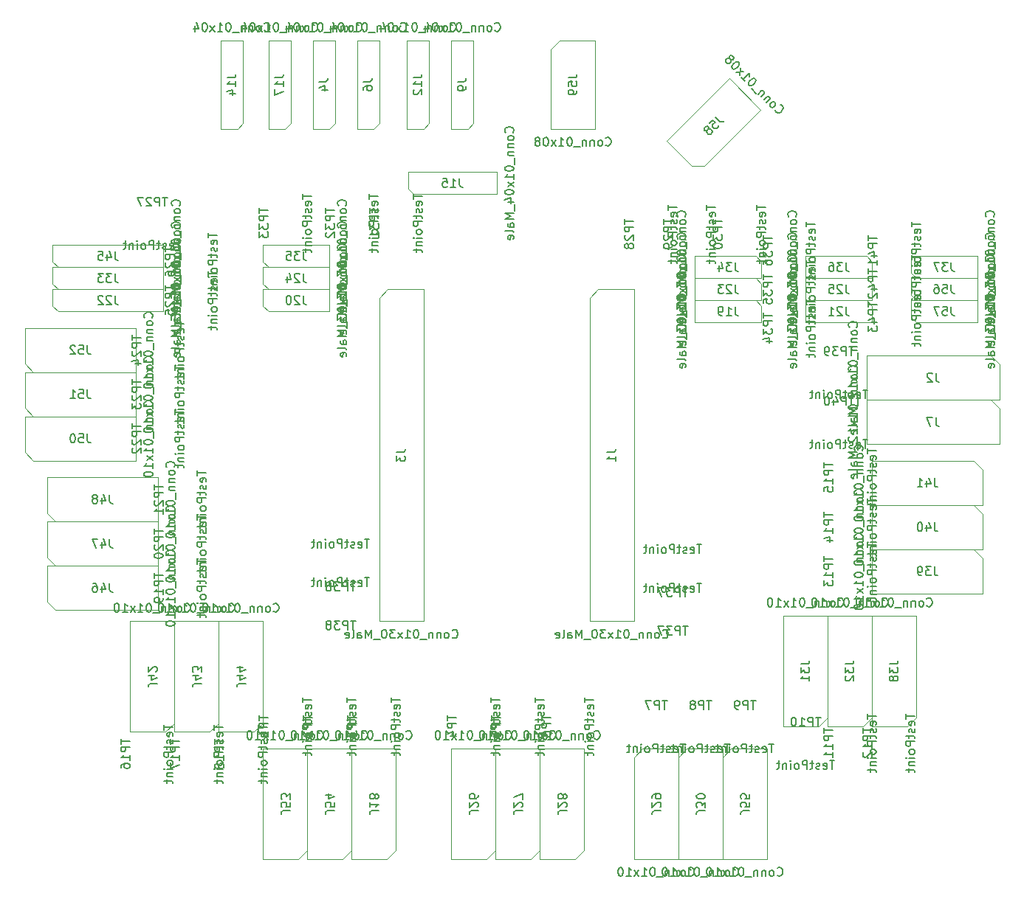
<source format=gbr>
%TF.GenerationSoftware,KiCad,Pcbnew,(5.1.9)-1*%
%TF.CreationDate,2021-04-12T23:12:51+02:00*%
%TF.ProjectId,Version1Female,56657273-696f-46e3-9146-656d616c652e,rev?*%
%TF.SameCoordinates,Original*%
%TF.FileFunction,Other,Fab,Bot*%
%FSLAX46Y46*%
G04 Gerber Fmt 4.6, Leading zero omitted, Abs format (unit mm)*
G04 Created by KiCad (PCBNEW (5.1.9)-1) date 2021-04-12 23:12:51*
%MOMM*%
%LPD*%
G01*
G04 APERTURE LIST*
%ADD10C,0.100000*%
%ADD11C,0.150000*%
G04 APERTURE END LIST*
D10*
%TO.C,J17*%
X111760000Y-46355000D02*
X111760000Y-56515000D01*
X114300000Y-46355000D02*
X111760000Y-46355000D01*
X114300000Y-55880000D02*
X114300000Y-46355000D01*
X113665000Y-56515000D02*
X114300000Y-55880000D01*
X111760000Y-56515000D02*
X113665000Y-56515000D01*
%TO.C,J6*%
X121920000Y-46355000D02*
X121920000Y-56515000D01*
X124460000Y-46355000D02*
X121920000Y-46355000D01*
X124460000Y-55880000D02*
X124460000Y-46355000D01*
X123825000Y-56515000D02*
X124460000Y-55880000D01*
X121920000Y-56515000D02*
X123825000Y-56515000D01*
%TO.C,J14*%
X106290000Y-46355000D02*
X106290000Y-56515000D01*
X108830000Y-46355000D02*
X106290000Y-46355000D01*
X108830000Y-55880000D02*
X108830000Y-46355000D01*
X108195000Y-56515000D02*
X108830000Y-55880000D01*
X106290000Y-56515000D02*
X108195000Y-56515000D01*
%TO.C,J12*%
X127635000Y-46355000D02*
X127635000Y-56515000D01*
X130175000Y-46355000D02*
X127635000Y-46355000D01*
X130175000Y-55880000D02*
X130175000Y-46355000D01*
X129540000Y-56515000D02*
X130175000Y-55880000D01*
X127635000Y-56515000D02*
X129540000Y-56515000D01*
%TO.C,J9*%
X132715000Y-46355000D02*
X132715000Y-56515000D01*
X135255000Y-46355000D02*
X132715000Y-46355000D01*
X135255000Y-55880000D02*
X135255000Y-46355000D01*
X134620000Y-56515000D02*
X135255000Y-55880000D01*
X132715000Y-56515000D02*
X134620000Y-56515000D01*
%TO.C,J4*%
X116840000Y-46355000D02*
X116840000Y-56515000D01*
X119380000Y-46355000D02*
X116840000Y-46355000D01*
X119380000Y-55880000D02*
X119380000Y-46355000D01*
X118745000Y-56515000D02*
X119380000Y-55880000D01*
X116840000Y-56515000D02*
X118745000Y-56515000D01*
%TO.C,J59*%
X149225000Y-56515000D02*
X149225000Y-46355000D01*
X144145000Y-56515000D02*
X149225000Y-56515000D01*
X144145000Y-47355000D02*
X144145000Y-56515000D01*
X145145000Y-46355000D02*
X144145000Y-47355000D01*
X149225000Y-46355000D02*
X145145000Y-46355000D01*
%TO.C,J58*%
X157443898Y-57893949D02*
X160328893Y-60778944D01*
X160328893Y-60778944D02*
X161743107Y-60778944D01*
X161743107Y-60778944D02*
X168220205Y-54301846D01*
X168220205Y-54301846D02*
X164628102Y-50709744D01*
X164628102Y-50709744D02*
X157443898Y-57893949D01*
%TO.C,J57*%
X193040000Y-76200000D02*
X185420000Y-76200000D01*
X193040000Y-78740000D02*
X193040000Y-76200000D01*
X186055000Y-78740000D02*
X193040000Y-78740000D01*
X185420000Y-78105000D02*
X186055000Y-78740000D01*
X185420000Y-76200000D02*
X185420000Y-78105000D01*
%TO.C,J56*%
X193040000Y-73660000D02*
X185420000Y-73660000D01*
X193040000Y-76200000D02*
X193040000Y-73660000D01*
X186055000Y-76200000D02*
X193040000Y-76200000D01*
X185420000Y-75565000D02*
X186055000Y-76200000D01*
X185420000Y-73660000D02*
X185420000Y-75565000D01*
%TO.C,J55*%
X168910000Y-140335000D02*
X168910000Y-127635000D01*
X163830000Y-140335000D02*
X168910000Y-140335000D01*
X163830000Y-128635000D02*
X163830000Y-140335000D01*
X164830000Y-127635000D02*
X163830000Y-128635000D01*
X168910000Y-127635000D02*
X164830000Y-127635000D01*
%TO.C,J54*%
X116205000Y-127635000D02*
X116205000Y-140335000D01*
X121285000Y-127635000D02*
X116205000Y-127635000D01*
X121285000Y-139335000D02*
X121285000Y-127635000D01*
X120285000Y-140335000D02*
X121285000Y-139335000D01*
X116205000Y-140335000D02*
X120285000Y-140335000D01*
%TO.C,J53*%
X111125000Y-127635000D02*
X111125000Y-140335000D01*
X116205000Y-127635000D02*
X111125000Y-127635000D01*
X116205000Y-139335000D02*
X116205000Y-127635000D01*
X115205000Y-140335000D02*
X116205000Y-139335000D01*
X111125000Y-140335000D02*
X115205000Y-140335000D01*
%TO.C,J52*%
X96520000Y-79375000D02*
X83820000Y-79375000D01*
X96520000Y-84455000D02*
X96520000Y-79375000D01*
X84820000Y-84455000D02*
X96520000Y-84455000D01*
X83820000Y-83455000D02*
X84820000Y-84455000D01*
X83820000Y-79375000D02*
X83820000Y-83455000D01*
%TO.C,J51*%
X96520000Y-84455000D02*
X83820000Y-84455000D01*
X96520000Y-89535000D02*
X96520000Y-84455000D01*
X84820000Y-89535000D02*
X96520000Y-89535000D01*
X83820000Y-88535000D02*
X84820000Y-89535000D01*
X83820000Y-84455000D02*
X83820000Y-88535000D01*
%TO.C,J50*%
X96520000Y-89535000D02*
X83820000Y-89535000D01*
X96520000Y-94615000D02*
X96520000Y-89535000D01*
X84820000Y-94615000D02*
X96520000Y-94615000D01*
X83820000Y-93615000D02*
X84820000Y-94615000D01*
X83820000Y-89535000D02*
X83820000Y-93615000D01*
%TO.C,J48*%
X99060000Y-96520000D02*
X86360000Y-96520000D01*
X99060000Y-101600000D02*
X99060000Y-96520000D01*
X87360000Y-101600000D02*
X99060000Y-101600000D01*
X86360000Y-100600000D02*
X87360000Y-101600000D01*
X86360000Y-96520000D02*
X86360000Y-100600000D01*
%TO.C,J47*%
X99060000Y-101600000D02*
X86360000Y-101600000D01*
X99060000Y-106680000D02*
X99060000Y-101600000D01*
X87360000Y-106680000D02*
X99060000Y-106680000D01*
X86360000Y-105680000D02*
X87360000Y-106680000D01*
X86360000Y-101600000D02*
X86360000Y-105680000D01*
%TO.C,J46*%
X99060000Y-106680000D02*
X86360000Y-106680000D01*
X99060000Y-111760000D02*
X99060000Y-106680000D01*
X87360000Y-111760000D02*
X99060000Y-111760000D01*
X86360000Y-110760000D02*
X87360000Y-111760000D01*
X86360000Y-106680000D02*
X86360000Y-110760000D01*
%TO.C,J45*%
X99695000Y-69850000D02*
X86995000Y-69850000D01*
X99695000Y-72390000D02*
X99695000Y-69850000D01*
X87630000Y-72390000D02*
X99695000Y-72390000D01*
X86995000Y-71755000D02*
X87630000Y-72390000D01*
X86995000Y-69850000D02*
X86995000Y-71755000D01*
%TO.C,J44*%
X106045000Y-113030000D02*
X106045000Y-125730000D01*
X111125000Y-113030000D02*
X106045000Y-113030000D01*
X111125000Y-124730000D02*
X111125000Y-113030000D01*
X110125000Y-125730000D02*
X111125000Y-124730000D01*
X106045000Y-125730000D02*
X110125000Y-125730000D01*
%TO.C,J43*%
X100965000Y-113030000D02*
X100965000Y-125730000D01*
X106045000Y-113030000D02*
X100965000Y-113030000D01*
X106045000Y-124730000D02*
X106045000Y-113030000D01*
X105045000Y-125730000D02*
X106045000Y-124730000D01*
X100965000Y-125730000D02*
X105045000Y-125730000D01*
%TO.C,J42*%
X95885000Y-113030000D02*
X95885000Y-125730000D01*
X100965000Y-113030000D02*
X95885000Y-113030000D01*
X100965000Y-124730000D02*
X100965000Y-113030000D01*
X99965000Y-125730000D02*
X100965000Y-124730000D01*
X95885000Y-125730000D02*
X99965000Y-125730000D01*
%TO.C,J41*%
X180975000Y-99695000D02*
X193675000Y-99695000D01*
X180975000Y-94615000D02*
X180975000Y-99695000D01*
X192675000Y-94615000D02*
X180975000Y-94615000D01*
X193675000Y-95615000D02*
X192675000Y-94615000D01*
X193675000Y-99695000D02*
X193675000Y-95615000D01*
%TO.C,J40*%
X180975000Y-104775000D02*
X193675000Y-104775000D01*
X180975000Y-99695000D02*
X180975000Y-104775000D01*
X192675000Y-99695000D02*
X180975000Y-99695000D01*
X193675000Y-100695000D02*
X192675000Y-99695000D01*
X193675000Y-104775000D02*
X193675000Y-100695000D01*
%TO.C,J39*%
X180975000Y-109855000D02*
X193675000Y-109855000D01*
X180975000Y-104775000D02*
X180975000Y-109855000D01*
X192675000Y-104775000D02*
X180975000Y-104775000D01*
X193675000Y-105775000D02*
X192675000Y-104775000D01*
X193675000Y-109855000D02*
X193675000Y-105775000D01*
%TO.C,J38*%
X180975000Y-112395000D02*
X180975000Y-125095000D01*
X186055000Y-112395000D02*
X180975000Y-112395000D01*
X186055000Y-124095000D02*
X186055000Y-112395000D01*
X185055000Y-125095000D02*
X186055000Y-124095000D01*
X180975000Y-125095000D02*
X185055000Y-125095000D01*
%TO.C,J37*%
X193040000Y-71120000D02*
X185420000Y-71120000D01*
X193040000Y-73660000D02*
X193040000Y-71120000D01*
X186055000Y-73660000D02*
X193040000Y-73660000D01*
X185420000Y-73025000D02*
X186055000Y-73660000D01*
X185420000Y-71120000D02*
X185420000Y-73025000D01*
%TO.C,J36*%
X180975000Y-73660000D02*
X180975000Y-71755000D01*
X180975000Y-71755000D02*
X180340000Y-71120000D01*
X180340000Y-71120000D02*
X173355000Y-71120000D01*
X173355000Y-71120000D02*
X173355000Y-73660000D01*
X173355000Y-73660000D02*
X180975000Y-73660000D01*
%TO.C,J35*%
X118745000Y-69850000D02*
X111125000Y-69850000D01*
X118745000Y-72390000D02*
X118745000Y-69850000D01*
X111760000Y-72390000D02*
X118745000Y-72390000D01*
X111125000Y-71755000D02*
X111760000Y-72390000D01*
X111125000Y-69850000D02*
X111125000Y-71755000D01*
%TO.C,J34*%
X160655000Y-73660000D02*
X168275000Y-73660000D01*
X160655000Y-71120000D02*
X160655000Y-73660000D01*
X167640000Y-71120000D02*
X160655000Y-71120000D01*
X168275000Y-71755000D02*
X167640000Y-71120000D01*
X168275000Y-73660000D02*
X168275000Y-71755000D01*
%TO.C,J33*%
X99695000Y-72390000D02*
X86995000Y-72390000D01*
X99695000Y-74930000D02*
X99695000Y-72390000D01*
X87630000Y-74930000D02*
X99695000Y-74930000D01*
X86995000Y-74295000D02*
X87630000Y-74930000D01*
X86995000Y-72390000D02*
X86995000Y-74295000D01*
%TO.C,J32*%
X175895000Y-112395000D02*
X175895000Y-125095000D01*
X180975000Y-112395000D02*
X175895000Y-112395000D01*
X180975000Y-124095000D02*
X180975000Y-112395000D01*
X179975000Y-125095000D02*
X180975000Y-124095000D01*
X175895000Y-125095000D02*
X179975000Y-125095000D01*
%TO.C,J31*%
X170815000Y-112395000D02*
X170815000Y-125095000D01*
X175895000Y-112395000D02*
X170815000Y-112395000D01*
X175895000Y-124095000D02*
X175895000Y-112395000D01*
X174895000Y-125095000D02*
X175895000Y-124095000D01*
X170815000Y-125095000D02*
X174895000Y-125095000D01*
%TO.C,J30*%
X163830000Y-140335000D02*
X163830000Y-127635000D01*
X158750000Y-140335000D02*
X163830000Y-140335000D01*
X158750000Y-128635000D02*
X158750000Y-140335000D01*
X159750000Y-127635000D02*
X158750000Y-128635000D01*
X163830000Y-127635000D02*
X159750000Y-127635000D01*
%TO.C,J29*%
X158750000Y-140335000D02*
X158750000Y-127635000D01*
X153670000Y-140335000D02*
X158750000Y-140335000D01*
X153670000Y-128635000D02*
X153670000Y-140335000D01*
X154670000Y-127635000D02*
X153670000Y-128635000D01*
X158750000Y-127635000D02*
X154670000Y-127635000D01*
%TO.C,J28*%
X142875000Y-127635000D02*
X142875000Y-140335000D01*
X147955000Y-127635000D02*
X142875000Y-127635000D01*
X147955000Y-139335000D02*
X147955000Y-127635000D01*
X146955000Y-140335000D02*
X147955000Y-139335000D01*
X142875000Y-140335000D02*
X146955000Y-140335000D01*
%TO.C,J27*%
X137795000Y-127635000D02*
X137795000Y-140335000D01*
X142875000Y-127635000D02*
X137795000Y-127635000D01*
X142875000Y-139335000D02*
X142875000Y-127635000D01*
X141875000Y-140335000D02*
X142875000Y-139335000D01*
X137795000Y-140335000D02*
X141875000Y-140335000D01*
%TO.C,J26*%
X132715000Y-127635000D02*
X132715000Y-140335000D01*
X137795000Y-127635000D02*
X132715000Y-127635000D01*
X137795000Y-139335000D02*
X137795000Y-127635000D01*
X136795000Y-140335000D02*
X137795000Y-139335000D01*
X132715000Y-140335000D02*
X136795000Y-140335000D01*
%TO.C,J25*%
X180975000Y-76200000D02*
X180975000Y-74295000D01*
X180975000Y-74295000D02*
X180340000Y-73660000D01*
X180340000Y-73660000D02*
X173355000Y-73660000D01*
X173355000Y-73660000D02*
X173355000Y-76200000D01*
X173355000Y-76200000D02*
X180975000Y-76200000D01*
%TO.C,J24*%
X118745000Y-72390000D02*
X111125000Y-72390000D01*
X118745000Y-74930000D02*
X118745000Y-72390000D01*
X111760000Y-74930000D02*
X118745000Y-74930000D01*
X111125000Y-74295000D02*
X111760000Y-74930000D01*
X111125000Y-72390000D02*
X111125000Y-74295000D01*
%TO.C,J23*%
X160655000Y-76200000D02*
X168275000Y-76200000D01*
X160655000Y-73660000D02*
X160655000Y-76200000D01*
X167640000Y-73660000D02*
X160655000Y-73660000D01*
X168275000Y-74295000D02*
X167640000Y-73660000D01*
X168275000Y-76200000D02*
X168275000Y-74295000D01*
%TO.C,J22*%
X99695000Y-74930000D02*
X86995000Y-74930000D01*
X99695000Y-77470000D02*
X99695000Y-74930000D01*
X87630000Y-77470000D02*
X99695000Y-77470000D01*
X86995000Y-76835000D02*
X87630000Y-77470000D01*
X86995000Y-74930000D02*
X86995000Y-76835000D01*
%TO.C,J21*%
X180975000Y-78740000D02*
X180975000Y-76835000D01*
X180975000Y-76835000D02*
X180340000Y-76200000D01*
X180340000Y-76200000D02*
X173355000Y-76200000D01*
X173355000Y-76200000D02*
X173355000Y-78740000D01*
X173355000Y-78740000D02*
X180975000Y-78740000D01*
%TO.C,J20*%
X118745000Y-74930000D02*
X111125000Y-74930000D01*
X118745000Y-77470000D02*
X118745000Y-74930000D01*
X111760000Y-77470000D02*
X118745000Y-77470000D01*
X111125000Y-76835000D02*
X111760000Y-77470000D01*
X111125000Y-74930000D02*
X111125000Y-76835000D01*
%TO.C,J19*%
X160655000Y-78740000D02*
X168275000Y-78740000D01*
X160655000Y-76200000D02*
X160655000Y-78740000D01*
X167640000Y-76200000D02*
X160655000Y-76200000D01*
X168275000Y-76835000D02*
X167640000Y-76200000D01*
X168275000Y-78740000D02*
X168275000Y-76835000D01*
%TO.C,J18*%
X121285000Y-127635000D02*
X121285000Y-140335000D01*
X126365000Y-127635000D02*
X121285000Y-127635000D01*
X126365000Y-139335000D02*
X126365000Y-127635000D01*
X125365000Y-140335000D02*
X126365000Y-139335000D01*
X121285000Y-140335000D02*
X125365000Y-140335000D01*
%TO.C,J15*%
X137922000Y-61468000D02*
X127762000Y-61468000D01*
X137922000Y-64008000D02*
X137922000Y-61468000D01*
X128397000Y-64008000D02*
X137922000Y-64008000D01*
X127762000Y-63373000D02*
X128397000Y-64008000D01*
X127762000Y-61468000D02*
X127762000Y-63373000D01*
%TO.C,J7*%
X180340000Y-92710000D02*
X195580000Y-92710000D01*
X180340000Y-87630000D02*
X180340000Y-92710000D01*
X194580000Y-87630000D02*
X180340000Y-87630000D01*
X195580000Y-88630000D02*
X194580000Y-87630000D01*
X195580000Y-92710000D02*
X195580000Y-88630000D01*
%TO.C,J3*%
X129540000Y-113030000D02*
X129540000Y-74930000D01*
X124460000Y-113030000D02*
X129540000Y-113030000D01*
X124460000Y-75930000D02*
X124460000Y-113030000D01*
X125460000Y-74930000D02*
X124460000Y-75930000D01*
X129540000Y-74930000D02*
X125460000Y-74930000D01*
%TO.C,J2*%
X180340000Y-87630000D02*
X195580000Y-87630000D01*
X180340000Y-82550000D02*
X180340000Y-87630000D01*
X194580000Y-82550000D02*
X180340000Y-82550000D01*
X195580000Y-83550000D02*
X194580000Y-82550000D01*
X195580000Y-87630000D02*
X195580000Y-83550000D01*
%TO.C,J1*%
X153670000Y-113030000D02*
X153670000Y-74930000D01*
X148590000Y-113030000D02*
X153670000Y-113030000D01*
X148590000Y-75930000D02*
X148590000Y-113030000D01*
X149590000Y-74930000D02*
X148590000Y-75930000D01*
X153670000Y-74930000D02*
X149590000Y-74930000D01*
%TD*%
%TO.C,J17*%
D11*
X116768095Y-45212142D02*
X116815714Y-45259761D01*
X116958571Y-45307380D01*
X117053809Y-45307380D01*
X117196666Y-45259761D01*
X117291904Y-45164523D01*
X117339523Y-45069285D01*
X117387142Y-44878809D01*
X117387142Y-44735952D01*
X117339523Y-44545476D01*
X117291904Y-44450238D01*
X117196666Y-44355000D01*
X117053809Y-44307380D01*
X116958571Y-44307380D01*
X116815714Y-44355000D01*
X116768095Y-44402619D01*
X116196666Y-45307380D02*
X116291904Y-45259761D01*
X116339523Y-45212142D01*
X116387142Y-45116904D01*
X116387142Y-44831190D01*
X116339523Y-44735952D01*
X116291904Y-44688333D01*
X116196666Y-44640714D01*
X116053809Y-44640714D01*
X115958571Y-44688333D01*
X115910952Y-44735952D01*
X115863333Y-44831190D01*
X115863333Y-45116904D01*
X115910952Y-45212142D01*
X115958571Y-45259761D01*
X116053809Y-45307380D01*
X116196666Y-45307380D01*
X115434761Y-44640714D02*
X115434761Y-45307380D01*
X115434761Y-44735952D02*
X115387142Y-44688333D01*
X115291904Y-44640714D01*
X115149047Y-44640714D01*
X115053809Y-44688333D01*
X115006190Y-44783571D01*
X115006190Y-45307380D01*
X114530000Y-44640714D02*
X114530000Y-45307380D01*
X114530000Y-44735952D02*
X114482380Y-44688333D01*
X114387142Y-44640714D01*
X114244285Y-44640714D01*
X114149047Y-44688333D01*
X114101428Y-44783571D01*
X114101428Y-45307380D01*
X113863333Y-45402619D02*
X113101428Y-45402619D01*
X112672857Y-44307380D02*
X112577619Y-44307380D01*
X112482380Y-44355000D01*
X112434761Y-44402619D01*
X112387142Y-44497857D01*
X112339523Y-44688333D01*
X112339523Y-44926428D01*
X112387142Y-45116904D01*
X112434761Y-45212142D01*
X112482380Y-45259761D01*
X112577619Y-45307380D01*
X112672857Y-45307380D01*
X112768095Y-45259761D01*
X112815714Y-45212142D01*
X112863333Y-45116904D01*
X112910952Y-44926428D01*
X112910952Y-44688333D01*
X112863333Y-44497857D01*
X112815714Y-44402619D01*
X112768095Y-44355000D01*
X112672857Y-44307380D01*
X111387142Y-45307380D02*
X111958571Y-45307380D01*
X111672857Y-45307380D02*
X111672857Y-44307380D01*
X111768095Y-44450238D01*
X111863333Y-44545476D01*
X111958571Y-44593095D01*
X111053809Y-45307380D02*
X110530000Y-44640714D01*
X111053809Y-44640714D02*
X110530000Y-45307380D01*
X109958571Y-44307380D02*
X109863333Y-44307380D01*
X109768095Y-44355000D01*
X109720476Y-44402619D01*
X109672857Y-44497857D01*
X109625238Y-44688333D01*
X109625238Y-44926428D01*
X109672857Y-45116904D01*
X109720476Y-45212142D01*
X109768095Y-45259761D01*
X109863333Y-45307380D01*
X109958571Y-45307380D01*
X110053809Y-45259761D01*
X110101428Y-45212142D01*
X110149047Y-45116904D01*
X110196666Y-44926428D01*
X110196666Y-44688333D01*
X110149047Y-44497857D01*
X110101428Y-44402619D01*
X110053809Y-44355000D01*
X109958571Y-44307380D01*
X108768095Y-44640714D02*
X108768095Y-45307380D01*
X109006190Y-44259761D02*
X109244285Y-44974047D01*
X108625238Y-44974047D01*
X112482380Y-50625476D02*
X113196666Y-50625476D01*
X113339523Y-50577857D01*
X113434761Y-50482619D01*
X113482380Y-50339761D01*
X113482380Y-50244523D01*
X113482380Y-51625476D02*
X113482380Y-51054047D01*
X113482380Y-51339761D02*
X112482380Y-51339761D01*
X112625238Y-51244523D01*
X112720476Y-51149285D01*
X112768095Y-51054047D01*
X112482380Y-51958809D02*
X112482380Y-52625476D01*
X113482380Y-52196904D01*
%TO.C,J6*%
X126928095Y-45212142D02*
X126975714Y-45259761D01*
X127118571Y-45307380D01*
X127213809Y-45307380D01*
X127356666Y-45259761D01*
X127451904Y-45164523D01*
X127499523Y-45069285D01*
X127547142Y-44878809D01*
X127547142Y-44735952D01*
X127499523Y-44545476D01*
X127451904Y-44450238D01*
X127356666Y-44355000D01*
X127213809Y-44307380D01*
X127118571Y-44307380D01*
X126975714Y-44355000D01*
X126928095Y-44402619D01*
X126356666Y-45307380D02*
X126451904Y-45259761D01*
X126499523Y-45212142D01*
X126547142Y-45116904D01*
X126547142Y-44831190D01*
X126499523Y-44735952D01*
X126451904Y-44688333D01*
X126356666Y-44640714D01*
X126213809Y-44640714D01*
X126118571Y-44688333D01*
X126070952Y-44735952D01*
X126023333Y-44831190D01*
X126023333Y-45116904D01*
X126070952Y-45212142D01*
X126118571Y-45259761D01*
X126213809Y-45307380D01*
X126356666Y-45307380D01*
X125594761Y-44640714D02*
X125594761Y-45307380D01*
X125594761Y-44735952D02*
X125547142Y-44688333D01*
X125451904Y-44640714D01*
X125309047Y-44640714D01*
X125213809Y-44688333D01*
X125166190Y-44783571D01*
X125166190Y-45307380D01*
X124690000Y-44640714D02*
X124690000Y-45307380D01*
X124690000Y-44735952D02*
X124642380Y-44688333D01*
X124547142Y-44640714D01*
X124404285Y-44640714D01*
X124309047Y-44688333D01*
X124261428Y-44783571D01*
X124261428Y-45307380D01*
X124023333Y-45402619D02*
X123261428Y-45402619D01*
X122832857Y-44307380D02*
X122737619Y-44307380D01*
X122642380Y-44355000D01*
X122594761Y-44402619D01*
X122547142Y-44497857D01*
X122499523Y-44688333D01*
X122499523Y-44926428D01*
X122547142Y-45116904D01*
X122594761Y-45212142D01*
X122642380Y-45259761D01*
X122737619Y-45307380D01*
X122832857Y-45307380D01*
X122928095Y-45259761D01*
X122975714Y-45212142D01*
X123023333Y-45116904D01*
X123070952Y-44926428D01*
X123070952Y-44688333D01*
X123023333Y-44497857D01*
X122975714Y-44402619D01*
X122928095Y-44355000D01*
X122832857Y-44307380D01*
X121547142Y-45307380D02*
X122118571Y-45307380D01*
X121832857Y-45307380D02*
X121832857Y-44307380D01*
X121928095Y-44450238D01*
X122023333Y-44545476D01*
X122118571Y-44593095D01*
X121213809Y-45307380D02*
X120690000Y-44640714D01*
X121213809Y-44640714D02*
X120690000Y-45307380D01*
X120118571Y-44307380D02*
X120023333Y-44307380D01*
X119928095Y-44355000D01*
X119880476Y-44402619D01*
X119832857Y-44497857D01*
X119785238Y-44688333D01*
X119785238Y-44926428D01*
X119832857Y-45116904D01*
X119880476Y-45212142D01*
X119928095Y-45259761D01*
X120023333Y-45307380D01*
X120118571Y-45307380D01*
X120213809Y-45259761D01*
X120261428Y-45212142D01*
X120309047Y-45116904D01*
X120356666Y-44926428D01*
X120356666Y-44688333D01*
X120309047Y-44497857D01*
X120261428Y-44402619D01*
X120213809Y-44355000D01*
X120118571Y-44307380D01*
X118928095Y-44640714D02*
X118928095Y-45307380D01*
X119166190Y-44259761D02*
X119404285Y-44974047D01*
X118785238Y-44974047D01*
X122642380Y-51101666D02*
X123356666Y-51101666D01*
X123499523Y-51054047D01*
X123594761Y-50958809D01*
X123642380Y-50815952D01*
X123642380Y-50720714D01*
X122642380Y-52006428D02*
X122642380Y-51815952D01*
X122690000Y-51720714D01*
X122737619Y-51673095D01*
X122880476Y-51577857D01*
X123070952Y-51530238D01*
X123451904Y-51530238D01*
X123547142Y-51577857D01*
X123594761Y-51625476D01*
X123642380Y-51720714D01*
X123642380Y-51911190D01*
X123594761Y-52006428D01*
X123547142Y-52054047D01*
X123451904Y-52101666D01*
X123213809Y-52101666D01*
X123118571Y-52054047D01*
X123070952Y-52006428D01*
X123023333Y-51911190D01*
X123023333Y-51720714D01*
X123070952Y-51625476D01*
X123118571Y-51577857D01*
X123213809Y-51530238D01*
%TO.C,J14*%
X111298095Y-45212142D02*
X111345714Y-45259761D01*
X111488571Y-45307380D01*
X111583809Y-45307380D01*
X111726666Y-45259761D01*
X111821904Y-45164523D01*
X111869523Y-45069285D01*
X111917142Y-44878809D01*
X111917142Y-44735952D01*
X111869523Y-44545476D01*
X111821904Y-44450238D01*
X111726666Y-44355000D01*
X111583809Y-44307380D01*
X111488571Y-44307380D01*
X111345714Y-44355000D01*
X111298095Y-44402619D01*
X110726666Y-45307380D02*
X110821904Y-45259761D01*
X110869523Y-45212142D01*
X110917142Y-45116904D01*
X110917142Y-44831190D01*
X110869523Y-44735952D01*
X110821904Y-44688333D01*
X110726666Y-44640714D01*
X110583809Y-44640714D01*
X110488571Y-44688333D01*
X110440952Y-44735952D01*
X110393333Y-44831190D01*
X110393333Y-45116904D01*
X110440952Y-45212142D01*
X110488571Y-45259761D01*
X110583809Y-45307380D01*
X110726666Y-45307380D01*
X109964761Y-44640714D02*
X109964761Y-45307380D01*
X109964761Y-44735952D02*
X109917142Y-44688333D01*
X109821904Y-44640714D01*
X109679047Y-44640714D01*
X109583809Y-44688333D01*
X109536190Y-44783571D01*
X109536190Y-45307380D01*
X109060000Y-44640714D02*
X109060000Y-45307380D01*
X109060000Y-44735952D02*
X109012380Y-44688333D01*
X108917142Y-44640714D01*
X108774285Y-44640714D01*
X108679047Y-44688333D01*
X108631428Y-44783571D01*
X108631428Y-45307380D01*
X108393333Y-45402619D02*
X107631428Y-45402619D01*
X107202857Y-44307380D02*
X107107619Y-44307380D01*
X107012380Y-44355000D01*
X106964761Y-44402619D01*
X106917142Y-44497857D01*
X106869523Y-44688333D01*
X106869523Y-44926428D01*
X106917142Y-45116904D01*
X106964761Y-45212142D01*
X107012380Y-45259761D01*
X107107619Y-45307380D01*
X107202857Y-45307380D01*
X107298095Y-45259761D01*
X107345714Y-45212142D01*
X107393333Y-45116904D01*
X107440952Y-44926428D01*
X107440952Y-44688333D01*
X107393333Y-44497857D01*
X107345714Y-44402619D01*
X107298095Y-44355000D01*
X107202857Y-44307380D01*
X105917142Y-45307380D02*
X106488571Y-45307380D01*
X106202857Y-45307380D02*
X106202857Y-44307380D01*
X106298095Y-44450238D01*
X106393333Y-44545476D01*
X106488571Y-44593095D01*
X105583809Y-45307380D02*
X105060000Y-44640714D01*
X105583809Y-44640714D02*
X105060000Y-45307380D01*
X104488571Y-44307380D02*
X104393333Y-44307380D01*
X104298095Y-44355000D01*
X104250476Y-44402619D01*
X104202857Y-44497857D01*
X104155238Y-44688333D01*
X104155238Y-44926428D01*
X104202857Y-45116904D01*
X104250476Y-45212142D01*
X104298095Y-45259761D01*
X104393333Y-45307380D01*
X104488571Y-45307380D01*
X104583809Y-45259761D01*
X104631428Y-45212142D01*
X104679047Y-45116904D01*
X104726666Y-44926428D01*
X104726666Y-44688333D01*
X104679047Y-44497857D01*
X104631428Y-44402619D01*
X104583809Y-44355000D01*
X104488571Y-44307380D01*
X103298095Y-44640714D02*
X103298095Y-45307380D01*
X103536190Y-44259761D02*
X103774285Y-44974047D01*
X103155238Y-44974047D01*
X107012380Y-50625476D02*
X107726666Y-50625476D01*
X107869523Y-50577857D01*
X107964761Y-50482619D01*
X108012380Y-50339761D01*
X108012380Y-50244523D01*
X108012380Y-51625476D02*
X108012380Y-51054047D01*
X108012380Y-51339761D02*
X107012380Y-51339761D01*
X107155238Y-51244523D01*
X107250476Y-51149285D01*
X107298095Y-51054047D01*
X107345714Y-52482619D02*
X108012380Y-52482619D01*
X106964761Y-52244523D02*
X107679047Y-52006428D01*
X107679047Y-52625476D01*
%TO.C,J12*%
X132643095Y-45212142D02*
X132690714Y-45259761D01*
X132833571Y-45307380D01*
X132928809Y-45307380D01*
X133071666Y-45259761D01*
X133166904Y-45164523D01*
X133214523Y-45069285D01*
X133262142Y-44878809D01*
X133262142Y-44735952D01*
X133214523Y-44545476D01*
X133166904Y-44450238D01*
X133071666Y-44355000D01*
X132928809Y-44307380D01*
X132833571Y-44307380D01*
X132690714Y-44355000D01*
X132643095Y-44402619D01*
X132071666Y-45307380D02*
X132166904Y-45259761D01*
X132214523Y-45212142D01*
X132262142Y-45116904D01*
X132262142Y-44831190D01*
X132214523Y-44735952D01*
X132166904Y-44688333D01*
X132071666Y-44640714D01*
X131928809Y-44640714D01*
X131833571Y-44688333D01*
X131785952Y-44735952D01*
X131738333Y-44831190D01*
X131738333Y-45116904D01*
X131785952Y-45212142D01*
X131833571Y-45259761D01*
X131928809Y-45307380D01*
X132071666Y-45307380D01*
X131309761Y-44640714D02*
X131309761Y-45307380D01*
X131309761Y-44735952D02*
X131262142Y-44688333D01*
X131166904Y-44640714D01*
X131024047Y-44640714D01*
X130928809Y-44688333D01*
X130881190Y-44783571D01*
X130881190Y-45307380D01*
X130405000Y-44640714D02*
X130405000Y-45307380D01*
X130405000Y-44735952D02*
X130357380Y-44688333D01*
X130262142Y-44640714D01*
X130119285Y-44640714D01*
X130024047Y-44688333D01*
X129976428Y-44783571D01*
X129976428Y-45307380D01*
X129738333Y-45402619D02*
X128976428Y-45402619D01*
X128547857Y-44307380D02*
X128452619Y-44307380D01*
X128357380Y-44355000D01*
X128309761Y-44402619D01*
X128262142Y-44497857D01*
X128214523Y-44688333D01*
X128214523Y-44926428D01*
X128262142Y-45116904D01*
X128309761Y-45212142D01*
X128357380Y-45259761D01*
X128452619Y-45307380D01*
X128547857Y-45307380D01*
X128643095Y-45259761D01*
X128690714Y-45212142D01*
X128738333Y-45116904D01*
X128785952Y-44926428D01*
X128785952Y-44688333D01*
X128738333Y-44497857D01*
X128690714Y-44402619D01*
X128643095Y-44355000D01*
X128547857Y-44307380D01*
X127262142Y-45307380D02*
X127833571Y-45307380D01*
X127547857Y-45307380D02*
X127547857Y-44307380D01*
X127643095Y-44450238D01*
X127738333Y-44545476D01*
X127833571Y-44593095D01*
X126928809Y-45307380D02*
X126405000Y-44640714D01*
X126928809Y-44640714D02*
X126405000Y-45307380D01*
X125833571Y-44307380D02*
X125738333Y-44307380D01*
X125643095Y-44355000D01*
X125595476Y-44402619D01*
X125547857Y-44497857D01*
X125500238Y-44688333D01*
X125500238Y-44926428D01*
X125547857Y-45116904D01*
X125595476Y-45212142D01*
X125643095Y-45259761D01*
X125738333Y-45307380D01*
X125833571Y-45307380D01*
X125928809Y-45259761D01*
X125976428Y-45212142D01*
X126024047Y-45116904D01*
X126071666Y-44926428D01*
X126071666Y-44688333D01*
X126024047Y-44497857D01*
X125976428Y-44402619D01*
X125928809Y-44355000D01*
X125833571Y-44307380D01*
X124643095Y-44640714D02*
X124643095Y-45307380D01*
X124881190Y-44259761D02*
X125119285Y-44974047D01*
X124500238Y-44974047D01*
X128357380Y-50625476D02*
X129071666Y-50625476D01*
X129214523Y-50577857D01*
X129309761Y-50482619D01*
X129357380Y-50339761D01*
X129357380Y-50244523D01*
X129357380Y-51625476D02*
X129357380Y-51054047D01*
X129357380Y-51339761D02*
X128357380Y-51339761D01*
X128500238Y-51244523D01*
X128595476Y-51149285D01*
X128643095Y-51054047D01*
X128452619Y-52006428D02*
X128405000Y-52054047D01*
X128357380Y-52149285D01*
X128357380Y-52387380D01*
X128405000Y-52482619D01*
X128452619Y-52530238D01*
X128547857Y-52577857D01*
X128643095Y-52577857D01*
X128785952Y-52530238D01*
X129357380Y-51958809D01*
X129357380Y-52577857D01*
%TO.C,J9*%
X137723095Y-45212142D02*
X137770714Y-45259761D01*
X137913571Y-45307380D01*
X138008809Y-45307380D01*
X138151666Y-45259761D01*
X138246904Y-45164523D01*
X138294523Y-45069285D01*
X138342142Y-44878809D01*
X138342142Y-44735952D01*
X138294523Y-44545476D01*
X138246904Y-44450238D01*
X138151666Y-44355000D01*
X138008809Y-44307380D01*
X137913571Y-44307380D01*
X137770714Y-44355000D01*
X137723095Y-44402619D01*
X137151666Y-45307380D02*
X137246904Y-45259761D01*
X137294523Y-45212142D01*
X137342142Y-45116904D01*
X137342142Y-44831190D01*
X137294523Y-44735952D01*
X137246904Y-44688333D01*
X137151666Y-44640714D01*
X137008809Y-44640714D01*
X136913571Y-44688333D01*
X136865952Y-44735952D01*
X136818333Y-44831190D01*
X136818333Y-45116904D01*
X136865952Y-45212142D01*
X136913571Y-45259761D01*
X137008809Y-45307380D01*
X137151666Y-45307380D01*
X136389761Y-44640714D02*
X136389761Y-45307380D01*
X136389761Y-44735952D02*
X136342142Y-44688333D01*
X136246904Y-44640714D01*
X136104047Y-44640714D01*
X136008809Y-44688333D01*
X135961190Y-44783571D01*
X135961190Y-45307380D01*
X135485000Y-44640714D02*
X135485000Y-45307380D01*
X135485000Y-44735952D02*
X135437380Y-44688333D01*
X135342142Y-44640714D01*
X135199285Y-44640714D01*
X135104047Y-44688333D01*
X135056428Y-44783571D01*
X135056428Y-45307380D01*
X134818333Y-45402619D02*
X134056428Y-45402619D01*
X133627857Y-44307380D02*
X133532619Y-44307380D01*
X133437380Y-44355000D01*
X133389761Y-44402619D01*
X133342142Y-44497857D01*
X133294523Y-44688333D01*
X133294523Y-44926428D01*
X133342142Y-45116904D01*
X133389761Y-45212142D01*
X133437380Y-45259761D01*
X133532619Y-45307380D01*
X133627857Y-45307380D01*
X133723095Y-45259761D01*
X133770714Y-45212142D01*
X133818333Y-45116904D01*
X133865952Y-44926428D01*
X133865952Y-44688333D01*
X133818333Y-44497857D01*
X133770714Y-44402619D01*
X133723095Y-44355000D01*
X133627857Y-44307380D01*
X132342142Y-45307380D02*
X132913571Y-45307380D01*
X132627857Y-45307380D02*
X132627857Y-44307380D01*
X132723095Y-44450238D01*
X132818333Y-44545476D01*
X132913571Y-44593095D01*
X132008809Y-45307380D02*
X131485000Y-44640714D01*
X132008809Y-44640714D02*
X131485000Y-45307380D01*
X130913571Y-44307380D02*
X130818333Y-44307380D01*
X130723095Y-44355000D01*
X130675476Y-44402619D01*
X130627857Y-44497857D01*
X130580238Y-44688333D01*
X130580238Y-44926428D01*
X130627857Y-45116904D01*
X130675476Y-45212142D01*
X130723095Y-45259761D01*
X130818333Y-45307380D01*
X130913571Y-45307380D01*
X131008809Y-45259761D01*
X131056428Y-45212142D01*
X131104047Y-45116904D01*
X131151666Y-44926428D01*
X131151666Y-44688333D01*
X131104047Y-44497857D01*
X131056428Y-44402619D01*
X131008809Y-44355000D01*
X130913571Y-44307380D01*
X129723095Y-44640714D02*
X129723095Y-45307380D01*
X129961190Y-44259761D02*
X130199285Y-44974047D01*
X129580238Y-44974047D01*
X133437380Y-51101666D02*
X134151666Y-51101666D01*
X134294523Y-51054047D01*
X134389761Y-50958809D01*
X134437380Y-50815952D01*
X134437380Y-50720714D01*
X134437380Y-51625476D02*
X134437380Y-51815952D01*
X134389761Y-51911190D01*
X134342142Y-51958809D01*
X134199285Y-52054047D01*
X134008809Y-52101666D01*
X133627857Y-52101666D01*
X133532619Y-52054047D01*
X133485000Y-52006428D01*
X133437380Y-51911190D01*
X133437380Y-51720714D01*
X133485000Y-51625476D01*
X133532619Y-51577857D01*
X133627857Y-51530238D01*
X133865952Y-51530238D01*
X133961190Y-51577857D01*
X134008809Y-51625476D01*
X134056428Y-51720714D01*
X134056428Y-51911190D01*
X134008809Y-52006428D01*
X133961190Y-52054047D01*
X133865952Y-52101666D01*
%TO.C,J4*%
X121848095Y-45212142D02*
X121895714Y-45259761D01*
X122038571Y-45307380D01*
X122133809Y-45307380D01*
X122276666Y-45259761D01*
X122371904Y-45164523D01*
X122419523Y-45069285D01*
X122467142Y-44878809D01*
X122467142Y-44735952D01*
X122419523Y-44545476D01*
X122371904Y-44450238D01*
X122276666Y-44355000D01*
X122133809Y-44307380D01*
X122038571Y-44307380D01*
X121895714Y-44355000D01*
X121848095Y-44402619D01*
X121276666Y-45307380D02*
X121371904Y-45259761D01*
X121419523Y-45212142D01*
X121467142Y-45116904D01*
X121467142Y-44831190D01*
X121419523Y-44735952D01*
X121371904Y-44688333D01*
X121276666Y-44640714D01*
X121133809Y-44640714D01*
X121038571Y-44688333D01*
X120990952Y-44735952D01*
X120943333Y-44831190D01*
X120943333Y-45116904D01*
X120990952Y-45212142D01*
X121038571Y-45259761D01*
X121133809Y-45307380D01*
X121276666Y-45307380D01*
X120514761Y-44640714D02*
X120514761Y-45307380D01*
X120514761Y-44735952D02*
X120467142Y-44688333D01*
X120371904Y-44640714D01*
X120229047Y-44640714D01*
X120133809Y-44688333D01*
X120086190Y-44783571D01*
X120086190Y-45307380D01*
X119610000Y-44640714D02*
X119610000Y-45307380D01*
X119610000Y-44735952D02*
X119562380Y-44688333D01*
X119467142Y-44640714D01*
X119324285Y-44640714D01*
X119229047Y-44688333D01*
X119181428Y-44783571D01*
X119181428Y-45307380D01*
X118943333Y-45402619D02*
X118181428Y-45402619D01*
X117752857Y-44307380D02*
X117657619Y-44307380D01*
X117562380Y-44355000D01*
X117514761Y-44402619D01*
X117467142Y-44497857D01*
X117419523Y-44688333D01*
X117419523Y-44926428D01*
X117467142Y-45116904D01*
X117514761Y-45212142D01*
X117562380Y-45259761D01*
X117657619Y-45307380D01*
X117752857Y-45307380D01*
X117848095Y-45259761D01*
X117895714Y-45212142D01*
X117943333Y-45116904D01*
X117990952Y-44926428D01*
X117990952Y-44688333D01*
X117943333Y-44497857D01*
X117895714Y-44402619D01*
X117848095Y-44355000D01*
X117752857Y-44307380D01*
X116467142Y-45307380D02*
X117038571Y-45307380D01*
X116752857Y-45307380D02*
X116752857Y-44307380D01*
X116848095Y-44450238D01*
X116943333Y-44545476D01*
X117038571Y-44593095D01*
X116133809Y-45307380D02*
X115610000Y-44640714D01*
X116133809Y-44640714D02*
X115610000Y-45307380D01*
X115038571Y-44307380D02*
X114943333Y-44307380D01*
X114848095Y-44355000D01*
X114800476Y-44402619D01*
X114752857Y-44497857D01*
X114705238Y-44688333D01*
X114705238Y-44926428D01*
X114752857Y-45116904D01*
X114800476Y-45212142D01*
X114848095Y-45259761D01*
X114943333Y-45307380D01*
X115038571Y-45307380D01*
X115133809Y-45259761D01*
X115181428Y-45212142D01*
X115229047Y-45116904D01*
X115276666Y-44926428D01*
X115276666Y-44688333D01*
X115229047Y-44497857D01*
X115181428Y-44402619D01*
X115133809Y-44355000D01*
X115038571Y-44307380D01*
X113848095Y-44640714D02*
X113848095Y-45307380D01*
X114086190Y-44259761D02*
X114324285Y-44974047D01*
X113705238Y-44974047D01*
X117562380Y-51101666D02*
X118276666Y-51101666D01*
X118419523Y-51054047D01*
X118514761Y-50958809D01*
X118562380Y-50815952D01*
X118562380Y-50720714D01*
X117895714Y-52006428D02*
X118562380Y-52006428D01*
X117514761Y-51768333D02*
X118229047Y-51530238D01*
X118229047Y-52149285D01*
%TO.C,J59*%
X150423095Y-58372142D02*
X150470714Y-58419761D01*
X150613571Y-58467380D01*
X150708809Y-58467380D01*
X150851666Y-58419761D01*
X150946904Y-58324523D01*
X150994523Y-58229285D01*
X151042142Y-58038809D01*
X151042142Y-57895952D01*
X150994523Y-57705476D01*
X150946904Y-57610238D01*
X150851666Y-57515000D01*
X150708809Y-57467380D01*
X150613571Y-57467380D01*
X150470714Y-57515000D01*
X150423095Y-57562619D01*
X149851666Y-58467380D02*
X149946904Y-58419761D01*
X149994523Y-58372142D01*
X150042142Y-58276904D01*
X150042142Y-57991190D01*
X149994523Y-57895952D01*
X149946904Y-57848333D01*
X149851666Y-57800714D01*
X149708809Y-57800714D01*
X149613571Y-57848333D01*
X149565952Y-57895952D01*
X149518333Y-57991190D01*
X149518333Y-58276904D01*
X149565952Y-58372142D01*
X149613571Y-58419761D01*
X149708809Y-58467380D01*
X149851666Y-58467380D01*
X149089761Y-57800714D02*
X149089761Y-58467380D01*
X149089761Y-57895952D02*
X149042142Y-57848333D01*
X148946904Y-57800714D01*
X148804047Y-57800714D01*
X148708809Y-57848333D01*
X148661190Y-57943571D01*
X148661190Y-58467380D01*
X148185000Y-57800714D02*
X148185000Y-58467380D01*
X148185000Y-57895952D02*
X148137380Y-57848333D01*
X148042142Y-57800714D01*
X147899285Y-57800714D01*
X147804047Y-57848333D01*
X147756428Y-57943571D01*
X147756428Y-58467380D01*
X147518333Y-58562619D02*
X146756428Y-58562619D01*
X146327857Y-57467380D02*
X146232619Y-57467380D01*
X146137380Y-57515000D01*
X146089761Y-57562619D01*
X146042142Y-57657857D01*
X145994523Y-57848333D01*
X145994523Y-58086428D01*
X146042142Y-58276904D01*
X146089761Y-58372142D01*
X146137380Y-58419761D01*
X146232619Y-58467380D01*
X146327857Y-58467380D01*
X146423095Y-58419761D01*
X146470714Y-58372142D01*
X146518333Y-58276904D01*
X146565952Y-58086428D01*
X146565952Y-57848333D01*
X146518333Y-57657857D01*
X146470714Y-57562619D01*
X146423095Y-57515000D01*
X146327857Y-57467380D01*
X145042142Y-58467380D02*
X145613571Y-58467380D01*
X145327857Y-58467380D02*
X145327857Y-57467380D01*
X145423095Y-57610238D01*
X145518333Y-57705476D01*
X145613571Y-57753095D01*
X144708809Y-58467380D02*
X144185000Y-57800714D01*
X144708809Y-57800714D02*
X144185000Y-58467380D01*
X143613571Y-57467380D02*
X143518333Y-57467380D01*
X143423095Y-57515000D01*
X143375476Y-57562619D01*
X143327857Y-57657857D01*
X143280238Y-57848333D01*
X143280238Y-58086428D01*
X143327857Y-58276904D01*
X143375476Y-58372142D01*
X143423095Y-58419761D01*
X143518333Y-58467380D01*
X143613571Y-58467380D01*
X143708809Y-58419761D01*
X143756428Y-58372142D01*
X143804047Y-58276904D01*
X143851666Y-58086428D01*
X143851666Y-57848333D01*
X143804047Y-57657857D01*
X143756428Y-57562619D01*
X143708809Y-57515000D01*
X143613571Y-57467380D01*
X142708809Y-57895952D02*
X142804047Y-57848333D01*
X142851666Y-57800714D01*
X142899285Y-57705476D01*
X142899285Y-57657857D01*
X142851666Y-57562619D01*
X142804047Y-57515000D01*
X142708809Y-57467380D01*
X142518333Y-57467380D01*
X142423095Y-57515000D01*
X142375476Y-57562619D01*
X142327857Y-57657857D01*
X142327857Y-57705476D01*
X142375476Y-57800714D01*
X142423095Y-57848333D01*
X142518333Y-57895952D01*
X142708809Y-57895952D01*
X142804047Y-57943571D01*
X142851666Y-57991190D01*
X142899285Y-58086428D01*
X142899285Y-58276904D01*
X142851666Y-58372142D01*
X142804047Y-58419761D01*
X142708809Y-58467380D01*
X142518333Y-58467380D01*
X142423095Y-58419761D01*
X142375476Y-58372142D01*
X142327857Y-58276904D01*
X142327857Y-58086428D01*
X142375476Y-57991190D01*
X142423095Y-57943571D01*
X142518333Y-57895952D01*
X146137380Y-50625476D02*
X146851666Y-50625476D01*
X146994523Y-50577857D01*
X147089761Y-50482619D01*
X147137380Y-50339761D01*
X147137380Y-50244523D01*
X146137380Y-51577857D02*
X146137380Y-51101666D01*
X146613571Y-51054047D01*
X146565952Y-51101666D01*
X146518333Y-51196904D01*
X146518333Y-51435000D01*
X146565952Y-51530238D01*
X146613571Y-51577857D01*
X146708809Y-51625476D01*
X146946904Y-51625476D01*
X147042142Y-51577857D01*
X147089761Y-51530238D01*
X147137380Y-51435000D01*
X147137380Y-51196904D01*
X147089761Y-51101666D01*
X147042142Y-51054047D01*
X147137380Y-52101666D02*
X147137380Y-52292142D01*
X147089761Y-52387380D01*
X147042142Y-52435000D01*
X146899285Y-52530238D01*
X146708809Y-52577857D01*
X146327857Y-52577857D01*
X146232619Y-52530238D01*
X146185000Y-52482619D01*
X146137380Y-52387380D01*
X146137380Y-52196904D01*
X146185000Y-52101666D01*
X146232619Y-52054047D01*
X146327857Y-52006428D01*
X146565952Y-52006428D01*
X146661190Y-52054047D01*
X146708809Y-52101666D01*
X146756428Y-52196904D01*
X146756428Y-52387380D01*
X146708809Y-52482619D01*
X146661190Y-52530238D01*
X146565952Y-52577857D01*
%TO.C,J58*%
X169875508Y-54340905D02*
X169875508Y-54408249D01*
X169942851Y-54542936D01*
X170010195Y-54610279D01*
X170144882Y-54677623D01*
X170279569Y-54677623D01*
X170380584Y-54643951D01*
X170548943Y-54542936D01*
X170649958Y-54441920D01*
X170750973Y-54273562D01*
X170784645Y-54172546D01*
X170784645Y-54037859D01*
X170717302Y-53903172D01*
X170649958Y-53835829D01*
X170515271Y-53768485D01*
X170447928Y-53768485D01*
X169404103Y-54004188D02*
X169505119Y-54037859D01*
X169572462Y-54037859D01*
X169673477Y-54004188D01*
X169875508Y-53802157D01*
X169909180Y-53701142D01*
X169909180Y-53633798D01*
X169875508Y-53532783D01*
X169774493Y-53431768D01*
X169673477Y-53398096D01*
X169606134Y-53398096D01*
X169505119Y-53431768D01*
X169303088Y-53633798D01*
X169269416Y-53734814D01*
X169269416Y-53802157D01*
X169303088Y-53903172D01*
X169404103Y-54004188D01*
X169336760Y-52994035D02*
X168865355Y-53465440D01*
X169269416Y-53061379D02*
X169269416Y-52994035D01*
X169235745Y-52893020D01*
X169134729Y-52792005D01*
X169033714Y-52758333D01*
X168932699Y-52792005D01*
X168562310Y-53162394D01*
X168696997Y-52354272D02*
X168225592Y-52825676D01*
X168629653Y-52421615D02*
X168629653Y-52354272D01*
X168595981Y-52253257D01*
X168494966Y-52152241D01*
X168393951Y-52118570D01*
X168292936Y-52152241D01*
X167922546Y-52522631D01*
X167686844Y-52421615D02*
X167148096Y-51882867D01*
X167619501Y-50805371D02*
X167552157Y-50738028D01*
X167451142Y-50704356D01*
X167383798Y-50704356D01*
X167282783Y-50738028D01*
X167114424Y-50839043D01*
X166946065Y-51007402D01*
X166845050Y-51175760D01*
X166811378Y-51276776D01*
X166811378Y-51344119D01*
X166845050Y-51445135D01*
X166912394Y-51512478D01*
X167013409Y-51546150D01*
X167080752Y-51546150D01*
X167181768Y-51512478D01*
X167350126Y-51411463D01*
X167518485Y-51243104D01*
X167619501Y-51074745D01*
X167653172Y-50973730D01*
X167653172Y-50906386D01*
X167619501Y-50805371D01*
X166003256Y-50603341D02*
X166407317Y-51007402D01*
X166205287Y-50805371D02*
X166912394Y-50098264D01*
X166878722Y-50266623D01*
X166878722Y-50401310D01*
X166912394Y-50502325D01*
X165767554Y-50367638D02*
X165868569Y-49525845D01*
X166238959Y-49896234D02*
X165397165Y-49997249D01*
X165700211Y-48886081D02*
X165632867Y-48818738D01*
X165531852Y-48785066D01*
X165464508Y-48785066D01*
X165363493Y-48818738D01*
X165195134Y-48919753D01*
X165026776Y-49088112D01*
X164925760Y-49256471D01*
X164892089Y-49357486D01*
X164892089Y-49424829D01*
X164925760Y-49525845D01*
X164993104Y-49593188D01*
X165094119Y-49626860D01*
X165161463Y-49626860D01*
X165262478Y-49593188D01*
X165430837Y-49492173D01*
X165599195Y-49323814D01*
X165700211Y-49155455D01*
X165733882Y-49054440D01*
X165733882Y-48987097D01*
X165700211Y-48886081D01*
X164757402Y-48549364D02*
X164858417Y-48583036D01*
X164925760Y-48583036D01*
X165026776Y-48549364D01*
X165060447Y-48515692D01*
X165094119Y-48414677D01*
X165094119Y-48347333D01*
X165060447Y-48246318D01*
X164925760Y-48111631D01*
X164824745Y-48077959D01*
X164757402Y-48077959D01*
X164656386Y-48111631D01*
X164622715Y-48145303D01*
X164589043Y-48246318D01*
X164589043Y-48313662D01*
X164622715Y-48414677D01*
X164757402Y-48549364D01*
X164791073Y-48650379D01*
X164791073Y-48717723D01*
X164757402Y-48818738D01*
X164622715Y-48953425D01*
X164521699Y-48987097D01*
X164454356Y-48987097D01*
X164353341Y-48953425D01*
X164218654Y-48818738D01*
X164184982Y-48717723D01*
X164184982Y-48650379D01*
X164218654Y-48549364D01*
X164353341Y-48414677D01*
X164454356Y-48381005D01*
X164521699Y-48381005D01*
X164622715Y-48414677D01*
X163017245Y-55138253D02*
X163522321Y-55643329D01*
X163657008Y-55710672D01*
X163791695Y-55710672D01*
X163926382Y-55643329D01*
X163993726Y-55575985D01*
X162343810Y-55811688D02*
X162680528Y-55474970D01*
X163050917Y-55778016D01*
X162983573Y-55778016D01*
X162882558Y-55811688D01*
X162714199Y-55980046D01*
X162680528Y-56081062D01*
X162680528Y-56148405D01*
X162714199Y-56249420D01*
X162882558Y-56417779D01*
X162983573Y-56451451D01*
X163050917Y-56451451D01*
X163151932Y-56417779D01*
X163320291Y-56249420D01*
X163353963Y-56148405D01*
X163353963Y-56081062D01*
X162209123Y-56552466D02*
X162242795Y-56451451D01*
X162242795Y-56384107D01*
X162209123Y-56283092D01*
X162175451Y-56249420D01*
X162074436Y-56215749D01*
X162007093Y-56215749D01*
X161906077Y-56249420D01*
X161771390Y-56384107D01*
X161737719Y-56485123D01*
X161737719Y-56552466D01*
X161771390Y-56653481D01*
X161805062Y-56687153D01*
X161906077Y-56720825D01*
X161973421Y-56720825D01*
X162074436Y-56687153D01*
X162209123Y-56552466D01*
X162310138Y-56518794D01*
X162377482Y-56518794D01*
X162478497Y-56552466D01*
X162613184Y-56687153D01*
X162646856Y-56788168D01*
X162646856Y-56855512D01*
X162613184Y-56956527D01*
X162478497Y-57091214D01*
X162377482Y-57124886D01*
X162310138Y-57124886D01*
X162209123Y-57091214D01*
X162074436Y-56956527D01*
X162040764Y-56855512D01*
X162040764Y-56788168D01*
X162074436Y-56687153D01*
%TO.C,J57*%
X194897142Y-71636666D02*
X194944761Y-71589047D01*
X194992380Y-71446190D01*
X194992380Y-71350952D01*
X194944761Y-71208095D01*
X194849523Y-71112857D01*
X194754285Y-71065238D01*
X194563809Y-71017619D01*
X194420952Y-71017619D01*
X194230476Y-71065238D01*
X194135238Y-71112857D01*
X194040000Y-71208095D01*
X193992380Y-71350952D01*
X193992380Y-71446190D01*
X194040000Y-71589047D01*
X194087619Y-71636666D01*
X194992380Y-72208095D02*
X194944761Y-72112857D01*
X194897142Y-72065238D01*
X194801904Y-72017619D01*
X194516190Y-72017619D01*
X194420952Y-72065238D01*
X194373333Y-72112857D01*
X194325714Y-72208095D01*
X194325714Y-72350952D01*
X194373333Y-72446190D01*
X194420952Y-72493809D01*
X194516190Y-72541428D01*
X194801904Y-72541428D01*
X194897142Y-72493809D01*
X194944761Y-72446190D01*
X194992380Y-72350952D01*
X194992380Y-72208095D01*
X194325714Y-72970000D02*
X194992380Y-72970000D01*
X194420952Y-72970000D02*
X194373333Y-73017619D01*
X194325714Y-73112857D01*
X194325714Y-73255714D01*
X194373333Y-73350952D01*
X194468571Y-73398571D01*
X194992380Y-73398571D01*
X194325714Y-73874761D02*
X194992380Y-73874761D01*
X194420952Y-73874761D02*
X194373333Y-73922380D01*
X194325714Y-74017619D01*
X194325714Y-74160476D01*
X194373333Y-74255714D01*
X194468571Y-74303333D01*
X194992380Y-74303333D01*
X195087619Y-74541428D02*
X195087619Y-75303333D01*
X193992380Y-75731904D02*
X193992380Y-75827142D01*
X194040000Y-75922380D01*
X194087619Y-75970000D01*
X194182857Y-76017619D01*
X194373333Y-76065238D01*
X194611428Y-76065238D01*
X194801904Y-76017619D01*
X194897142Y-75970000D01*
X194944761Y-75922380D01*
X194992380Y-75827142D01*
X194992380Y-75731904D01*
X194944761Y-75636666D01*
X194897142Y-75589047D01*
X194801904Y-75541428D01*
X194611428Y-75493809D01*
X194373333Y-75493809D01*
X194182857Y-75541428D01*
X194087619Y-75589047D01*
X194040000Y-75636666D01*
X193992380Y-75731904D01*
X194992380Y-77017619D02*
X194992380Y-76446190D01*
X194992380Y-76731904D02*
X193992380Y-76731904D01*
X194135238Y-76636666D01*
X194230476Y-76541428D01*
X194278095Y-76446190D01*
X194992380Y-77350952D02*
X194325714Y-77874761D01*
X194325714Y-77350952D02*
X194992380Y-77874761D01*
X193992380Y-78446190D02*
X193992380Y-78541428D01*
X194040000Y-78636666D01*
X194087619Y-78684285D01*
X194182857Y-78731904D01*
X194373333Y-78779523D01*
X194611428Y-78779523D01*
X194801904Y-78731904D01*
X194897142Y-78684285D01*
X194944761Y-78636666D01*
X194992380Y-78541428D01*
X194992380Y-78446190D01*
X194944761Y-78350952D01*
X194897142Y-78303333D01*
X194801904Y-78255714D01*
X194611428Y-78208095D01*
X194373333Y-78208095D01*
X194182857Y-78255714D01*
X194087619Y-78303333D01*
X194040000Y-78350952D01*
X193992380Y-78446190D01*
X193992380Y-79112857D02*
X193992380Y-79731904D01*
X194373333Y-79398571D01*
X194373333Y-79541428D01*
X194420952Y-79636666D01*
X194468571Y-79684285D01*
X194563809Y-79731904D01*
X194801904Y-79731904D01*
X194897142Y-79684285D01*
X194944761Y-79636666D01*
X194992380Y-79541428D01*
X194992380Y-79255714D01*
X194944761Y-79160476D01*
X194897142Y-79112857D01*
X195087619Y-79922380D02*
X195087619Y-80684285D01*
X194992380Y-80922380D02*
X193992380Y-80922380D01*
X194706666Y-81255714D01*
X193992380Y-81589047D01*
X194992380Y-81589047D01*
X194992380Y-82493809D02*
X194468571Y-82493809D01*
X194373333Y-82446190D01*
X194325714Y-82350952D01*
X194325714Y-82160476D01*
X194373333Y-82065238D01*
X194944761Y-82493809D02*
X194992380Y-82398571D01*
X194992380Y-82160476D01*
X194944761Y-82065238D01*
X194849523Y-82017619D01*
X194754285Y-82017619D01*
X194659047Y-82065238D01*
X194611428Y-82160476D01*
X194611428Y-82398571D01*
X194563809Y-82493809D01*
X194992380Y-83112857D02*
X194944761Y-83017619D01*
X194849523Y-82970000D01*
X193992380Y-82970000D01*
X194944761Y-83874761D02*
X194992380Y-83779523D01*
X194992380Y-83589047D01*
X194944761Y-83493809D01*
X194849523Y-83446190D01*
X194468571Y-83446190D01*
X194373333Y-83493809D01*
X194325714Y-83589047D01*
X194325714Y-83779523D01*
X194373333Y-83874761D01*
X194468571Y-83922380D01*
X194563809Y-83922380D01*
X194659047Y-83446190D01*
X190039523Y-76922380D02*
X190039523Y-77636666D01*
X190087142Y-77779523D01*
X190182380Y-77874761D01*
X190325238Y-77922380D01*
X190420476Y-77922380D01*
X189087142Y-76922380D02*
X189563333Y-76922380D01*
X189610952Y-77398571D01*
X189563333Y-77350952D01*
X189468095Y-77303333D01*
X189230000Y-77303333D01*
X189134761Y-77350952D01*
X189087142Y-77398571D01*
X189039523Y-77493809D01*
X189039523Y-77731904D01*
X189087142Y-77827142D01*
X189134761Y-77874761D01*
X189230000Y-77922380D01*
X189468095Y-77922380D01*
X189563333Y-77874761D01*
X189610952Y-77827142D01*
X188706190Y-76922380D02*
X188039523Y-76922380D01*
X188468095Y-77922380D01*
%TO.C,J56*%
X194897142Y-69096666D02*
X194944761Y-69049047D01*
X194992380Y-68906190D01*
X194992380Y-68810952D01*
X194944761Y-68668095D01*
X194849523Y-68572857D01*
X194754285Y-68525238D01*
X194563809Y-68477619D01*
X194420952Y-68477619D01*
X194230476Y-68525238D01*
X194135238Y-68572857D01*
X194040000Y-68668095D01*
X193992380Y-68810952D01*
X193992380Y-68906190D01*
X194040000Y-69049047D01*
X194087619Y-69096666D01*
X194992380Y-69668095D02*
X194944761Y-69572857D01*
X194897142Y-69525238D01*
X194801904Y-69477619D01*
X194516190Y-69477619D01*
X194420952Y-69525238D01*
X194373333Y-69572857D01*
X194325714Y-69668095D01*
X194325714Y-69810952D01*
X194373333Y-69906190D01*
X194420952Y-69953809D01*
X194516190Y-70001428D01*
X194801904Y-70001428D01*
X194897142Y-69953809D01*
X194944761Y-69906190D01*
X194992380Y-69810952D01*
X194992380Y-69668095D01*
X194325714Y-70430000D02*
X194992380Y-70430000D01*
X194420952Y-70430000D02*
X194373333Y-70477619D01*
X194325714Y-70572857D01*
X194325714Y-70715714D01*
X194373333Y-70810952D01*
X194468571Y-70858571D01*
X194992380Y-70858571D01*
X194325714Y-71334761D02*
X194992380Y-71334761D01*
X194420952Y-71334761D02*
X194373333Y-71382380D01*
X194325714Y-71477619D01*
X194325714Y-71620476D01*
X194373333Y-71715714D01*
X194468571Y-71763333D01*
X194992380Y-71763333D01*
X195087619Y-72001428D02*
X195087619Y-72763333D01*
X193992380Y-73191904D02*
X193992380Y-73287142D01*
X194040000Y-73382380D01*
X194087619Y-73430000D01*
X194182857Y-73477619D01*
X194373333Y-73525238D01*
X194611428Y-73525238D01*
X194801904Y-73477619D01*
X194897142Y-73430000D01*
X194944761Y-73382380D01*
X194992380Y-73287142D01*
X194992380Y-73191904D01*
X194944761Y-73096666D01*
X194897142Y-73049047D01*
X194801904Y-73001428D01*
X194611428Y-72953809D01*
X194373333Y-72953809D01*
X194182857Y-73001428D01*
X194087619Y-73049047D01*
X194040000Y-73096666D01*
X193992380Y-73191904D01*
X194992380Y-74477619D02*
X194992380Y-73906190D01*
X194992380Y-74191904D02*
X193992380Y-74191904D01*
X194135238Y-74096666D01*
X194230476Y-74001428D01*
X194278095Y-73906190D01*
X194992380Y-74810952D02*
X194325714Y-75334761D01*
X194325714Y-74810952D02*
X194992380Y-75334761D01*
X193992380Y-75906190D02*
X193992380Y-76001428D01*
X194040000Y-76096666D01*
X194087619Y-76144285D01*
X194182857Y-76191904D01*
X194373333Y-76239523D01*
X194611428Y-76239523D01*
X194801904Y-76191904D01*
X194897142Y-76144285D01*
X194944761Y-76096666D01*
X194992380Y-76001428D01*
X194992380Y-75906190D01*
X194944761Y-75810952D01*
X194897142Y-75763333D01*
X194801904Y-75715714D01*
X194611428Y-75668095D01*
X194373333Y-75668095D01*
X194182857Y-75715714D01*
X194087619Y-75763333D01*
X194040000Y-75810952D01*
X193992380Y-75906190D01*
X193992380Y-76572857D02*
X193992380Y-77191904D01*
X194373333Y-76858571D01*
X194373333Y-77001428D01*
X194420952Y-77096666D01*
X194468571Y-77144285D01*
X194563809Y-77191904D01*
X194801904Y-77191904D01*
X194897142Y-77144285D01*
X194944761Y-77096666D01*
X194992380Y-77001428D01*
X194992380Y-76715714D01*
X194944761Y-76620476D01*
X194897142Y-76572857D01*
X195087619Y-77382380D02*
X195087619Y-78144285D01*
X194992380Y-78382380D02*
X193992380Y-78382380D01*
X194706666Y-78715714D01*
X193992380Y-79049047D01*
X194992380Y-79049047D01*
X194992380Y-79953809D02*
X194468571Y-79953809D01*
X194373333Y-79906190D01*
X194325714Y-79810952D01*
X194325714Y-79620476D01*
X194373333Y-79525238D01*
X194944761Y-79953809D02*
X194992380Y-79858571D01*
X194992380Y-79620476D01*
X194944761Y-79525238D01*
X194849523Y-79477619D01*
X194754285Y-79477619D01*
X194659047Y-79525238D01*
X194611428Y-79620476D01*
X194611428Y-79858571D01*
X194563809Y-79953809D01*
X194992380Y-80572857D02*
X194944761Y-80477619D01*
X194849523Y-80430000D01*
X193992380Y-80430000D01*
X194944761Y-81334761D02*
X194992380Y-81239523D01*
X194992380Y-81049047D01*
X194944761Y-80953809D01*
X194849523Y-80906190D01*
X194468571Y-80906190D01*
X194373333Y-80953809D01*
X194325714Y-81049047D01*
X194325714Y-81239523D01*
X194373333Y-81334761D01*
X194468571Y-81382380D01*
X194563809Y-81382380D01*
X194659047Y-80906190D01*
X190039523Y-74382380D02*
X190039523Y-75096666D01*
X190087142Y-75239523D01*
X190182380Y-75334761D01*
X190325238Y-75382380D01*
X190420476Y-75382380D01*
X189087142Y-74382380D02*
X189563333Y-74382380D01*
X189610952Y-74858571D01*
X189563333Y-74810952D01*
X189468095Y-74763333D01*
X189230000Y-74763333D01*
X189134761Y-74810952D01*
X189087142Y-74858571D01*
X189039523Y-74953809D01*
X189039523Y-75191904D01*
X189087142Y-75287142D01*
X189134761Y-75334761D01*
X189230000Y-75382380D01*
X189468095Y-75382380D01*
X189563333Y-75334761D01*
X189610952Y-75287142D01*
X188182380Y-74382380D02*
X188372857Y-74382380D01*
X188468095Y-74430000D01*
X188515714Y-74477619D01*
X188610952Y-74620476D01*
X188658571Y-74810952D01*
X188658571Y-75191904D01*
X188610952Y-75287142D01*
X188563333Y-75334761D01*
X188468095Y-75382380D01*
X188277619Y-75382380D01*
X188182380Y-75334761D01*
X188134761Y-75287142D01*
X188087142Y-75191904D01*
X188087142Y-74953809D01*
X188134761Y-74858571D01*
X188182380Y-74810952D01*
X188277619Y-74763333D01*
X188468095Y-74763333D01*
X188563333Y-74810952D01*
X188610952Y-74858571D01*
X188658571Y-74953809D01*
%TO.C,J55*%
X170108095Y-142192142D02*
X170155714Y-142239761D01*
X170298571Y-142287380D01*
X170393809Y-142287380D01*
X170536666Y-142239761D01*
X170631904Y-142144523D01*
X170679523Y-142049285D01*
X170727142Y-141858809D01*
X170727142Y-141715952D01*
X170679523Y-141525476D01*
X170631904Y-141430238D01*
X170536666Y-141335000D01*
X170393809Y-141287380D01*
X170298571Y-141287380D01*
X170155714Y-141335000D01*
X170108095Y-141382619D01*
X169536666Y-142287380D02*
X169631904Y-142239761D01*
X169679523Y-142192142D01*
X169727142Y-142096904D01*
X169727142Y-141811190D01*
X169679523Y-141715952D01*
X169631904Y-141668333D01*
X169536666Y-141620714D01*
X169393809Y-141620714D01*
X169298571Y-141668333D01*
X169250952Y-141715952D01*
X169203333Y-141811190D01*
X169203333Y-142096904D01*
X169250952Y-142192142D01*
X169298571Y-142239761D01*
X169393809Y-142287380D01*
X169536666Y-142287380D01*
X168774761Y-141620714D02*
X168774761Y-142287380D01*
X168774761Y-141715952D02*
X168727142Y-141668333D01*
X168631904Y-141620714D01*
X168489047Y-141620714D01*
X168393809Y-141668333D01*
X168346190Y-141763571D01*
X168346190Y-142287380D01*
X167870000Y-141620714D02*
X167870000Y-142287380D01*
X167870000Y-141715952D02*
X167822380Y-141668333D01*
X167727142Y-141620714D01*
X167584285Y-141620714D01*
X167489047Y-141668333D01*
X167441428Y-141763571D01*
X167441428Y-142287380D01*
X167203333Y-142382619D02*
X166441428Y-142382619D01*
X166012857Y-141287380D02*
X165917619Y-141287380D01*
X165822380Y-141335000D01*
X165774761Y-141382619D01*
X165727142Y-141477857D01*
X165679523Y-141668333D01*
X165679523Y-141906428D01*
X165727142Y-142096904D01*
X165774761Y-142192142D01*
X165822380Y-142239761D01*
X165917619Y-142287380D01*
X166012857Y-142287380D01*
X166108095Y-142239761D01*
X166155714Y-142192142D01*
X166203333Y-142096904D01*
X166250952Y-141906428D01*
X166250952Y-141668333D01*
X166203333Y-141477857D01*
X166155714Y-141382619D01*
X166108095Y-141335000D01*
X166012857Y-141287380D01*
X164727142Y-142287380D02*
X165298571Y-142287380D01*
X165012857Y-142287380D02*
X165012857Y-141287380D01*
X165108095Y-141430238D01*
X165203333Y-141525476D01*
X165298571Y-141573095D01*
X164393809Y-142287380D02*
X163870000Y-141620714D01*
X164393809Y-141620714D02*
X163870000Y-142287380D01*
X162965238Y-142287380D02*
X163536666Y-142287380D01*
X163250952Y-142287380D02*
X163250952Y-141287380D01*
X163346190Y-141430238D01*
X163441428Y-141525476D01*
X163536666Y-141573095D01*
X162346190Y-141287380D02*
X162250952Y-141287380D01*
X162155714Y-141335000D01*
X162108095Y-141382619D01*
X162060476Y-141477857D01*
X162012857Y-141668333D01*
X162012857Y-141906428D01*
X162060476Y-142096904D01*
X162108095Y-142192142D01*
X162155714Y-142239761D01*
X162250952Y-142287380D01*
X162346190Y-142287380D01*
X162441428Y-142239761D01*
X162489047Y-142192142D01*
X162536666Y-142096904D01*
X162584285Y-141906428D01*
X162584285Y-141668333D01*
X162536666Y-141477857D01*
X162489047Y-141382619D01*
X162441428Y-141335000D01*
X162346190Y-141287380D01*
X166917619Y-134794523D02*
X166203333Y-134794523D01*
X166060476Y-134842142D01*
X165965238Y-134937380D01*
X165917619Y-135080238D01*
X165917619Y-135175476D01*
X166917619Y-133842142D02*
X166917619Y-134318333D01*
X166441428Y-134365952D01*
X166489047Y-134318333D01*
X166536666Y-134223095D01*
X166536666Y-133985000D01*
X166489047Y-133889761D01*
X166441428Y-133842142D01*
X166346190Y-133794523D01*
X166108095Y-133794523D01*
X166012857Y-133842142D01*
X165965238Y-133889761D01*
X165917619Y-133985000D01*
X165917619Y-134223095D01*
X165965238Y-134318333D01*
X166012857Y-134365952D01*
X166917619Y-132889761D02*
X166917619Y-133365952D01*
X166441428Y-133413571D01*
X166489047Y-133365952D01*
X166536666Y-133270714D01*
X166536666Y-133032619D01*
X166489047Y-132937380D01*
X166441428Y-132889761D01*
X166346190Y-132842142D01*
X166108095Y-132842142D01*
X166012857Y-132889761D01*
X165965238Y-132937380D01*
X165917619Y-133032619D01*
X165917619Y-133270714D01*
X165965238Y-133365952D01*
X166012857Y-133413571D01*
%TO.C,J54*%
X122483095Y-126492142D02*
X122530714Y-126539761D01*
X122673571Y-126587380D01*
X122768809Y-126587380D01*
X122911666Y-126539761D01*
X123006904Y-126444523D01*
X123054523Y-126349285D01*
X123102142Y-126158809D01*
X123102142Y-126015952D01*
X123054523Y-125825476D01*
X123006904Y-125730238D01*
X122911666Y-125635000D01*
X122768809Y-125587380D01*
X122673571Y-125587380D01*
X122530714Y-125635000D01*
X122483095Y-125682619D01*
X121911666Y-126587380D02*
X122006904Y-126539761D01*
X122054523Y-126492142D01*
X122102142Y-126396904D01*
X122102142Y-126111190D01*
X122054523Y-126015952D01*
X122006904Y-125968333D01*
X121911666Y-125920714D01*
X121768809Y-125920714D01*
X121673571Y-125968333D01*
X121625952Y-126015952D01*
X121578333Y-126111190D01*
X121578333Y-126396904D01*
X121625952Y-126492142D01*
X121673571Y-126539761D01*
X121768809Y-126587380D01*
X121911666Y-126587380D01*
X121149761Y-125920714D02*
X121149761Y-126587380D01*
X121149761Y-126015952D02*
X121102142Y-125968333D01*
X121006904Y-125920714D01*
X120864047Y-125920714D01*
X120768809Y-125968333D01*
X120721190Y-126063571D01*
X120721190Y-126587380D01*
X120245000Y-125920714D02*
X120245000Y-126587380D01*
X120245000Y-126015952D02*
X120197380Y-125968333D01*
X120102142Y-125920714D01*
X119959285Y-125920714D01*
X119864047Y-125968333D01*
X119816428Y-126063571D01*
X119816428Y-126587380D01*
X119578333Y-126682619D02*
X118816428Y-126682619D01*
X118387857Y-125587380D02*
X118292619Y-125587380D01*
X118197380Y-125635000D01*
X118149761Y-125682619D01*
X118102142Y-125777857D01*
X118054523Y-125968333D01*
X118054523Y-126206428D01*
X118102142Y-126396904D01*
X118149761Y-126492142D01*
X118197380Y-126539761D01*
X118292619Y-126587380D01*
X118387857Y-126587380D01*
X118483095Y-126539761D01*
X118530714Y-126492142D01*
X118578333Y-126396904D01*
X118625952Y-126206428D01*
X118625952Y-125968333D01*
X118578333Y-125777857D01*
X118530714Y-125682619D01*
X118483095Y-125635000D01*
X118387857Y-125587380D01*
X117102142Y-126587380D02*
X117673571Y-126587380D01*
X117387857Y-126587380D02*
X117387857Y-125587380D01*
X117483095Y-125730238D01*
X117578333Y-125825476D01*
X117673571Y-125873095D01*
X116768809Y-126587380D02*
X116245000Y-125920714D01*
X116768809Y-125920714D02*
X116245000Y-126587380D01*
X115340238Y-126587380D02*
X115911666Y-126587380D01*
X115625952Y-126587380D02*
X115625952Y-125587380D01*
X115721190Y-125730238D01*
X115816428Y-125825476D01*
X115911666Y-125873095D01*
X114721190Y-125587380D02*
X114625952Y-125587380D01*
X114530714Y-125635000D01*
X114483095Y-125682619D01*
X114435476Y-125777857D01*
X114387857Y-125968333D01*
X114387857Y-126206428D01*
X114435476Y-126396904D01*
X114483095Y-126492142D01*
X114530714Y-126539761D01*
X114625952Y-126587380D01*
X114721190Y-126587380D01*
X114816428Y-126539761D01*
X114864047Y-126492142D01*
X114911666Y-126396904D01*
X114959285Y-126206428D01*
X114959285Y-125968333D01*
X114911666Y-125777857D01*
X114864047Y-125682619D01*
X114816428Y-125635000D01*
X114721190Y-125587380D01*
X119292619Y-134794523D02*
X118578333Y-134794523D01*
X118435476Y-134842142D01*
X118340238Y-134937380D01*
X118292619Y-135080238D01*
X118292619Y-135175476D01*
X119292619Y-133842142D02*
X119292619Y-134318333D01*
X118816428Y-134365952D01*
X118864047Y-134318333D01*
X118911666Y-134223095D01*
X118911666Y-133985000D01*
X118864047Y-133889761D01*
X118816428Y-133842142D01*
X118721190Y-133794523D01*
X118483095Y-133794523D01*
X118387857Y-133842142D01*
X118340238Y-133889761D01*
X118292619Y-133985000D01*
X118292619Y-134223095D01*
X118340238Y-134318333D01*
X118387857Y-134365952D01*
X118959285Y-132937380D02*
X118292619Y-132937380D01*
X119340238Y-133175476D02*
X118625952Y-133413571D01*
X118625952Y-132794523D01*
%TO.C,J53*%
X117403095Y-126492142D02*
X117450714Y-126539761D01*
X117593571Y-126587380D01*
X117688809Y-126587380D01*
X117831666Y-126539761D01*
X117926904Y-126444523D01*
X117974523Y-126349285D01*
X118022142Y-126158809D01*
X118022142Y-126015952D01*
X117974523Y-125825476D01*
X117926904Y-125730238D01*
X117831666Y-125635000D01*
X117688809Y-125587380D01*
X117593571Y-125587380D01*
X117450714Y-125635000D01*
X117403095Y-125682619D01*
X116831666Y-126587380D02*
X116926904Y-126539761D01*
X116974523Y-126492142D01*
X117022142Y-126396904D01*
X117022142Y-126111190D01*
X116974523Y-126015952D01*
X116926904Y-125968333D01*
X116831666Y-125920714D01*
X116688809Y-125920714D01*
X116593571Y-125968333D01*
X116545952Y-126015952D01*
X116498333Y-126111190D01*
X116498333Y-126396904D01*
X116545952Y-126492142D01*
X116593571Y-126539761D01*
X116688809Y-126587380D01*
X116831666Y-126587380D01*
X116069761Y-125920714D02*
X116069761Y-126587380D01*
X116069761Y-126015952D02*
X116022142Y-125968333D01*
X115926904Y-125920714D01*
X115784047Y-125920714D01*
X115688809Y-125968333D01*
X115641190Y-126063571D01*
X115641190Y-126587380D01*
X115165000Y-125920714D02*
X115165000Y-126587380D01*
X115165000Y-126015952D02*
X115117380Y-125968333D01*
X115022142Y-125920714D01*
X114879285Y-125920714D01*
X114784047Y-125968333D01*
X114736428Y-126063571D01*
X114736428Y-126587380D01*
X114498333Y-126682619D02*
X113736428Y-126682619D01*
X113307857Y-125587380D02*
X113212619Y-125587380D01*
X113117380Y-125635000D01*
X113069761Y-125682619D01*
X113022142Y-125777857D01*
X112974523Y-125968333D01*
X112974523Y-126206428D01*
X113022142Y-126396904D01*
X113069761Y-126492142D01*
X113117380Y-126539761D01*
X113212619Y-126587380D01*
X113307857Y-126587380D01*
X113403095Y-126539761D01*
X113450714Y-126492142D01*
X113498333Y-126396904D01*
X113545952Y-126206428D01*
X113545952Y-125968333D01*
X113498333Y-125777857D01*
X113450714Y-125682619D01*
X113403095Y-125635000D01*
X113307857Y-125587380D01*
X112022142Y-126587380D02*
X112593571Y-126587380D01*
X112307857Y-126587380D02*
X112307857Y-125587380D01*
X112403095Y-125730238D01*
X112498333Y-125825476D01*
X112593571Y-125873095D01*
X111688809Y-126587380D02*
X111165000Y-125920714D01*
X111688809Y-125920714D02*
X111165000Y-126587380D01*
X110260238Y-126587380D02*
X110831666Y-126587380D01*
X110545952Y-126587380D02*
X110545952Y-125587380D01*
X110641190Y-125730238D01*
X110736428Y-125825476D01*
X110831666Y-125873095D01*
X109641190Y-125587380D02*
X109545952Y-125587380D01*
X109450714Y-125635000D01*
X109403095Y-125682619D01*
X109355476Y-125777857D01*
X109307857Y-125968333D01*
X109307857Y-126206428D01*
X109355476Y-126396904D01*
X109403095Y-126492142D01*
X109450714Y-126539761D01*
X109545952Y-126587380D01*
X109641190Y-126587380D01*
X109736428Y-126539761D01*
X109784047Y-126492142D01*
X109831666Y-126396904D01*
X109879285Y-126206428D01*
X109879285Y-125968333D01*
X109831666Y-125777857D01*
X109784047Y-125682619D01*
X109736428Y-125635000D01*
X109641190Y-125587380D01*
X114212619Y-134794523D02*
X113498333Y-134794523D01*
X113355476Y-134842142D01*
X113260238Y-134937380D01*
X113212619Y-135080238D01*
X113212619Y-135175476D01*
X114212619Y-133842142D02*
X114212619Y-134318333D01*
X113736428Y-134365952D01*
X113784047Y-134318333D01*
X113831666Y-134223095D01*
X113831666Y-133985000D01*
X113784047Y-133889761D01*
X113736428Y-133842142D01*
X113641190Y-133794523D01*
X113403095Y-133794523D01*
X113307857Y-133842142D01*
X113260238Y-133889761D01*
X113212619Y-133985000D01*
X113212619Y-134223095D01*
X113260238Y-134318333D01*
X113307857Y-134365952D01*
X114212619Y-133461190D02*
X114212619Y-132842142D01*
X113831666Y-133175476D01*
X113831666Y-133032619D01*
X113784047Y-132937380D01*
X113736428Y-132889761D01*
X113641190Y-132842142D01*
X113403095Y-132842142D01*
X113307857Y-132889761D01*
X113260238Y-132937380D01*
X113212619Y-133032619D01*
X113212619Y-133318333D01*
X113260238Y-133413571D01*
X113307857Y-133461190D01*
%TO.C,J52*%
X98377142Y-78176904D02*
X98424761Y-78129285D01*
X98472380Y-77986428D01*
X98472380Y-77891190D01*
X98424761Y-77748333D01*
X98329523Y-77653095D01*
X98234285Y-77605476D01*
X98043809Y-77557857D01*
X97900952Y-77557857D01*
X97710476Y-77605476D01*
X97615238Y-77653095D01*
X97520000Y-77748333D01*
X97472380Y-77891190D01*
X97472380Y-77986428D01*
X97520000Y-78129285D01*
X97567619Y-78176904D01*
X98472380Y-78748333D02*
X98424761Y-78653095D01*
X98377142Y-78605476D01*
X98281904Y-78557857D01*
X97996190Y-78557857D01*
X97900952Y-78605476D01*
X97853333Y-78653095D01*
X97805714Y-78748333D01*
X97805714Y-78891190D01*
X97853333Y-78986428D01*
X97900952Y-79034047D01*
X97996190Y-79081666D01*
X98281904Y-79081666D01*
X98377142Y-79034047D01*
X98424761Y-78986428D01*
X98472380Y-78891190D01*
X98472380Y-78748333D01*
X97805714Y-79510238D02*
X98472380Y-79510238D01*
X97900952Y-79510238D02*
X97853333Y-79557857D01*
X97805714Y-79653095D01*
X97805714Y-79795952D01*
X97853333Y-79891190D01*
X97948571Y-79938809D01*
X98472380Y-79938809D01*
X97805714Y-80415000D02*
X98472380Y-80415000D01*
X97900952Y-80415000D02*
X97853333Y-80462619D01*
X97805714Y-80557857D01*
X97805714Y-80700714D01*
X97853333Y-80795952D01*
X97948571Y-80843571D01*
X98472380Y-80843571D01*
X98567619Y-81081666D02*
X98567619Y-81843571D01*
X97472380Y-82272142D02*
X97472380Y-82367380D01*
X97520000Y-82462619D01*
X97567619Y-82510238D01*
X97662857Y-82557857D01*
X97853333Y-82605476D01*
X98091428Y-82605476D01*
X98281904Y-82557857D01*
X98377142Y-82510238D01*
X98424761Y-82462619D01*
X98472380Y-82367380D01*
X98472380Y-82272142D01*
X98424761Y-82176904D01*
X98377142Y-82129285D01*
X98281904Y-82081666D01*
X98091428Y-82034047D01*
X97853333Y-82034047D01*
X97662857Y-82081666D01*
X97567619Y-82129285D01*
X97520000Y-82176904D01*
X97472380Y-82272142D01*
X98472380Y-83557857D02*
X98472380Y-82986428D01*
X98472380Y-83272142D02*
X97472380Y-83272142D01*
X97615238Y-83176904D01*
X97710476Y-83081666D01*
X97758095Y-82986428D01*
X98472380Y-83891190D02*
X97805714Y-84415000D01*
X97805714Y-83891190D02*
X98472380Y-84415000D01*
X98472380Y-85319761D02*
X98472380Y-84748333D01*
X98472380Y-85034047D02*
X97472380Y-85034047D01*
X97615238Y-84938809D01*
X97710476Y-84843571D01*
X97758095Y-84748333D01*
X97472380Y-85938809D02*
X97472380Y-86034047D01*
X97520000Y-86129285D01*
X97567619Y-86176904D01*
X97662857Y-86224523D01*
X97853333Y-86272142D01*
X98091428Y-86272142D01*
X98281904Y-86224523D01*
X98377142Y-86176904D01*
X98424761Y-86129285D01*
X98472380Y-86034047D01*
X98472380Y-85938809D01*
X98424761Y-85843571D01*
X98377142Y-85795952D01*
X98281904Y-85748333D01*
X98091428Y-85700714D01*
X97853333Y-85700714D01*
X97662857Y-85748333D01*
X97567619Y-85795952D01*
X97520000Y-85843571D01*
X97472380Y-85938809D01*
X90979523Y-81367380D02*
X90979523Y-82081666D01*
X91027142Y-82224523D01*
X91122380Y-82319761D01*
X91265238Y-82367380D01*
X91360476Y-82367380D01*
X90027142Y-81367380D02*
X90503333Y-81367380D01*
X90550952Y-81843571D01*
X90503333Y-81795952D01*
X90408095Y-81748333D01*
X90170000Y-81748333D01*
X90074761Y-81795952D01*
X90027142Y-81843571D01*
X89979523Y-81938809D01*
X89979523Y-82176904D01*
X90027142Y-82272142D01*
X90074761Y-82319761D01*
X90170000Y-82367380D01*
X90408095Y-82367380D01*
X90503333Y-82319761D01*
X90550952Y-82272142D01*
X89598571Y-81462619D02*
X89550952Y-81415000D01*
X89455714Y-81367380D01*
X89217619Y-81367380D01*
X89122380Y-81415000D01*
X89074761Y-81462619D01*
X89027142Y-81557857D01*
X89027142Y-81653095D01*
X89074761Y-81795952D01*
X89646190Y-82367380D01*
X89027142Y-82367380D01*
%TO.C,J51*%
X98377142Y-83256904D02*
X98424761Y-83209285D01*
X98472380Y-83066428D01*
X98472380Y-82971190D01*
X98424761Y-82828333D01*
X98329523Y-82733095D01*
X98234285Y-82685476D01*
X98043809Y-82637857D01*
X97900952Y-82637857D01*
X97710476Y-82685476D01*
X97615238Y-82733095D01*
X97520000Y-82828333D01*
X97472380Y-82971190D01*
X97472380Y-83066428D01*
X97520000Y-83209285D01*
X97567619Y-83256904D01*
X98472380Y-83828333D02*
X98424761Y-83733095D01*
X98377142Y-83685476D01*
X98281904Y-83637857D01*
X97996190Y-83637857D01*
X97900952Y-83685476D01*
X97853333Y-83733095D01*
X97805714Y-83828333D01*
X97805714Y-83971190D01*
X97853333Y-84066428D01*
X97900952Y-84114047D01*
X97996190Y-84161666D01*
X98281904Y-84161666D01*
X98377142Y-84114047D01*
X98424761Y-84066428D01*
X98472380Y-83971190D01*
X98472380Y-83828333D01*
X97805714Y-84590238D02*
X98472380Y-84590238D01*
X97900952Y-84590238D02*
X97853333Y-84637857D01*
X97805714Y-84733095D01*
X97805714Y-84875952D01*
X97853333Y-84971190D01*
X97948571Y-85018809D01*
X98472380Y-85018809D01*
X97805714Y-85495000D02*
X98472380Y-85495000D01*
X97900952Y-85495000D02*
X97853333Y-85542619D01*
X97805714Y-85637857D01*
X97805714Y-85780714D01*
X97853333Y-85875952D01*
X97948571Y-85923571D01*
X98472380Y-85923571D01*
X98567619Y-86161666D02*
X98567619Y-86923571D01*
X97472380Y-87352142D02*
X97472380Y-87447380D01*
X97520000Y-87542619D01*
X97567619Y-87590238D01*
X97662857Y-87637857D01*
X97853333Y-87685476D01*
X98091428Y-87685476D01*
X98281904Y-87637857D01*
X98377142Y-87590238D01*
X98424761Y-87542619D01*
X98472380Y-87447380D01*
X98472380Y-87352142D01*
X98424761Y-87256904D01*
X98377142Y-87209285D01*
X98281904Y-87161666D01*
X98091428Y-87114047D01*
X97853333Y-87114047D01*
X97662857Y-87161666D01*
X97567619Y-87209285D01*
X97520000Y-87256904D01*
X97472380Y-87352142D01*
X98472380Y-88637857D02*
X98472380Y-88066428D01*
X98472380Y-88352142D02*
X97472380Y-88352142D01*
X97615238Y-88256904D01*
X97710476Y-88161666D01*
X97758095Y-88066428D01*
X98472380Y-88971190D02*
X97805714Y-89495000D01*
X97805714Y-88971190D02*
X98472380Y-89495000D01*
X98472380Y-90399761D02*
X98472380Y-89828333D01*
X98472380Y-90114047D02*
X97472380Y-90114047D01*
X97615238Y-90018809D01*
X97710476Y-89923571D01*
X97758095Y-89828333D01*
X97472380Y-91018809D02*
X97472380Y-91114047D01*
X97520000Y-91209285D01*
X97567619Y-91256904D01*
X97662857Y-91304523D01*
X97853333Y-91352142D01*
X98091428Y-91352142D01*
X98281904Y-91304523D01*
X98377142Y-91256904D01*
X98424761Y-91209285D01*
X98472380Y-91114047D01*
X98472380Y-91018809D01*
X98424761Y-90923571D01*
X98377142Y-90875952D01*
X98281904Y-90828333D01*
X98091428Y-90780714D01*
X97853333Y-90780714D01*
X97662857Y-90828333D01*
X97567619Y-90875952D01*
X97520000Y-90923571D01*
X97472380Y-91018809D01*
X90979523Y-86447380D02*
X90979523Y-87161666D01*
X91027142Y-87304523D01*
X91122380Y-87399761D01*
X91265238Y-87447380D01*
X91360476Y-87447380D01*
X90027142Y-86447380D02*
X90503333Y-86447380D01*
X90550952Y-86923571D01*
X90503333Y-86875952D01*
X90408095Y-86828333D01*
X90170000Y-86828333D01*
X90074761Y-86875952D01*
X90027142Y-86923571D01*
X89979523Y-87018809D01*
X89979523Y-87256904D01*
X90027142Y-87352142D01*
X90074761Y-87399761D01*
X90170000Y-87447380D01*
X90408095Y-87447380D01*
X90503333Y-87399761D01*
X90550952Y-87352142D01*
X89027142Y-87447380D02*
X89598571Y-87447380D01*
X89312857Y-87447380D02*
X89312857Y-86447380D01*
X89408095Y-86590238D01*
X89503333Y-86685476D01*
X89598571Y-86733095D01*
%TO.C,J50*%
X98377142Y-88336904D02*
X98424761Y-88289285D01*
X98472380Y-88146428D01*
X98472380Y-88051190D01*
X98424761Y-87908333D01*
X98329523Y-87813095D01*
X98234285Y-87765476D01*
X98043809Y-87717857D01*
X97900952Y-87717857D01*
X97710476Y-87765476D01*
X97615238Y-87813095D01*
X97520000Y-87908333D01*
X97472380Y-88051190D01*
X97472380Y-88146428D01*
X97520000Y-88289285D01*
X97567619Y-88336904D01*
X98472380Y-88908333D02*
X98424761Y-88813095D01*
X98377142Y-88765476D01*
X98281904Y-88717857D01*
X97996190Y-88717857D01*
X97900952Y-88765476D01*
X97853333Y-88813095D01*
X97805714Y-88908333D01*
X97805714Y-89051190D01*
X97853333Y-89146428D01*
X97900952Y-89194047D01*
X97996190Y-89241666D01*
X98281904Y-89241666D01*
X98377142Y-89194047D01*
X98424761Y-89146428D01*
X98472380Y-89051190D01*
X98472380Y-88908333D01*
X97805714Y-89670238D02*
X98472380Y-89670238D01*
X97900952Y-89670238D02*
X97853333Y-89717857D01*
X97805714Y-89813095D01*
X97805714Y-89955952D01*
X97853333Y-90051190D01*
X97948571Y-90098809D01*
X98472380Y-90098809D01*
X97805714Y-90575000D02*
X98472380Y-90575000D01*
X97900952Y-90575000D02*
X97853333Y-90622619D01*
X97805714Y-90717857D01*
X97805714Y-90860714D01*
X97853333Y-90955952D01*
X97948571Y-91003571D01*
X98472380Y-91003571D01*
X98567619Y-91241666D02*
X98567619Y-92003571D01*
X97472380Y-92432142D02*
X97472380Y-92527380D01*
X97520000Y-92622619D01*
X97567619Y-92670238D01*
X97662857Y-92717857D01*
X97853333Y-92765476D01*
X98091428Y-92765476D01*
X98281904Y-92717857D01*
X98377142Y-92670238D01*
X98424761Y-92622619D01*
X98472380Y-92527380D01*
X98472380Y-92432142D01*
X98424761Y-92336904D01*
X98377142Y-92289285D01*
X98281904Y-92241666D01*
X98091428Y-92194047D01*
X97853333Y-92194047D01*
X97662857Y-92241666D01*
X97567619Y-92289285D01*
X97520000Y-92336904D01*
X97472380Y-92432142D01*
X98472380Y-93717857D02*
X98472380Y-93146428D01*
X98472380Y-93432142D02*
X97472380Y-93432142D01*
X97615238Y-93336904D01*
X97710476Y-93241666D01*
X97758095Y-93146428D01*
X98472380Y-94051190D02*
X97805714Y-94575000D01*
X97805714Y-94051190D02*
X98472380Y-94575000D01*
X98472380Y-95479761D02*
X98472380Y-94908333D01*
X98472380Y-95194047D02*
X97472380Y-95194047D01*
X97615238Y-95098809D01*
X97710476Y-95003571D01*
X97758095Y-94908333D01*
X97472380Y-96098809D02*
X97472380Y-96194047D01*
X97520000Y-96289285D01*
X97567619Y-96336904D01*
X97662857Y-96384523D01*
X97853333Y-96432142D01*
X98091428Y-96432142D01*
X98281904Y-96384523D01*
X98377142Y-96336904D01*
X98424761Y-96289285D01*
X98472380Y-96194047D01*
X98472380Y-96098809D01*
X98424761Y-96003571D01*
X98377142Y-95955952D01*
X98281904Y-95908333D01*
X98091428Y-95860714D01*
X97853333Y-95860714D01*
X97662857Y-95908333D01*
X97567619Y-95955952D01*
X97520000Y-96003571D01*
X97472380Y-96098809D01*
X90979523Y-91527380D02*
X90979523Y-92241666D01*
X91027142Y-92384523D01*
X91122380Y-92479761D01*
X91265238Y-92527380D01*
X91360476Y-92527380D01*
X90027142Y-91527380D02*
X90503333Y-91527380D01*
X90550952Y-92003571D01*
X90503333Y-91955952D01*
X90408095Y-91908333D01*
X90170000Y-91908333D01*
X90074761Y-91955952D01*
X90027142Y-92003571D01*
X89979523Y-92098809D01*
X89979523Y-92336904D01*
X90027142Y-92432142D01*
X90074761Y-92479761D01*
X90170000Y-92527380D01*
X90408095Y-92527380D01*
X90503333Y-92479761D01*
X90550952Y-92432142D01*
X89360476Y-91527380D02*
X89265238Y-91527380D01*
X89170000Y-91575000D01*
X89122380Y-91622619D01*
X89074761Y-91717857D01*
X89027142Y-91908333D01*
X89027142Y-92146428D01*
X89074761Y-92336904D01*
X89122380Y-92432142D01*
X89170000Y-92479761D01*
X89265238Y-92527380D01*
X89360476Y-92527380D01*
X89455714Y-92479761D01*
X89503333Y-92432142D01*
X89550952Y-92336904D01*
X89598571Y-92146428D01*
X89598571Y-91908333D01*
X89550952Y-91717857D01*
X89503333Y-91622619D01*
X89455714Y-91575000D01*
X89360476Y-91527380D01*
%TO.C,J48*%
X100917142Y-95321904D02*
X100964761Y-95274285D01*
X101012380Y-95131428D01*
X101012380Y-95036190D01*
X100964761Y-94893333D01*
X100869523Y-94798095D01*
X100774285Y-94750476D01*
X100583809Y-94702857D01*
X100440952Y-94702857D01*
X100250476Y-94750476D01*
X100155238Y-94798095D01*
X100060000Y-94893333D01*
X100012380Y-95036190D01*
X100012380Y-95131428D01*
X100060000Y-95274285D01*
X100107619Y-95321904D01*
X101012380Y-95893333D02*
X100964761Y-95798095D01*
X100917142Y-95750476D01*
X100821904Y-95702857D01*
X100536190Y-95702857D01*
X100440952Y-95750476D01*
X100393333Y-95798095D01*
X100345714Y-95893333D01*
X100345714Y-96036190D01*
X100393333Y-96131428D01*
X100440952Y-96179047D01*
X100536190Y-96226666D01*
X100821904Y-96226666D01*
X100917142Y-96179047D01*
X100964761Y-96131428D01*
X101012380Y-96036190D01*
X101012380Y-95893333D01*
X100345714Y-96655238D02*
X101012380Y-96655238D01*
X100440952Y-96655238D02*
X100393333Y-96702857D01*
X100345714Y-96798095D01*
X100345714Y-96940952D01*
X100393333Y-97036190D01*
X100488571Y-97083809D01*
X101012380Y-97083809D01*
X100345714Y-97560000D02*
X101012380Y-97560000D01*
X100440952Y-97560000D02*
X100393333Y-97607619D01*
X100345714Y-97702857D01*
X100345714Y-97845714D01*
X100393333Y-97940952D01*
X100488571Y-97988571D01*
X101012380Y-97988571D01*
X101107619Y-98226666D02*
X101107619Y-98988571D01*
X100012380Y-99417142D02*
X100012380Y-99512380D01*
X100060000Y-99607619D01*
X100107619Y-99655238D01*
X100202857Y-99702857D01*
X100393333Y-99750476D01*
X100631428Y-99750476D01*
X100821904Y-99702857D01*
X100917142Y-99655238D01*
X100964761Y-99607619D01*
X101012380Y-99512380D01*
X101012380Y-99417142D01*
X100964761Y-99321904D01*
X100917142Y-99274285D01*
X100821904Y-99226666D01*
X100631428Y-99179047D01*
X100393333Y-99179047D01*
X100202857Y-99226666D01*
X100107619Y-99274285D01*
X100060000Y-99321904D01*
X100012380Y-99417142D01*
X101012380Y-100702857D02*
X101012380Y-100131428D01*
X101012380Y-100417142D02*
X100012380Y-100417142D01*
X100155238Y-100321904D01*
X100250476Y-100226666D01*
X100298095Y-100131428D01*
X101012380Y-101036190D02*
X100345714Y-101560000D01*
X100345714Y-101036190D02*
X101012380Y-101560000D01*
X101012380Y-102464761D02*
X101012380Y-101893333D01*
X101012380Y-102179047D02*
X100012380Y-102179047D01*
X100155238Y-102083809D01*
X100250476Y-101988571D01*
X100298095Y-101893333D01*
X100012380Y-103083809D02*
X100012380Y-103179047D01*
X100060000Y-103274285D01*
X100107619Y-103321904D01*
X100202857Y-103369523D01*
X100393333Y-103417142D01*
X100631428Y-103417142D01*
X100821904Y-103369523D01*
X100917142Y-103321904D01*
X100964761Y-103274285D01*
X101012380Y-103179047D01*
X101012380Y-103083809D01*
X100964761Y-102988571D01*
X100917142Y-102940952D01*
X100821904Y-102893333D01*
X100631428Y-102845714D01*
X100393333Y-102845714D01*
X100202857Y-102893333D01*
X100107619Y-102940952D01*
X100060000Y-102988571D01*
X100012380Y-103083809D01*
X93519523Y-98512380D02*
X93519523Y-99226666D01*
X93567142Y-99369523D01*
X93662380Y-99464761D01*
X93805238Y-99512380D01*
X93900476Y-99512380D01*
X92614761Y-98845714D02*
X92614761Y-99512380D01*
X92852857Y-98464761D02*
X93090952Y-99179047D01*
X92471904Y-99179047D01*
X91948095Y-98940952D02*
X92043333Y-98893333D01*
X92090952Y-98845714D01*
X92138571Y-98750476D01*
X92138571Y-98702857D01*
X92090952Y-98607619D01*
X92043333Y-98560000D01*
X91948095Y-98512380D01*
X91757619Y-98512380D01*
X91662380Y-98560000D01*
X91614761Y-98607619D01*
X91567142Y-98702857D01*
X91567142Y-98750476D01*
X91614761Y-98845714D01*
X91662380Y-98893333D01*
X91757619Y-98940952D01*
X91948095Y-98940952D01*
X92043333Y-98988571D01*
X92090952Y-99036190D01*
X92138571Y-99131428D01*
X92138571Y-99321904D01*
X92090952Y-99417142D01*
X92043333Y-99464761D01*
X91948095Y-99512380D01*
X91757619Y-99512380D01*
X91662380Y-99464761D01*
X91614761Y-99417142D01*
X91567142Y-99321904D01*
X91567142Y-99131428D01*
X91614761Y-99036190D01*
X91662380Y-98988571D01*
X91757619Y-98940952D01*
%TO.C,J47*%
X100917142Y-100401904D02*
X100964761Y-100354285D01*
X101012380Y-100211428D01*
X101012380Y-100116190D01*
X100964761Y-99973333D01*
X100869523Y-99878095D01*
X100774285Y-99830476D01*
X100583809Y-99782857D01*
X100440952Y-99782857D01*
X100250476Y-99830476D01*
X100155238Y-99878095D01*
X100060000Y-99973333D01*
X100012380Y-100116190D01*
X100012380Y-100211428D01*
X100060000Y-100354285D01*
X100107619Y-100401904D01*
X101012380Y-100973333D02*
X100964761Y-100878095D01*
X100917142Y-100830476D01*
X100821904Y-100782857D01*
X100536190Y-100782857D01*
X100440952Y-100830476D01*
X100393333Y-100878095D01*
X100345714Y-100973333D01*
X100345714Y-101116190D01*
X100393333Y-101211428D01*
X100440952Y-101259047D01*
X100536190Y-101306666D01*
X100821904Y-101306666D01*
X100917142Y-101259047D01*
X100964761Y-101211428D01*
X101012380Y-101116190D01*
X101012380Y-100973333D01*
X100345714Y-101735238D02*
X101012380Y-101735238D01*
X100440952Y-101735238D02*
X100393333Y-101782857D01*
X100345714Y-101878095D01*
X100345714Y-102020952D01*
X100393333Y-102116190D01*
X100488571Y-102163809D01*
X101012380Y-102163809D01*
X100345714Y-102640000D02*
X101012380Y-102640000D01*
X100440952Y-102640000D02*
X100393333Y-102687619D01*
X100345714Y-102782857D01*
X100345714Y-102925714D01*
X100393333Y-103020952D01*
X100488571Y-103068571D01*
X101012380Y-103068571D01*
X101107619Y-103306666D02*
X101107619Y-104068571D01*
X100012380Y-104497142D02*
X100012380Y-104592380D01*
X100060000Y-104687619D01*
X100107619Y-104735238D01*
X100202857Y-104782857D01*
X100393333Y-104830476D01*
X100631428Y-104830476D01*
X100821904Y-104782857D01*
X100917142Y-104735238D01*
X100964761Y-104687619D01*
X101012380Y-104592380D01*
X101012380Y-104497142D01*
X100964761Y-104401904D01*
X100917142Y-104354285D01*
X100821904Y-104306666D01*
X100631428Y-104259047D01*
X100393333Y-104259047D01*
X100202857Y-104306666D01*
X100107619Y-104354285D01*
X100060000Y-104401904D01*
X100012380Y-104497142D01*
X101012380Y-105782857D02*
X101012380Y-105211428D01*
X101012380Y-105497142D02*
X100012380Y-105497142D01*
X100155238Y-105401904D01*
X100250476Y-105306666D01*
X100298095Y-105211428D01*
X101012380Y-106116190D02*
X100345714Y-106640000D01*
X100345714Y-106116190D02*
X101012380Y-106640000D01*
X101012380Y-107544761D02*
X101012380Y-106973333D01*
X101012380Y-107259047D02*
X100012380Y-107259047D01*
X100155238Y-107163809D01*
X100250476Y-107068571D01*
X100298095Y-106973333D01*
X100012380Y-108163809D02*
X100012380Y-108259047D01*
X100060000Y-108354285D01*
X100107619Y-108401904D01*
X100202857Y-108449523D01*
X100393333Y-108497142D01*
X100631428Y-108497142D01*
X100821904Y-108449523D01*
X100917142Y-108401904D01*
X100964761Y-108354285D01*
X101012380Y-108259047D01*
X101012380Y-108163809D01*
X100964761Y-108068571D01*
X100917142Y-108020952D01*
X100821904Y-107973333D01*
X100631428Y-107925714D01*
X100393333Y-107925714D01*
X100202857Y-107973333D01*
X100107619Y-108020952D01*
X100060000Y-108068571D01*
X100012380Y-108163809D01*
X93519523Y-103592380D02*
X93519523Y-104306666D01*
X93567142Y-104449523D01*
X93662380Y-104544761D01*
X93805238Y-104592380D01*
X93900476Y-104592380D01*
X92614761Y-103925714D02*
X92614761Y-104592380D01*
X92852857Y-103544761D02*
X93090952Y-104259047D01*
X92471904Y-104259047D01*
X92186190Y-103592380D02*
X91519523Y-103592380D01*
X91948095Y-104592380D01*
%TO.C,J46*%
X100917142Y-105481904D02*
X100964761Y-105434285D01*
X101012380Y-105291428D01*
X101012380Y-105196190D01*
X100964761Y-105053333D01*
X100869523Y-104958095D01*
X100774285Y-104910476D01*
X100583809Y-104862857D01*
X100440952Y-104862857D01*
X100250476Y-104910476D01*
X100155238Y-104958095D01*
X100060000Y-105053333D01*
X100012380Y-105196190D01*
X100012380Y-105291428D01*
X100060000Y-105434285D01*
X100107619Y-105481904D01*
X101012380Y-106053333D02*
X100964761Y-105958095D01*
X100917142Y-105910476D01*
X100821904Y-105862857D01*
X100536190Y-105862857D01*
X100440952Y-105910476D01*
X100393333Y-105958095D01*
X100345714Y-106053333D01*
X100345714Y-106196190D01*
X100393333Y-106291428D01*
X100440952Y-106339047D01*
X100536190Y-106386666D01*
X100821904Y-106386666D01*
X100917142Y-106339047D01*
X100964761Y-106291428D01*
X101012380Y-106196190D01*
X101012380Y-106053333D01*
X100345714Y-106815238D02*
X101012380Y-106815238D01*
X100440952Y-106815238D02*
X100393333Y-106862857D01*
X100345714Y-106958095D01*
X100345714Y-107100952D01*
X100393333Y-107196190D01*
X100488571Y-107243809D01*
X101012380Y-107243809D01*
X100345714Y-107720000D02*
X101012380Y-107720000D01*
X100440952Y-107720000D02*
X100393333Y-107767619D01*
X100345714Y-107862857D01*
X100345714Y-108005714D01*
X100393333Y-108100952D01*
X100488571Y-108148571D01*
X101012380Y-108148571D01*
X101107619Y-108386666D02*
X101107619Y-109148571D01*
X100012380Y-109577142D02*
X100012380Y-109672380D01*
X100060000Y-109767619D01*
X100107619Y-109815238D01*
X100202857Y-109862857D01*
X100393333Y-109910476D01*
X100631428Y-109910476D01*
X100821904Y-109862857D01*
X100917142Y-109815238D01*
X100964761Y-109767619D01*
X101012380Y-109672380D01*
X101012380Y-109577142D01*
X100964761Y-109481904D01*
X100917142Y-109434285D01*
X100821904Y-109386666D01*
X100631428Y-109339047D01*
X100393333Y-109339047D01*
X100202857Y-109386666D01*
X100107619Y-109434285D01*
X100060000Y-109481904D01*
X100012380Y-109577142D01*
X101012380Y-110862857D02*
X101012380Y-110291428D01*
X101012380Y-110577142D02*
X100012380Y-110577142D01*
X100155238Y-110481904D01*
X100250476Y-110386666D01*
X100298095Y-110291428D01*
X101012380Y-111196190D02*
X100345714Y-111720000D01*
X100345714Y-111196190D02*
X101012380Y-111720000D01*
X101012380Y-112624761D02*
X101012380Y-112053333D01*
X101012380Y-112339047D02*
X100012380Y-112339047D01*
X100155238Y-112243809D01*
X100250476Y-112148571D01*
X100298095Y-112053333D01*
X100012380Y-113243809D02*
X100012380Y-113339047D01*
X100060000Y-113434285D01*
X100107619Y-113481904D01*
X100202857Y-113529523D01*
X100393333Y-113577142D01*
X100631428Y-113577142D01*
X100821904Y-113529523D01*
X100917142Y-113481904D01*
X100964761Y-113434285D01*
X101012380Y-113339047D01*
X101012380Y-113243809D01*
X100964761Y-113148571D01*
X100917142Y-113100952D01*
X100821904Y-113053333D01*
X100631428Y-113005714D01*
X100393333Y-113005714D01*
X100202857Y-113053333D01*
X100107619Y-113100952D01*
X100060000Y-113148571D01*
X100012380Y-113243809D01*
X93519523Y-108672380D02*
X93519523Y-109386666D01*
X93567142Y-109529523D01*
X93662380Y-109624761D01*
X93805238Y-109672380D01*
X93900476Y-109672380D01*
X92614761Y-109005714D02*
X92614761Y-109672380D01*
X92852857Y-108624761D02*
X93090952Y-109339047D01*
X92471904Y-109339047D01*
X91662380Y-108672380D02*
X91852857Y-108672380D01*
X91948095Y-108720000D01*
X91995714Y-108767619D01*
X92090952Y-108910476D01*
X92138571Y-109100952D01*
X92138571Y-109481904D01*
X92090952Y-109577142D01*
X92043333Y-109624761D01*
X91948095Y-109672380D01*
X91757619Y-109672380D01*
X91662380Y-109624761D01*
X91614761Y-109577142D01*
X91567142Y-109481904D01*
X91567142Y-109243809D01*
X91614761Y-109148571D01*
X91662380Y-109100952D01*
X91757619Y-109053333D01*
X91948095Y-109053333D01*
X92043333Y-109100952D01*
X92090952Y-109148571D01*
X92138571Y-109243809D01*
%TO.C,J45*%
X101552142Y-65286666D02*
X101599761Y-65239047D01*
X101647380Y-65096190D01*
X101647380Y-65000952D01*
X101599761Y-64858095D01*
X101504523Y-64762857D01*
X101409285Y-64715238D01*
X101218809Y-64667619D01*
X101075952Y-64667619D01*
X100885476Y-64715238D01*
X100790238Y-64762857D01*
X100695000Y-64858095D01*
X100647380Y-65000952D01*
X100647380Y-65096190D01*
X100695000Y-65239047D01*
X100742619Y-65286666D01*
X101647380Y-65858095D02*
X101599761Y-65762857D01*
X101552142Y-65715238D01*
X101456904Y-65667619D01*
X101171190Y-65667619D01*
X101075952Y-65715238D01*
X101028333Y-65762857D01*
X100980714Y-65858095D01*
X100980714Y-66000952D01*
X101028333Y-66096190D01*
X101075952Y-66143809D01*
X101171190Y-66191428D01*
X101456904Y-66191428D01*
X101552142Y-66143809D01*
X101599761Y-66096190D01*
X101647380Y-66000952D01*
X101647380Y-65858095D01*
X100980714Y-66620000D02*
X101647380Y-66620000D01*
X101075952Y-66620000D02*
X101028333Y-66667619D01*
X100980714Y-66762857D01*
X100980714Y-66905714D01*
X101028333Y-67000952D01*
X101123571Y-67048571D01*
X101647380Y-67048571D01*
X100980714Y-67524761D02*
X101647380Y-67524761D01*
X101075952Y-67524761D02*
X101028333Y-67572380D01*
X100980714Y-67667619D01*
X100980714Y-67810476D01*
X101028333Y-67905714D01*
X101123571Y-67953333D01*
X101647380Y-67953333D01*
X101742619Y-68191428D02*
X101742619Y-68953333D01*
X100647380Y-69381904D02*
X100647380Y-69477142D01*
X100695000Y-69572380D01*
X100742619Y-69620000D01*
X100837857Y-69667619D01*
X101028333Y-69715238D01*
X101266428Y-69715238D01*
X101456904Y-69667619D01*
X101552142Y-69620000D01*
X101599761Y-69572380D01*
X101647380Y-69477142D01*
X101647380Y-69381904D01*
X101599761Y-69286666D01*
X101552142Y-69239047D01*
X101456904Y-69191428D01*
X101266428Y-69143809D01*
X101028333Y-69143809D01*
X100837857Y-69191428D01*
X100742619Y-69239047D01*
X100695000Y-69286666D01*
X100647380Y-69381904D01*
X101647380Y-70667619D02*
X101647380Y-70096190D01*
X101647380Y-70381904D02*
X100647380Y-70381904D01*
X100790238Y-70286666D01*
X100885476Y-70191428D01*
X100933095Y-70096190D01*
X101647380Y-71000952D02*
X100980714Y-71524761D01*
X100980714Y-71000952D02*
X101647380Y-71524761D01*
X100647380Y-72096190D02*
X100647380Y-72191428D01*
X100695000Y-72286666D01*
X100742619Y-72334285D01*
X100837857Y-72381904D01*
X101028333Y-72429523D01*
X101266428Y-72429523D01*
X101456904Y-72381904D01*
X101552142Y-72334285D01*
X101599761Y-72286666D01*
X101647380Y-72191428D01*
X101647380Y-72096190D01*
X101599761Y-72000952D01*
X101552142Y-71953333D01*
X101456904Y-71905714D01*
X101266428Y-71858095D01*
X101028333Y-71858095D01*
X100837857Y-71905714D01*
X100742619Y-71953333D01*
X100695000Y-72000952D01*
X100647380Y-72096190D01*
X100647380Y-73334285D02*
X100647380Y-72858095D01*
X101123571Y-72810476D01*
X101075952Y-72858095D01*
X101028333Y-72953333D01*
X101028333Y-73191428D01*
X101075952Y-73286666D01*
X101123571Y-73334285D01*
X101218809Y-73381904D01*
X101456904Y-73381904D01*
X101552142Y-73334285D01*
X101599761Y-73286666D01*
X101647380Y-73191428D01*
X101647380Y-72953333D01*
X101599761Y-72858095D01*
X101552142Y-72810476D01*
X101742619Y-73572380D02*
X101742619Y-74334285D01*
X101647380Y-74572380D02*
X100647380Y-74572380D01*
X101361666Y-74905714D01*
X100647380Y-75239047D01*
X101647380Y-75239047D01*
X101647380Y-76143809D02*
X101123571Y-76143809D01*
X101028333Y-76096190D01*
X100980714Y-76000952D01*
X100980714Y-75810476D01*
X101028333Y-75715238D01*
X101599761Y-76143809D02*
X101647380Y-76048571D01*
X101647380Y-75810476D01*
X101599761Y-75715238D01*
X101504523Y-75667619D01*
X101409285Y-75667619D01*
X101314047Y-75715238D01*
X101266428Y-75810476D01*
X101266428Y-76048571D01*
X101218809Y-76143809D01*
X101647380Y-76762857D02*
X101599761Y-76667619D01*
X101504523Y-76620000D01*
X100647380Y-76620000D01*
X101599761Y-77524761D02*
X101647380Y-77429523D01*
X101647380Y-77239047D01*
X101599761Y-77143809D01*
X101504523Y-77096190D01*
X101123571Y-77096190D01*
X101028333Y-77143809D01*
X100980714Y-77239047D01*
X100980714Y-77429523D01*
X101028333Y-77524761D01*
X101123571Y-77572380D01*
X101218809Y-77572380D01*
X101314047Y-77096190D01*
X94154523Y-70572380D02*
X94154523Y-71286666D01*
X94202142Y-71429523D01*
X94297380Y-71524761D01*
X94440238Y-71572380D01*
X94535476Y-71572380D01*
X93249761Y-70905714D02*
X93249761Y-71572380D01*
X93487857Y-70524761D02*
X93725952Y-71239047D01*
X93106904Y-71239047D01*
X92249761Y-70572380D02*
X92725952Y-70572380D01*
X92773571Y-71048571D01*
X92725952Y-71000952D01*
X92630714Y-70953333D01*
X92392619Y-70953333D01*
X92297380Y-71000952D01*
X92249761Y-71048571D01*
X92202142Y-71143809D01*
X92202142Y-71381904D01*
X92249761Y-71477142D01*
X92297380Y-71524761D01*
X92392619Y-71572380D01*
X92630714Y-71572380D01*
X92725952Y-71524761D01*
X92773571Y-71477142D01*
%TO.C,J44*%
X112323095Y-111887142D02*
X112370714Y-111934761D01*
X112513571Y-111982380D01*
X112608809Y-111982380D01*
X112751666Y-111934761D01*
X112846904Y-111839523D01*
X112894523Y-111744285D01*
X112942142Y-111553809D01*
X112942142Y-111410952D01*
X112894523Y-111220476D01*
X112846904Y-111125238D01*
X112751666Y-111030000D01*
X112608809Y-110982380D01*
X112513571Y-110982380D01*
X112370714Y-111030000D01*
X112323095Y-111077619D01*
X111751666Y-111982380D02*
X111846904Y-111934761D01*
X111894523Y-111887142D01*
X111942142Y-111791904D01*
X111942142Y-111506190D01*
X111894523Y-111410952D01*
X111846904Y-111363333D01*
X111751666Y-111315714D01*
X111608809Y-111315714D01*
X111513571Y-111363333D01*
X111465952Y-111410952D01*
X111418333Y-111506190D01*
X111418333Y-111791904D01*
X111465952Y-111887142D01*
X111513571Y-111934761D01*
X111608809Y-111982380D01*
X111751666Y-111982380D01*
X110989761Y-111315714D02*
X110989761Y-111982380D01*
X110989761Y-111410952D02*
X110942142Y-111363333D01*
X110846904Y-111315714D01*
X110704047Y-111315714D01*
X110608809Y-111363333D01*
X110561190Y-111458571D01*
X110561190Y-111982380D01*
X110085000Y-111315714D02*
X110085000Y-111982380D01*
X110085000Y-111410952D02*
X110037380Y-111363333D01*
X109942142Y-111315714D01*
X109799285Y-111315714D01*
X109704047Y-111363333D01*
X109656428Y-111458571D01*
X109656428Y-111982380D01*
X109418333Y-112077619D02*
X108656428Y-112077619D01*
X108227857Y-110982380D02*
X108132619Y-110982380D01*
X108037380Y-111030000D01*
X107989761Y-111077619D01*
X107942142Y-111172857D01*
X107894523Y-111363333D01*
X107894523Y-111601428D01*
X107942142Y-111791904D01*
X107989761Y-111887142D01*
X108037380Y-111934761D01*
X108132619Y-111982380D01*
X108227857Y-111982380D01*
X108323095Y-111934761D01*
X108370714Y-111887142D01*
X108418333Y-111791904D01*
X108465952Y-111601428D01*
X108465952Y-111363333D01*
X108418333Y-111172857D01*
X108370714Y-111077619D01*
X108323095Y-111030000D01*
X108227857Y-110982380D01*
X106942142Y-111982380D02*
X107513571Y-111982380D01*
X107227857Y-111982380D02*
X107227857Y-110982380D01*
X107323095Y-111125238D01*
X107418333Y-111220476D01*
X107513571Y-111268095D01*
X106608809Y-111982380D02*
X106085000Y-111315714D01*
X106608809Y-111315714D02*
X106085000Y-111982380D01*
X105180238Y-111982380D02*
X105751666Y-111982380D01*
X105465952Y-111982380D02*
X105465952Y-110982380D01*
X105561190Y-111125238D01*
X105656428Y-111220476D01*
X105751666Y-111268095D01*
X104561190Y-110982380D02*
X104465952Y-110982380D01*
X104370714Y-111030000D01*
X104323095Y-111077619D01*
X104275476Y-111172857D01*
X104227857Y-111363333D01*
X104227857Y-111601428D01*
X104275476Y-111791904D01*
X104323095Y-111887142D01*
X104370714Y-111934761D01*
X104465952Y-111982380D01*
X104561190Y-111982380D01*
X104656428Y-111934761D01*
X104704047Y-111887142D01*
X104751666Y-111791904D01*
X104799285Y-111601428D01*
X104799285Y-111363333D01*
X104751666Y-111172857D01*
X104704047Y-111077619D01*
X104656428Y-111030000D01*
X104561190Y-110982380D01*
X109132619Y-120189523D02*
X108418333Y-120189523D01*
X108275476Y-120237142D01*
X108180238Y-120332380D01*
X108132619Y-120475238D01*
X108132619Y-120570476D01*
X108799285Y-119284761D02*
X108132619Y-119284761D01*
X109180238Y-119522857D02*
X108465952Y-119760952D01*
X108465952Y-119141904D01*
X108799285Y-118332380D02*
X108132619Y-118332380D01*
X109180238Y-118570476D02*
X108465952Y-118808571D01*
X108465952Y-118189523D01*
%TO.C,J43*%
X107243095Y-111887142D02*
X107290714Y-111934761D01*
X107433571Y-111982380D01*
X107528809Y-111982380D01*
X107671666Y-111934761D01*
X107766904Y-111839523D01*
X107814523Y-111744285D01*
X107862142Y-111553809D01*
X107862142Y-111410952D01*
X107814523Y-111220476D01*
X107766904Y-111125238D01*
X107671666Y-111030000D01*
X107528809Y-110982380D01*
X107433571Y-110982380D01*
X107290714Y-111030000D01*
X107243095Y-111077619D01*
X106671666Y-111982380D02*
X106766904Y-111934761D01*
X106814523Y-111887142D01*
X106862142Y-111791904D01*
X106862142Y-111506190D01*
X106814523Y-111410952D01*
X106766904Y-111363333D01*
X106671666Y-111315714D01*
X106528809Y-111315714D01*
X106433571Y-111363333D01*
X106385952Y-111410952D01*
X106338333Y-111506190D01*
X106338333Y-111791904D01*
X106385952Y-111887142D01*
X106433571Y-111934761D01*
X106528809Y-111982380D01*
X106671666Y-111982380D01*
X105909761Y-111315714D02*
X105909761Y-111982380D01*
X105909761Y-111410952D02*
X105862142Y-111363333D01*
X105766904Y-111315714D01*
X105624047Y-111315714D01*
X105528809Y-111363333D01*
X105481190Y-111458571D01*
X105481190Y-111982380D01*
X105005000Y-111315714D02*
X105005000Y-111982380D01*
X105005000Y-111410952D02*
X104957380Y-111363333D01*
X104862142Y-111315714D01*
X104719285Y-111315714D01*
X104624047Y-111363333D01*
X104576428Y-111458571D01*
X104576428Y-111982380D01*
X104338333Y-112077619D02*
X103576428Y-112077619D01*
X103147857Y-110982380D02*
X103052619Y-110982380D01*
X102957380Y-111030000D01*
X102909761Y-111077619D01*
X102862142Y-111172857D01*
X102814523Y-111363333D01*
X102814523Y-111601428D01*
X102862142Y-111791904D01*
X102909761Y-111887142D01*
X102957380Y-111934761D01*
X103052619Y-111982380D01*
X103147857Y-111982380D01*
X103243095Y-111934761D01*
X103290714Y-111887142D01*
X103338333Y-111791904D01*
X103385952Y-111601428D01*
X103385952Y-111363333D01*
X103338333Y-111172857D01*
X103290714Y-111077619D01*
X103243095Y-111030000D01*
X103147857Y-110982380D01*
X101862142Y-111982380D02*
X102433571Y-111982380D01*
X102147857Y-111982380D02*
X102147857Y-110982380D01*
X102243095Y-111125238D01*
X102338333Y-111220476D01*
X102433571Y-111268095D01*
X101528809Y-111982380D02*
X101005000Y-111315714D01*
X101528809Y-111315714D02*
X101005000Y-111982380D01*
X100100238Y-111982380D02*
X100671666Y-111982380D01*
X100385952Y-111982380D02*
X100385952Y-110982380D01*
X100481190Y-111125238D01*
X100576428Y-111220476D01*
X100671666Y-111268095D01*
X99481190Y-110982380D02*
X99385952Y-110982380D01*
X99290714Y-111030000D01*
X99243095Y-111077619D01*
X99195476Y-111172857D01*
X99147857Y-111363333D01*
X99147857Y-111601428D01*
X99195476Y-111791904D01*
X99243095Y-111887142D01*
X99290714Y-111934761D01*
X99385952Y-111982380D01*
X99481190Y-111982380D01*
X99576428Y-111934761D01*
X99624047Y-111887142D01*
X99671666Y-111791904D01*
X99719285Y-111601428D01*
X99719285Y-111363333D01*
X99671666Y-111172857D01*
X99624047Y-111077619D01*
X99576428Y-111030000D01*
X99481190Y-110982380D01*
X104052619Y-120189523D02*
X103338333Y-120189523D01*
X103195476Y-120237142D01*
X103100238Y-120332380D01*
X103052619Y-120475238D01*
X103052619Y-120570476D01*
X103719285Y-119284761D02*
X103052619Y-119284761D01*
X104100238Y-119522857D02*
X103385952Y-119760952D01*
X103385952Y-119141904D01*
X104052619Y-118856190D02*
X104052619Y-118237142D01*
X103671666Y-118570476D01*
X103671666Y-118427619D01*
X103624047Y-118332380D01*
X103576428Y-118284761D01*
X103481190Y-118237142D01*
X103243095Y-118237142D01*
X103147857Y-118284761D01*
X103100238Y-118332380D01*
X103052619Y-118427619D01*
X103052619Y-118713333D01*
X103100238Y-118808571D01*
X103147857Y-118856190D01*
%TO.C,J42*%
X102163095Y-111887142D02*
X102210714Y-111934761D01*
X102353571Y-111982380D01*
X102448809Y-111982380D01*
X102591666Y-111934761D01*
X102686904Y-111839523D01*
X102734523Y-111744285D01*
X102782142Y-111553809D01*
X102782142Y-111410952D01*
X102734523Y-111220476D01*
X102686904Y-111125238D01*
X102591666Y-111030000D01*
X102448809Y-110982380D01*
X102353571Y-110982380D01*
X102210714Y-111030000D01*
X102163095Y-111077619D01*
X101591666Y-111982380D02*
X101686904Y-111934761D01*
X101734523Y-111887142D01*
X101782142Y-111791904D01*
X101782142Y-111506190D01*
X101734523Y-111410952D01*
X101686904Y-111363333D01*
X101591666Y-111315714D01*
X101448809Y-111315714D01*
X101353571Y-111363333D01*
X101305952Y-111410952D01*
X101258333Y-111506190D01*
X101258333Y-111791904D01*
X101305952Y-111887142D01*
X101353571Y-111934761D01*
X101448809Y-111982380D01*
X101591666Y-111982380D01*
X100829761Y-111315714D02*
X100829761Y-111982380D01*
X100829761Y-111410952D02*
X100782142Y-111363333D01*
X100686904Y-111315714D01*
X100544047Y-111315714D01*
X100448809Y-111363333D01*
X100401190Y-111458571D01*
X100401190Y-111982380D01*
X99925000Y-111315714D02*
X99925000Y-111982380D01*
X99925000Y-111410952D02*
X99877380Y-111363333D01*
X99782142Y-111315714D01*
X99639285Y-111315714D01*
X99544047Y-111363333D01*
X99496428Y-111458571D01*
X99496428Y-111982380D01*
X99258333Y-112077619D02*
X98496428Y-112077619D01*
X98067857Y-110982380D02*
X97972619Y-110982380D01*
X97877380Y-111030000D01*
X97829761Y-111077619D01*
X97782142Y-111172857D01*
X97734523Y-111363333D01*
X97734523Y-111601428D01*
X97782142Y-111791904D01*
X97829761Y-111887142D01*
X97877380Y-111934761D01*
X97972619Y-111982380D01*
X98067857Y-111982380D01*
X98163095Y-111934761D01*
X98210714Y-111887142D01*
X98258333Y-111791904D01*
X98305952Y-111601428D01*
X98305952Y-111363333D01*
X98258333Y-111172857D01*
X98210714Y-111077619D01*
X98163095Y-111030000D01*
X98067857Y-110982380D01*
X96782142Y-111982380D02*
X97353571Y-111982380D01*
X97067857Y-111982380D02*
X97067857Y-110982380D01*
X97163095Y-111125238D01*
X97258333Y-111220476D01*
X97353571Y-111268095D01*
X96448809Y-111982380D02*
X95925000Y-111315714D01*
X96448809Y-111315714D02*
X95925000Y-111982380D01*
X95020238Y-111982380D02*
X95591666Y-111982380D01*
X95305952Y-111982380D02*
X95305952Y-110982380D01*
X95401190Y-111125238D01*
X95496428Y-111220476D01*
X95591666Y-111268095D01*
X94401190Y-110982380D02*
X94305952Y-110982380D01*
X94210714Y-111030000D01*
X94163095Y-111077619D01*
X94115476Y-111172857D01*
X94067857Y-111363333D01*
X94067857Y-111601428D01*
X94115476Y-111791904D01*
X94163095Y-111887142D01*
X94210714Y-111934761D01*
X94305952Y-111982380D01*
X94401190Y-111982380D01*
X94496428Y-111934761D01*
X94544047Y-111887142D01*
X94591666Y-111791904D01*
X94639285Y-111601428D01*
X94639285Y-111363333D01*
X94591666Y-111172857D01*
X94544047Y-111077619D01*
X94496428Y-111030000D01*
X94401190Y-110982380D01*
X98972619Y-120189523D02*
X98258333Y-120189523D01*
X98115476Y-120237142D01*
X98020238Y-120332380D01*
X97972619Y-120475238D01*
X97972619Y-120570476D01*
X98639285Y-119284761D02*
X97972619Y-119284761D01*
X99020238Y-119522857D02*
X98305952Y-119760952D01*
X98305952Y-119141904D01*
X98877380Y-118808571D02*
X98925000Y-118760952D01*
X98972619Y-118665714D01*
X98972619Y-118427619D01*
X98925000Y-118332380D01*
X98877380Y-118284761D01*
X98782142Y-118237142D01*
X98686904Y-118237142D01*
X98544047Y-118284761D01*
X97972619Y-118856190D01*
X97972619Y-118237142D01*
%TO.C,J41*%
X179832142Y-93416904D02*
X179879761Y-93369285D01*
X179927380Y-93226428D01*
X179927380Y-93131190D01*
X179879761Y-92988333D01*
X179784523Y-92893095D01*
X179689285Y-92845476D01*
X179498809Y-92797857D01*
X179355952Y-92797857D01*
X179165476Y-92845476D01*
X179070238Y-92893095D01*
X178975000Y-92988333D01*
X178927380Y-93131190D01*
X178927380Y-93226428D01*
X178975000Y-93369285D01*
X179022619Y-93416904D01*
X179927380Y-93988333D02*
X179879761Y-93893095D01*
X179832142Y-93845476D01*
X179736904Y-93797857D01*
X179451190Y-93797857D01*
X179355952Y-93845476D01*
X179308333Y-93893095D01*
X179260714Y-93988333D01*
X179260714Y-94131190D01*
X179308333Y-94226428D01*
X179355952Y-94274047D01*
X179451190Y-94321666D01*
X179736904Y-94321666D01*
X179832142Y-94274047D01*
X179879761Y-94226428D01*
X179927380Y-94131190D01*
X179927380Y-93988333D01*
X179260714Y-94750238D02*
X179927380Y-94750238D01*
X179355952Y-94750238D02*
X179308333Y-94797857D01*
X179260714Y-94893095D01*
X179260714Y-95035952D01*
X179308333Y-95131190D01*
X179403571Y-95178809D01*
X179927380Y-95178809D01*
X179260714Y-95655000D02*
X179927380Y-95655000D01*
X179355952Y-95655000D02*
X179308333Y-95702619D01*
X179260714Y-95797857D01*
X179260714Y-95940714D01*
X179308333Y-96035952D01*
X179403571Y-96083571D01*
X179927380Y-96083571D01*
X180022619Y-96321666D02*
X180022619Y-97083571D01*
X178927380Y-97512142D02*
X178927380Y-97607380D01*
X178975000Y-97702619D01*
X179022619Y-97750238D01*
X179117857Y-97797857D01*
X179308333Y-97845476D01*
X179546428Y-97845476D01*
X179736904Y-97797857D01*
X179832142Y-97750238D01*
X179879761Y-97702619D01*
X179927380Y-97607380D01*
X179927380Y-97512142D01*
X179879761Y-97416904D01*
X179832142Y-97369285D01*
X179736904Y-97321666D01*
X179546428Y-97274047D01*
X179308333Y-97274047D01*
X179117857Y-97321666D01*
X179022619Y-97369285D01*
X178975000Y-97416904D01*
X178927380Y-97512142D01*
X179927380Y-98797857D02*
X179927380Y-98226428D01*
X179927380Y-98512142D02*
X178927380Y-98512142D01*
X179070238Y-98416904D01*
X179165476Y-98321666D01*
X179213095Y-98226428D01*
X179927380Y-99131190D02*
X179260714Y-99655000D01*
X179260714Y-99131190D02*
X179927380Y-99655000D01*
X179927380Y-100559761D02*
X179927380Y-99988333D01*
X179927380Y-100274047D02*
X178927380Y-100274047D01*
X179070238Y-100178809D01*
X179165476Y-100083571D01*
X179213095Y-99988333D01*
X178927380Y-101178809D02*
X178927380Y-101274047D01*
X178975000Y-101369285D01*
X179022619Y-101416904D01*
X179117857Y-101464523D01*
X179308333Y-101512142D01*
X179546428Y-101512142D01*
X179736904Y-101464523D01*
X179832142Y-101416904D01*
X179879761Y-101369285D01*
X179927380Y-101274047D01*
X179927380Y-101178809D01*
X179879761Y-101083571D01*
X179832142Y-101035952D01*
X179736904Y-100988333D01*
X179546428Y-100940714D01*
X179308333Y-100940714D01*
X179117857Y-100988333D01*
X179022619Y-101035952D01*
X178975000Y-101083571D01*
X178927380Y-101178809D01*
X188134523Y-96607380D02*
X188134523Y-97321666D01*
X188182142Y-97464523D01*
X188277380Y-97559761D01*
X188420238Y-97607380D01*
X188515476Y-97607380D01*
X187229761Y-96940714D02*
X187229761Y-97607380D01*
X187467857Y-96559761D02*
X187705952Y-97274047D01*
X187086904Y-97274047D01*
X186182142Y-97607380D02*
X186753571Y-97607380D01*
X186467857Y-97607380D02*
X186467857Y-96607380D01*
X186563095Y-96750238D01*
X186658333Y-96845476D01*
X186753571Y-96893095D01*
%TO.C,J40*%
X179832142Y-98496904D02*
X179879761Y-98449285D01*
X179927380Y-98306428D01*
X179927380Y-98211190D01*
X179879761Y-98068333D01*
X179784523Y-97973095D01*
X179689285Y-97925476D01*
X179498809Y-97877857D01*
X179355952Y-97877857D01*
X179165476Y-97925476D01*
X179070238Y-97973095D01*
X178975000Y-98068333D01*
X178927380Y-98211190D01*
X178927380Y-98306428D01*
X178975000Y-98449285D01*
X179022619Y-98496904D01*
X179927380Y-99068333D02*
X179879761Y-98973095D01*
X179832142Y-98925476D01*
X179736904Y-98877857D01*
X179451190Y-98877857D01*
X179355952Y-98925476D01*
X179308333Y-98973095D01*
X179260714Y-99068333D01*
X179260714Y-99211190D01*
X179308333Y-99306428D01*
X179355952Y-99354047D01*
X179451190Y-99401666D01*
X179736904Y-99401666D01*
X179832142Y-99354047D01*
X179879761Y-99306428D01*
X179927380Y-99211190D01*
X179927380Y-99068333D01*
X179260714Y-99830238D02*
X179927380Y-99830238D01*
X179355952Y-99830238D02*
X179308333Y-99877857D01*
X179260714Y-99973095D01*
X179260714Y-100115952D01*
X179308333Y-100211190D01*
X179403571Y-100258809D01*
X179927380Y-100258809D01*
X179260714Y-100735000D02*
X179927380Y-100735000D01*
X179355952Y-100735000D02*
X179308333Y-100782619D01*
X179260714Y-100877857D01*
X179260714Y-101020714D01*
X179308333Y-101115952D01*
X179403571Y-101163571D01*
X179927380Y-101163571D01*
X180022619Y-101401666D02*
X180022619Y-102163571D01*
X178927380Y-102592142D02*
X178927380Y-102687380D01*
X178975000Y-102782619D01*
X179022619Y-102830238D01*
X179117857Y-102877857D01*
X179308333Y-102925476D01*
X179546428Y-102925476D01*
X179736904Y-102877857D01*
X179832142Y-102830238D01*
X179879761Y-102782619D01*
X179927380Y-102687380D01*
X179927380Y-102592142D01*
X179879761Y-102496904D01*
X179832142Y-102449285D01*
X179736904Y-102401666D01*
X179546428Y-102354047D01*
X179308333Y-102354047D01*
X179117857Y-102401666D01*
X179022619Y-102449285D01*
X178975000Y-102496904D01*
X178927380Y-102592142D01*
X179927380Y-103877857D02*
X179927380Y-103306428D01*
X179927380Y-103592142D02*
X178927380Y-103592142D01*
X179070238Y-103496904D01*
X179165476Y-103401666D01*
X179213095Y-103306428D01*
X179927380Y-104211190D02*
X179260714Y-104735000D01*
X179260714Y-104211190D02*
X179927380Y-104735000D01*
X179927380Y-105639761D02*
X179927380Y-105068333D01*
X179927380Y-105354047D02*
X178927380Y-105354047D01*
X179070238Y-105258809D01*
X179165476Y-105163571D01*
X179213095Y-105068333D01*
X178927380Y-106258809D02*
X178927380Y-106354047D01*
X178975000Y-106449285D01*
X179022619Y-106496904D01*
X179117857Y-106544523D01*
X179308333Y-106592142D01*
X179546428Y-106592142D01*
X179736904Y-106544523D01*
X179832142Y-106496904D01*
X179879761Y-106449285D01*
X179927380Y-106354047D01*
X179927380Y-106258809D01*
X179879761Y-106163571D01*
X179832142Y-106115952D01*
X179736904Y-106068333D01*
X179546428Y-106020714D01*
X179308333Y-106020714D01*
X179117857Y-106068333D01*
X179022619Y-106115952D01*
X178975000Y-106163571D01*
X178927380Y-106258809D01*
X188134523Y-101687380D02*
X188134523Y-102401666D01*
X188182142Y-102544523D01*
X188277380Y-102639761D01*
X188420238Y-102687380D01*
X188515476Y-102687380D01*
X187229761Y-102020714D02*
X187229761Y-102687380D01*
X187467857Y-101639761D02*
X187705952Y-102354047D01*
X187086904Y-102354047D01*
X186515476Y-101687380D02*
X186420238Y-101687380D01*
X186325000Y-101735000D01*
X186277380Y-101782619D01*
X186229761Y-101877857D01*
X186182142Y-102068333D01*
X186182142Y-102306428D01*
X186229761Y-102496904D01*
X186277380Y-102592142D01*
X186325000Y-102639761D01*
X186420238Y-102687380D01*
X186515476Y-102687380D01*
X186610714Y-102639761D01*
X186658333Y-102592142D01*
X186705952Y-102496904D01*
X186753571Y-102306428D01*
X186753571Y-102068333D01*
X186705952Y-101877857D01*
X186658333Y-101782619D01*
X186610714Y-101735000D01*
X186515476Y-101687380D01*
%TO.C,J39*%
X179832142Y-103576904D02*
X179879761Y-103529285D01*
X179927380Y-103386428D01*
X179927380Y-103291190D01*
X179879761Y-103148333D01*
X179784523Y-103053095D01*
X179689285Y-103005476D01*
X179498809Y-102957857D01*
X179355952Y-102957857D01*
X179165476Y-103005476D01*
X179070238Y-103053095D01*
X178975000Y-103148333D01*
X178927380Y-103291190D01*
X178927380Y-103386428D01*
X178975000Y-103529285D01*
X179022619Y-103576904D01*
X179927380Y-104148333D02*
X179879761Y-104053095D01*
X179832142Y-104005476D01*
X179736904Y-103957857D01*
X179451190Y-103957857D01*
X179355952Y-104005476D01*
X179308333Y-104053095D01*
X179260714Y-104148333D01*
X179260714Y-104291190D01*
X179308333Y-104386428D01*
X179355952Y-104434047D01*
X179451190Y-104481666D01*
X179736904Y-104481666D01*
X179832142Y-104434047D01*
X179879761Y-104386428D01*
X179927380Y-104291190D01*
X179927380Y-104148333D01*
X179260714Y-104910238D02*
X179927380Y-104910238D01*
X179355952Y-104910238D02*
X179308333Y-104957857D01*
X179260714Y-105053095D01*
X179260714Y-105195952D01*
X179308333Y-105291190D01*
X179403571Y-105338809D01*
X179927380Y-105338809D01*
X179260714Y-105815000D02*
X179927380Y-105815000D01*
X179355952Y-105815000D02*
X179308333Y-105862619D01*
X179260714Y-105957857D01*
X179260714Y-106100714D01*
X179308333Y-106195952D01*
X179403571Y-106243571D01*
X179927380Y-106243571D01*
X180022619Y-106481666D02*
X180022619Y-107243571D01*
X178927380Y-107672142D02*
X178927380Y-107767380D01*
X178975000Y-107862619D01*
X179022619Y-107910238D01*
X179117857Y-107957857D01*
X179308333Y-108005476D01*
X179546428Y-108005476D01*
X179736904Y-107957857D01*
X179832142Y-107910238D01*
X179879761Y-107862619D01*
X179927380Y-107767380D01*
X179927380Y-107672142D01*
X179879761Y-107576904D01*
X179832142Y-107529285D01*
X179736904Y-107481666D01*
X179546428Y-107434047D01*
X179308333Y-107434047D01*
X179117857Y-107481666D01*
X179022619Y-107529285D01*
X178975000Y-107576904D01*
X178927380Y-107672142D01*
X179927380Y-108957857D02*
X179927380Y-108386428D01*
X179927380Y-108672142D02*
X178927380Y-108672142D01*
X179070238Y-108576904D01*
X179165476Y-108481666D01*
X179213095Y-108386428D01*
X179927380Y-109291190D02*
X179260714Y-109815000D01*
X179260714Y-109291190D02*
X179927380Y-109815000D01*
X179927380Y-110719761D02*
X179927380Y-110148333D01*
X179927380Y-110434047D02*
X178927380Y-110434047D01*
X179070238Y-110338809D01*
X179165476Y-110243571D01*
X179213095Y-110148333D01*
X178927380Y-111338809D02*
X178927380Y-111434047D01*
X178975000Y-111529285D01*
X179022619Y-111576904D01*
X179117857Y-111624523D01*
X179308333Y-111672142D01*
X179546428Y-111672142D01*
X179736904Y-111624523D01*
X179832142Y-111576904D01*
X179879761Y-111529285D01*
X179927380Y-111434047D01*
X179927380Y-111338809D01*
X179879761Y-111243571D01*
X179832142Y-111195952D01*
X179736904Y-111148333D01*
X179546428Y-111100714D01*
X179308333Y-111100714D01*
X179117857Y-111148333D01*
X179022619Y-111195952D01*
X178975000Y-111243571D01*
X178927380Y-111338809D01*
X188134523Y-106767380D02*
X188134523Y-107481666D01*
X188182142Y-107624523D01*
X188277380Y-107719761D01*
X188420238Y-107767380D01*
X188515476Y-107767380D01*
X187753571Y-106767380D02*
X187134523Y-106767380D01*
X187467857Y-107148333D01*
X187325000Y-107148333D01*
X187229761Y-107195952D01*
X187182142Y-107243571D01*
X187134523Y-107338809D01*
X187134523Y-107576904D01*
X187182142Y-107672142D01*
X187229761Y-107719761D01*
X187325000Y-107767380D01*
X187610714Y-107767380D01*
X187705952Y-107719761D01*
X187753571Y-107672142D01*
X186658333Y-107767380D02*
X186467857Y-107767380D01*
X186372619Y-107719761D01*
X186325000Y-107672142D01*
X186229761Y-107529285D01*
X186182142Y-107338809D01*
X186182142Y-106957857D01*
X186229761Y-106862619D01*
X186277380Y-106815000D01*
X186372619Y-106767380D01*
X186563095Y-106767380D01*
X186658333Y-106815000D01*
X186705952Y-106862619D01*
X186753571Y-106957857D01*
X186753571Y-107195952D01*
X186705952Y-107291190D01*
X186658333Y-107338809D01*
X186563095Y-107386428D01*
X186372619Y-107386428D01*
X186277380Y-107338809D01*
X186229761Y-107291190D01*
X186182142Y-107195952D01*
%TO.C,J38*%
X187253095Y-111252142D02*
X187300714Y-111299761D01*
X187443571Y-111347380D01*
X187538809Y-111347380D01*
X187681666Y-111299761D01*
X187776904Y-111204523D01*
X187824523Y-111109285D01*
X187872142Y-110918809D01*
X187872142Y-110775952D01*
X187824523Y-110585476D01*
X187776904Y-110490238D01*
X187681666Y-110395000D01*
X187538809Y-110347380D01*
X187443571Y-110347380D01*
X187300714Y-110395000D01*
X187253095Y-110442619D01*
X186681666Y-111347380D02*
X186776904Y-111299761D01*
X186824523Y-111252142D01*
X186872142Y-111156904D01*
X186872142Y-110871190D01*
X186824523Y-110775952D01*
X186776904Y-110728333D01*
X186681666Y-110680714D01*
X186538809Y-110680714D01*
X186443571Y-110728333D01*
X186395952Y-110775952D01*
X186348333Y-110871190D01*
X186348333Y-111156904D01*
X186395952Y-111252142D01*
X186443571Y-111299761D01*
X186538809Y-111347380D01*
X186681666Y-111347380D01*
X185919761Y-110680714D02*
X185919761Y-111347380D01*
X185919761Y-110775952D02*
X185872142Y-110728333D01*
X185776904Y-110680714D01*
X185634047Y-110680714D01*
X185538809Y-110728333D01*
X185491190Y-110823571D01*
X185491190Y-111347380D01*
X185015000Y-110680714D02*
X185015000Y-111347380D01*
X185015000Y-110775952D02*
X184967380Y-110728333D01*
X184872142Y-110680714D01*
X184729285Y-110680714D01*
X184634047Y-110728333D01*
X184586428Y-110823571D01*
X184586428Y-111347380D01*
X184348333Y-111442619D02*
X183586428Y-111442619D01*
X183157857Y-110347380D02*
X183062619Y-110347380D01*
X182967380Y-110395000D01*
X182919761Y-110442619D01*
X182872142Y-110537857D01*
X182824523Y-110728333D01*
X182824523Y-110966428D01*
X182872142Y-111156904D01*
X182919761Y-111252142D01*
X182967380Y-111299761D01*
X183062619Y-111347380D01*
X183157857Y-111347380D01*
X183253095Y-111299761D01*
X183300714Y-111252142D01*
X183348333Y-111156904D01*
X183395952Y-110966428D01*
X183395952Y-110728333D01*
X183348333Y-110537857D01*
X183300714Y-110442619D01*
X183253095Y-110395000D01*
X183157857Y-110347380D01*
X181872142Y-111347380D02*
X182443571Y-111347380D01*
X182157857Y-111347380D02*
X182157857Y-110347380D01*
X182253095Y-110490238D01*
X182348333Y-110585476D01*
X182443571Y-110633095D01*
X181538809Y-111347380D02*
X181015000Y-110680714D01*
X181538809Y-110680714D02*
X181015000Y-111347380D01*
X180110238Y-111347380D02*
X180681666Y-111347380D01*
X180395952Y-111347380D02*
X180395952Y-110347380D01*
X180491190Y-110490238D01*
X180586428Y-110585476D01*
X180681666Y-110633095D01*
X179491190Y-110347380D02*
X179395952Y-110347380D01*
X179300714Y-110395000D01*
X179253095Y-110442619D01*
X179205476Y-110537857D01*
X179157857Y-110728333D01*
X179157857Y-110966428D01*
X179205476Y-111156904D01*
X179253095Y-111252142D01*
X179300714Y-111299761D01*
X179395952Y-111347380D01*
X179491190Y-111347380D01*
X179586428Y-111299761D01*
X179634047Y-111252142D01*
X179681666Y-111156904D01*
X179729285Y-110966428D01*
X179729285Y-110728333D01*
X179681666Y-110537857D01*
X179634047Y-110442619D01*
X179586428Y-110395000D01*
X179491190Y-110347380D01*
X182967380Y-117935476D02*
X183681666Y-117935476D01*
X183824523Y-117887857D01*
X183919761Y-117792619D01*
X183967380Y-117649761D01*
X183967380Y-117554523D01*
X182967380Y-118316428D02*
X182967380Y-118935476D01*
X183348333Y-118602142D01*
X183348333Y-118745000D01*
X183395952Y-118840238D01*
X183443571Y-118887857D01*
X183538809Y-118935476D01*
X183776904Y-118935476D01*
X183872142Y-118887857D01*
X183919761Y-118840238D01*
X183967380Y-118745000D01*
X183967380Y-118459285D01*
X183919761Y-118364047D01*
X183872142Y-118316428D01*
X183395952Y-119506904D02*
X183348333Y-119411666D01*
X183300714Y-119364047D01*
X183205476Y-119316428D01*
X183157857Y-119316428D01*
X183062619Y-119364047D01*
X183015000Y-119411666D01*
X182967380Y-119506904D01*
X182967380Y-119697380D01*
X183015000Y-119792619D01*
X183062619Y-119840238D01*
X183157857Y-119887857D01*
X183205476Y-119887857D01*
X183300714Y-119840238D01*
X183348333Y-119792619D01*
X183395952Y-119697380D01*
X183395952Y-119506904D01*
X183443571Y-119411666D01*
X183491190Y-119364047D01*
X183586428Y-119316428D01*
X183776904Y-119316428D01*
X183872142Y-119364047D01*
X183919761Y-119411666D01*
X183967380Y-119506904D01*
X183967380Y-119697380D01*
X183919761Y-119792619D01*
X183872142Y-119840238D01*
X183776904Y-119887857D01*
X183586428Y-119887857D01*
X183491190Y-119840238D01*
X183443571Y-119792619D01*
X183395952Y-119697380D01*
%TO.C,J37*%
X194897142Y-66556666D02*
X194944761Y-66509047D01*
X194992380Y-66366190D01*
X194992380Y-66270952D01*
X194944761Y-66128095D01*
X194849523Y-66032857D01*
X194754285Y-65985238D01*
X194563809Y-65937619D01*
X194420952Y-65937619D01*
X194230476Y-65985238D01*
X194135238Y-66032857D01*
X194040000Y-66128095D01*
X193992380Y-66270952D01*
X193992380Y-66366190D01*
X194040000Y-66509047D01*
X194087619Y-66556666D01*
X194992380Y-67128095D02*
X194944761Y-67032857D01*
X194897142Y-66985238D01*
X194801904Y-66937619D01*
X194516190Y-66937619D01*
X194420952Y-66985238D01*
X194373333Y-67032857D01*
X194325714Y-67128095D01*
X194325714Y-67270952D01*
X194373333Y-67366190D01*
X194420952Y-67413809D01*
X194516190Y-67461428D01*
X194801904Y-67461428D01*
X194897142Y-67413809D01*
X194944761Y-67366190D01*
X194992380Y-67270952D01*
X194992380Y-67128095D01*
X194325714Y-67890000D02*
X194992380Y-67890000D01*
X194420952Y-67890000D02*
X194373333Y-67937619D01*
X194325714Y-68032857D01*
X194325714Y-68175714D01*
X194373333Y-68270952D01*
X194468571Y-68318571D01*
X194992380Y-68318571D01*
X194325714Y-68794761D02*
X194992380Y-68794761D01*
X194420952Y-68794761D02*
X194373333Y-68842380D01*
X194325714Y-68937619D01*
X194325714Y-69080476D01*
X194373333Y-69175714D01*
X194468571Y-69223333D01*
X194992380Y-69223333D01*
X195087619Y-69461428D02*
X195087619Y-70223333D01*
X193992380Y-70651904D02*
X193992380Y-70747142D01*
X194040000Y-70842380D01*
X194087619Y-70890000D01*
X194182857Y-70937619D01*
X194373333Y-70985238D01*
X194611428Y-70985238D01*
X194801904Y-70937619D01*
X194897142Y-70890000D01*
X194944761Y-70842380D01*
X194992380Y-70747142D01*
X194992380Y-70651904D01*
X194944761Y-70556666D01*
X194897142Y-70509047D01*
X194801904Y-70461428D01*
X194611428Y-70413809D01*
X194373333Y-70413809D01*
X194182857Y-70461428D01*
X194087619Y-70509047D01*
X194040000Y-70556666D01*
X193992380Y-70651904D01*
X194992380Y-71937619D02*
X194992380Y-71366190D01*
X194992380Y-71651904D02*
X193992380Y-71651904D01*
X194135238Y-71556666D01*
X194230476Y-71461428D01*
X194278095Y-71366190D01*
X194992380Y-72270952D02*
X194325714Y-72794761D01*
X194325714Y-72270952D02*
X194992380Y-72794761D01*
X193992380Y-73366190D02*
X193992380Y-73461428D01*
X194040000Y-73556666D01*
X194087619Y-73604285D01*
X194182857Y-73651904D01*
X194373333Y-73699523D01*
X194611428Y-73699523D01*
X194801904Y-73651904D01*
X194897142Y-73604285D01*
X194944761Y-73556666D01*
X194992380Y-73461428D01*
X194992380Y-73366190D01*
X194944761Y-73270952D01*
X194897142Y-73223333D01*
X194801904Y-73175714D01*
X194611428Y-73128095D01*
X194373333Y-73128095D01*
X194182857Y-73175714D01*
X194087619Y-73223333D01*
X194040000Y-73270952D01*
X193992380Y-73366190D01*
X193992380Y-74032857D02*
X193992380Y-74651904D01*
X194373333Y-74318571D01*
X194373333Y-74461428D01*
X194420952Y-74556666D01*
X194468571Y-74604285D01*
X194563809Y-74651904D01*
X194801904Y-74651904D01*
X194897142Y-74604285D01*
X194944761Y-74556666D01*
X194992380Y-74461428D01*
X194992380Y-74175714D01*
X194944761Y-74080476D01*
X194897142Y-74032857D01*
X195087619Y-74842380D02*
X195087619Y-75604285D01*
X194992380Y-75842380D02*
X193992380Y-75842380D01*
X194706666Y-76175714D01*
X193992380Y-76509047D01*
X194992380Y-76509047D01*
X194992380Y-77413809D02*
X194468571Y-77413809D01*
X194373333Y-77366190D01*
X194325714Y-77270952D01*
X194325714Y-77080476D01*
X194373333Y-76985238D01*
X194944761Y-77413809D02*
X194992380Y-77318571D01*
X194992380Y-77080476D01*
X194944761Y-76985238D01*
X194849523Y-76937619D01*
X194754285Y-76937619D01*
X194659047Y-76985238D01*
X194611428Y-77080476D01*
X194611428Y-77318571D01*
X194563809Y-77413809D01*
X194992380Y-78032857D02*
X194944761Y-77937619D01*
X194849523Y-77890000D01*
X193992380Y-77890000D01*
X194944761Y-78794761D02*
X194992380Y-78699523D01*
X194992380Y-78509047D01*
X194944761Y-78413809D01*
X194849523Y-78366190D01*
X194468571Y-78366190D01*
X194373333Y-78413809D01*
X194325714Y-78509047D01*
X194325714Y-78699523D01*
X194373333Y-78794761D01*
X194468571Y-78842380D01*
X194563809Y-78842380D01*
X194659047Y-78366190D01*
X190039523Y-71842380D02*
X190039523Y-72556666D01*
X190087142Y-72699523D01*
X190182380Y-72794761D01*
X190325238Y-72842380D01*
X190420476Y-72842380D01*
X189658571Y-71842380D02*
X189039523Y-71842380D01*
X189372857Y-72223333D01*
X189230000Y-72223333D01*
X189134761Y-72270952D01*
X189087142Y-72318571D01*
X189039523Y-72413809D01*
X189039523Y-72651904D01*
X189087142Y-72747142D01*
X189134761Y-72794761D01*
X189230000Y-72842380D01*
X189515714Y-72842380D01*
X189610952Y-72794761D01*
X189658571Y-72747142D01*
X188706190Y-71842380D02*
X188039523Y-71842380D01*
X188468095Y-72842380D01*
%TO.C,J36*%
X172212142Y-66556666D02*
X172259761Y-66509047D01*
X172307380Y-66366190D01*
X172307380Y-66270952D01*
X172259761Y-66128095D01*
X172164523Y-66032857D01*
X172069285Y-65985238D01*
X171878809Y-65937619D01*
X171735952Y-65937619D01*
X171545476Y-65985238D01*
X171450238Y-66032857D01*
X171355000Y-66128095D01*
X171307380Y-66270952D01*
X171307380Y-66366190D01*
X171355000Y-66509047D01*
X171402619Y-66556666D01*
X172307380Y-67128095D02*
X172259761Y-67032857D01*
X172212142Y-66985238D01*
X172116904Y-66937619D01*
X171831190Y-66937619D01*
X171735952Y-66985238D01*
X171688333Y-67032857D01*
X171640714Y-67128095D01*
X171640714Y-67270952D01*
X171688333Y-67366190D01*
X171735952Y-67413809D01*
X171831190Y-67461428D01*
X172116904Y-67461428D01*
X172212142Y-67413809D01*
X172259761Y-67366190D01*
X172307380Y-67270952D01*
X172307380Y-67128095D01*
X171640714Y-67890000D02*
X172307380Y-67890000D01*
X171735952Y-67890000D02*
X171688333Y-67937619D01*
X171640714Y-68032857D01*
X171640714Y-68175714D01*
X171688333Y-68270952D01*
X171783571Y-68318571D01*
X172307380Y-68318571D01*
X171640714Y-68794761D02*
X172307380Y-68794761D01*
X171735952Y-68794761D02*
X171688333Y-68842380D01*
X171640714Y-68937619D01*
X171640714Y-69080476D01*
X171688333Y-69175714D01*
X171783571Y-69223333D01*
X172307380Y-69223333D01*
X172402619Y-69461428D02*
X172402619Y-70223333D01*
X171307380Y-70651904D02*
X171307380Y-70747142D01*
X171355000Y-70842380D01*
X171402619Y-70890000D01*
X171497857Y-70937619D01*
X171688333Y-70985238D01*
X171926428Y-70985238D01*
X172116904Y-70937619D01*
X172212142Y-70890000D01*
X172259761Y-70842380D01*
X172307380Y-70747142D01*
X172307380Y-70651904D01*
X172259761Y-70556666D01*
X172212142Y-70509047D01*
X172116904Y-70461428D01*
X171926428Y-70413809D01*
X171688333Y-70413809D01*
X171497857Y-70461428D01*
X171402619Y-70509047D01*
X171355000Y-70556666D01*
X171307380Y-70651904D01*
X172307380Y-71937619D02*
X172307380Y-71366190D01*
X172307380Y-71651904D02*
X171307380Y-71651904D01*
X171450238Y-71556666D01*
X171545476Y-71461428D01*
X171593095Y-71366190D01*
X172307380Y-72270952D02*
X171640714Y-72794761D01*
X171640714Y-72270952D02*
X172307380Y-72794761D01*
X171307380Y-73366190D02*
X171307380Y-73461428D01*
X171355000Y-73556666D01*
X171402619Y-73604285D01*
X171497857Y-73651904D01*
X171688333Y-73699523D01*
X171926428Y-73699523D01*
X172116904Y-73651904D01*
X172212142Y-73604285D01*
X172259761Y-73556666D01*
X172307380Y-73461428D01*
X172307380Y-73366190D01*
X172259761Y-73270952D01*
X172212142Y-73223333D01*
X172116904Y-73175714D01*
X171926428Y-73128095D01*
X171688333Y-73128095D01*
X171497857Y-73175714D01*
X171402619Y-73223333D01*
X171355000Y-73270952D01*
X171307380Y-73366190D01*
X171307380Y-74032857D02*
X171307380Y-74651904D01*
X171688333Y-74318571D01*
X171688333Y-74461428D01*
X171735952Y-74556666D01*
X171783571Y-74604285D01*
X171878809Y-74651904D01*
X172116904Y-74651904D01*
X172212142Y-74604285D01*
X172259761Y-74556666D01*
X172307380Y-74461428D01*
X172307380Y-74175714D01*
X172259761Y-74080476D01*
X172212142Y-74032857D01*
X172402619Y-74842380D02*
X172402619Y-75604285D01*
X172307380Y-75842380D02*
X171307380Y-75842380D01*
X172021666Y-76175714D01*
X171307380Y-76509047D01*
X172307380Y-76509047D01*
X172307380Y-77413809D02*
X171783571Y-77413809D01*
X171688333Y-77366190D01*
X171640714Y-77270952D01*
X171640714Y-77080476D01*
X171688333Y-76985238D01*
X172259761Y-77413809D02*
X172307380Y-77318571D01*
X172307380Y-77080476D01*
X172259761Y-76985238D01*
X172164523Y-76937619D01*
X172069285Y-76937619D01*
X171974047Y-76985238D01*
X171926428Y-77080476D01*
X171926428Y-77318571D01*
X171878809Y-77413809D01*
X172307380Y-78032857D02*
X172259761Y-77937619D01*
X172164523Y-77890000D01*
X171307380Y-77890000D01*
X172259761Y-78794761D02*
X172307380Y-78699523D01*
X172307380Y-78509047D01*
X172259761Y-78413809D01*
X172164523Y-78366190D01*
X171783571Y-78366190D01*
X171688333Y-78413809D01*
X171640714Y-78509047D01*
X171640714Y-78699523D01*
X171688333Y-78794761D01*
X171783571Y-78842380D01*
X171878809Y-78842380D01*
X171974047Y-78366190D01*
X177974523Y-71842380D02*
X177974523Y-72556666D01*
X178022142Y-72699523D01*
X178117380Y-72794761D01*
X178260238Y-72842380D01*
X178355476Y-72842380D01*
X177593571Y-71842380D02*
X176974523Y-71842380D01*
X177307857Y-72223333D01*
X177165000Y-72223333D01*
X177069761Y-72270952D01*
X177022142Y-72318571D01*
X176974523Y-72413809D01*
X176974523Y-72651904D01*
X177022142Y-72747142D01*
X177069761Y-72794761D01*
X177165000Y-72842380D01*
X177450714Y-72842380D01*
X177545952Y-72794761D01*
X177593571Y-72747142D01*
X176117380Y-71842380D02*
X176307857Y-71842380D01*
X176403095Y-71890000D01*
X176450714Y-71937619D01*
X176545952Y-72080476D01*
X176593571Y-72270952D01*
X176593571Y-72651904D01*
X176545952Y-72747142D01*
X176498333Y-72794761D01*
X176403095Y-72842380D01*
X176212619Y-72842380D01*
X176117380Y-72794761D01*
X176069761Y-72747142D01*
X176022142Y-72651904D01*
X176022142Y-72413809D01*
X176069761Y-72318571D01*
X176117380Y-72270952D01*
X176212619Y-72223333D01*
X176403095Y-72223333D01*
X176498333Y-72270952D01*
X176545952Y-72318571D01*
X176593571Y-72413809D01*
%TO.C,J35*%
X120602142Y-65286666D02*
X120649761Y-65239047D01*
X120697380Y-65096190D01*
X120697380Y-65000952D01*
X120649761Y-64858095D01*
X120554523Y-64762857D01*
X120459285Y-64715238D01*
X120268809Y-64667619D01*
X120125952Y-64667619D01*
X119935476Y-64715238D01*
X119840238Y-64762857D01*
X119745000Y-64858095D01*
X119697380Y-65000952D01*
X119697380Y-65096190D01*
X119745000Y-65239047D01*
X119792619Y-65286666D01*
X120697380Y-65858095D02*
X120649761Y-65762857D01*
X120602142Y-65715238D01*
X120506904Y-65667619D01*
X120221190Y-65667619D01*
X120125952Y-65715238D01*
X120078333Y-65762857D01*
X120030714Y-65858095D01*
X120030714Y-66000952D01*
X120078333Y-66096190D01*
X120125952Y-66143809D01*
X120221190Y-66191428D01*
X120506904Y-66191428D01*
X120602142Y-66143809D01*
X120649761Y-66096190D01*
X120697380Y-66000952D01*
X120697380Y-65858095D01*
X120030714Y-66620000D02*
X120697380Y-66620000D01*
X120125952Y-66620000D02*
X120078333Y-66667619D01*
X120030714Y-66762857D01*
X120030714Y-66905714D01*
X120078333Y-67000952D01*
X120173571Y-67048571D01*
X120697380Y-67048571D01*
X120030714Y-67524761D02*
X120697380Y-67524761D01*
X120125952Y-67524761D02*
X120078333Y-67572380D01*
X120030714Y-67667619D01*
X120030714Y-67810476D01*
X120078333Y-67905714D01*
X120173571Y-67953333D01*
X120697380Y-67953333D01*
X120792619Y-68191428D02*
X120792619Y-68953333D01*
X119697380Y-69381904D02*
X119697380Y-69477142D01*
X119745000Y-69572380D01*
X119792619Y-69620000D01*
X119887857Y-69667619D01*
X120078333Y-69715238D01*
X120316428Y-69715238D01*
X120506904Y-69667619D01*
X120602142Y-69620000D01*
X120649761Y-69572380D01*
X120697380Y-69477142D01*
X120697380Y-69381904D01*
X120649761Y-69286666D01*
X120602142Y-69239047D01*
X120506904Y-69191428D01*
X120316428Y-69143809D01*
X120078333Y-69143809D01*
X119887857Y-69191428D01*
X119792619Y-69239047D01*
X119745000Y-69286666D01*
X119697380Y-69381904D01*
X120697380Y-70667619D02*
X120697380Y-70096190D01*
X120697380Y-70381904D02*
X119697380Y-70381904D01*
X119840238Y-70286666D01*
X119935476Y-70191428D01*
X119983095Y-70096190D01*
X120697380Y-71000952D02*
X120030714Y-71524761D01*
X120030714Y-71000952D02*
X120697380Y-71524761D01*
X119697380Y-72096190D02*
X119697380Y-72191428D01*
X119745000Y-72286666D01*
X119792619Y-72334285D01*
X119887857Y-72381904D01*
X120078333Y-72429523D01*
X120316428Y-72429523D01*
X120506904Y-72381904D01*
X120602142Y-72334285D01*
X120649761Y-72286666D01*
X120697380Y-72191428D01*
X120697380Y-72096190D01*
X120649761Y-72000952D01*
X120602142Y-71953333D01*
X120506904Y-71905714D01*
X120316428Y-71858095D01*
X120078333Y-71858095D01*
X119887857Y-71905714D01*
X119792619Y-71953333D01*
X119745000Y-72000952D01*
X119697380Y-72096190D01*
X119697380Y-72762857D02*
X119697380Y-73381904D01*
X120078333Y-73048571D01*
X120078333Y-73191428D01*
X120125952Y-73286666D01*
X120173571Y-73334285D01*
X120268809Y-73381904D01*
X120506904Y-73381904D01*
X120602142Y-73334285D01*
X120649761Y-73286666D01*
X120697380Y-73191428D01*
X120697380Y-72905714D01*
X120649761Y-72810476D01*
X120602142Y-72762857D01*
X120792619Y-73572380D02*
X120792619Y-74334285D01*
X120697380Y-74572380D02*
X119697380Y-74572380D01*
X120411666Y-74905714D01*
X119697380Y-75239047D01*
X120697380Y-75239047D01*
X120697380Y-76143809D02*
X120173571Y-76143809D01*
X120078333Y-76096190D01*
X120030714Y-76000952D01*
X120030714Y-75810476D01*
X120078333Y-75715238D01*
X120649761Y-76143809D02*
X120697380Y-76048571D01*
X120697380Y-75810476D01*
X120649761Y-75715238D01*
X120554523Y-75667619D01*
X120459285Y-75667619D01*
X120364047Y-75715238D01*
X120316428Y-75810476D01*
X120316428Y-76048571D01*
X120268809Y-76143809D01*
X120697380Y-76762857D02*
X120649761Y-76667619D01*
X120554523Y-76620000D01*
X119697380Y-76620000D01*
X120649761Y-77524761D02*
X120697380Y-77429523D01*
X120697380Y-77239047D01*
X120649761Y-77143809D01*
X120554523Y-77096190D01*
X120173571Y-77096190D01*
X120078333Y-77143809D01*
X120030714Y-77239047D01*
X120030714Y-77429523D01*
X120078333Y-77524761D01*
X120173571Y-77572380D01*
X120268809Y-77572380D01*
X120364047Y-77096190D01*
X115744523Y-70572380D02*
X115744523Y-71286666D01*
X115792142Y-71429523D01*
X115887380Y-71524761D01*
X116030238Y-71572380D01*
X116125476Y-71572380D01*
X115363571Y-70572380D02*
X114744523Y-70572380D01*
X115077857Y-70953333D01*
X114935000Y-70953333D01*
X114839761Y-71000952D01*
X114792142Y-71048571D01*
X114744523Y-71143809D01*
X114744523Y-71381904D01*
X114792142Y-71477142D01*
X114839761Y-71524761D01*
X114935000Y-71572380D01*
X115220714Y-71572380D01*
X115315952Y-71524761D01*
X115363571Y-71477142D01*
X113839761Y-70572380D02*
X114315952Y-70572380D01*
X114363571Y-71048571D01*
X114315952Y-71000952D01*
X114220714Y-70953333D01*
X113982619Y-70953333D01*
X113887380Y-71000952D01*
X113839761Y-71048571D01*
X113792142Y-71143809D01*
X113792142Y-71381904D01*
X113839761Y-71477142D01*
X113887380Y-71524761D01*
X113982619Y-71572380D01*
X114220714Y-71572380D01*
X114315952Y-71524761D01*
X114363571Y-71477142D01*
%TO.C,J34*%
X159512142Y-66556666D02*
X159559761Y-66509047D01*
X159607380Y-66366190D01*
X159607380Y-66270952D01*
X159559761Y-66128095D01*
X159464523Y-66032857D01*
X159369285Y-65985238D01*
X159178809Y-65937619D01*
X159035952Y-65937619D01*
X158845476Y-65985238D01*
X158750238Y-66032857D01*
X158655000Y-66128095D01*
X158607380Y-66270952D01*
X158607380Y-66366190D01*
X158655000Y-66509047D01*
X158702619Y-66556666D01*
X159607380Y-67128095D02*
X159559761Y-67032857D01*
X159512142Y-66985238D01*
X159416904Y-66937619D01*
X159131190Y-66937619D01*
X159035952Y-66985238D01*
X158988333Y-67032857D01*
X158940714Y-67128095D01*
X158940714Y-67270952D01*
X158988333Y-67366190D01*
X159035952Y-67413809D01*
X159131190Y-67461428D01*
X159416904Y-67461428D01*
X159512142Y-67413809D01*
X159559761Y-67366190D01*
X159607380Y-67270952D01*
X159607380Y-67128095D01*
X158940714Y-67890000D02*
X159607380Y-67890000D01*
X159035952Y-67890000D02*
X158988333Y-67937619D01*
X158940714Y-68032857D01*
X158940714Y-68175714D01*
X158988333Y-68270952D01*
X159083571Y-68318571D01*
X159607380Y-68318571D01*
X158940714Y-68794761D02*
X159607380Y-68794761D01*
X159035952Y-68794761D02*
X158988333Y-68842380D01*
X158940714Y-68937619D01*
X158940714Y-69080476D01*
X158988333Y-69175714D01*
X159083571Y-69223333D01*
X159607380Y-69223333D01*
X159702619Y-69461428D02*
X159702619Y-70223333D01*
X158607380Y-70651904D02*
X158607380Y-70747142D01*
X158655000Y-70842380D01*
X158702619Y-70890000D01*
X158797857Y-70937619D01*
X158988333Y-70985238D01*
X159226428Y-70985238D01*
X159416904Y-70937619D01*
X159512142Y-70890000D01*
X159559761Y-70842380D01*
X159607380Y-70747142D01*
X159607380Y-70651904D01*
X159559761Y-70556666D01*
X159512142Y-70509047D01*
X159416904Y-70461428D01*
X159226428Y-70413809D01*
X158988333Y-70413809D01*
X158797857Y-70461428D01*
X158702619Y-70509047D01*
X158655000Y-70556666D01*
X158607380Y-70651904D01*
X159607380Y-71937619D02*
X159607380Y-71366190D01*
X159607380Y-71651904D02*
X158607380Y-71651904D01*
X158750238Y-71556666D01*
X158845476Y-71461428D01*
X158893095Y-71366190D01*
X159607380Y-72270952D02*
X158940714Y-72794761D01*
X158940714Y-72270952D02*
X159607380Y-72794761D01*
X158607380Y-73366190D02*
X158607380Y-73461428D01*
X158655000Y-73556666D01*
X158702619Y-73604285D01*
X158797857Y-73651904D01*
X158988333Y-73699523D01*
X159226428Y-73699523D01*
X159416904Y-73651904D01*
X159512142Y-73604285D01*
X159559761Y-73556666D01*
X159607380Y-73461428D01*
X159607380Y-73366190D01*
X159559761Y-73270952D01*
X159512142Y-73223333D01*
X159416904Y-73175714D01*
X159226428Y-73128095D01*
X158988333Y-73128095D01*
X158797857Y-73175714D01*
X158702619Y-73223333D01*
X158655000Y-73270952D01*
X158607380Y-73366190D01*
X158607380Y-74032857D02*
X158607380Y-74651904D01*
X158988333Y-74318571D01*
X158988333Y-74461428D01*
X159035952Y-74556666D01*
X159083571Y-74604285D01*
X159178809Y-74651904D01*
X159416904Y-74651904D01*
X159512142Y-74604285D01*
X159559761Y-74556666D01*
X159607380Y-74461428D01*
X159607380Y-74175714D01*
X159559761Y-74080476D01*
X159512142Y-74032857D01*
X159702619Y-74842380D02*
X159702619Y-75604285D01*
X159607380Y-75842380D02*
X158607380Y-75842380D01*
X159321666Y-76175714D01*
X158607380Y-76509047D01*
X159607380Y-76509047D01*
X159607380Y-77413809D02*
X159083571Y-77413809D01*
X158988333Y-77366190D01*
X158940714Y-77270952D01*
X158940714Y-77080476D01*
X158988333Y-76985238D01*
X159559761Y-77413809D02*
X159607380Y-77318571D01*
X159607380Y-77080476D01*
X159559761Y-76985238D01*
X159464523Y-76937619D01*
X159369285Y-76937619D01*
X159274047Y-76985238D01*
X159226428Y-77080476D01*
X159226428Y-77318571D01*
X159178809Y-77413809D01*
X159607380Y-78032857D02*
X159559761Y-77937619D01*
X159464523Y-77890000D01*
X158607380Y-77890000D01*
X159559761Y-78794761D02*
X159607380Y-78699523D01*
X159607380Y-78509047D01*
X159559761Y-78413809D01*
X159464523Y-78366190D01*
X159083571Y-78366190D01*
X158988333Y-78413809D01*
X158940714Y-78509047D01*
X158940714Y-78699523D01*
X158988333Y-78794761D01*
X159083571Y-78842380D01*
X159178809Y-78842380D01*
X159274047Y-78366190D01*
X165274523Y-71842380D02*
X165274523Y-72556666D01*
X165322142Y-72699523D01*
X165417380Y-72794761D01*
X165560238Y-72842380D01*
X165655476Y-72842380D01*
X164893571Y-71842380D02*
X164274523Y-71842380D01*
X164607857Y-72223333D01*
X164465000Y-72223333D01*
X164369761Y-72270952D01*
X164322142Y-72318571D01*
X164274523Y-72413809D01*
X164274523Y-72651904D01*
X164322142Y-72747142D01*
X164369761Y-72794761D01*
X164465000Y-72842380D01*
X164750714Y-72842380D01*
X164845952Y-72794761D01*
X164893571Y-72747142D01*
X163417380Y-72175714D02*
X163417380Y-72842380D01*
X163655476Y-71794761D02*
X163893571Y-72509047D01*
X163274523Y-72509047D01*
%TO.C,J33*%
X101552142Y-67826666D02*
X101599761Y-67779047D01*
X101647380Y-67636190D01*
X101647380Y-67540952D01*
X101599761Y-67398095D01*
X101504523Y-67302857D01*
X101409285Y-67255238D01*
X101218809Y-67207619D01*
X101075952Y-67207619D01*
X100885476Y-67255238D01*
X100790238Y-67302857D01*
X100695000Y-67398095D01*
X100647380Y-67540952D01*
X100647380Y-67636190D01*
X100695000Y-67779047D01*
X100742619Y-67826666D01*
X101647380Y-68398095D02*
X101599761Y-68302857D01*
X101552142Y-68255238D01*
X101456904Y-68207619D01*
X101171190Y-68207619D01*
X101075952Y-68255238D01*
X101028333Y-68302857D01*
X100980714Y-68398095D01*
X100980714Y-68540952D01*
X101028333Y-68636190D01*
X101075952Y-68683809D01*
X101171190Y-68731428D01*
X101456904Y-68731428D01*
X101552142Y-68683809D01*
X101599761Y-68636190D01*
X101647380Y-68540952D01*
X101647380Y-68398095D01*
X100980714Y-69160000D02*
X101647380Y-69160000D01*
X101075952Y-69160000D02*
X101028333Y-69207619D01*
X100980714Y-69302857D01*
X100980714Y-69445714D01*
X101028333Y-69540952D01*
X101123571Y-69588571D01*
X101647380Y-69588571D01*
X100980714Y-70064761D02*
X101647380Y-70064761D01*
X101075952Y-70064761D02*
X101028333Y-70112380D01*
X100980714Y-70207619D01*
X100980714Y-70350476D01*
X101028333Y-70445714D01*
X101123571Y-70493333D01*
X101647380Y-70493333D01*
X101742619Y-70731428D02*
X101742619Y-71493333D01*
X100647380Y-71921904D02*
X100647380Y-72017142D01*
X100695000Y-72112380D01*
X100742619Y-72160000D01*
X100837857Y-72207619D01*
X101028333Y-72255238D01*
X101266428Y-72255238D01*
X101456904Y-72207619D01*
X101552142Y-72160000D01*
X101599761Y-72112380D01*
X101647380Y-72017142D01*
X101647380Y-71921904D01*
X101599761Y-71826666D01*
X101552142Y-71779047D01*
X101456904Y-71731428D01*
X101266428Y-71683809D01*
X101028333Y-71683809D01*
X100837857Y-71731428D01*
X100742619Y-71779047D01*
X100695000Y-71826666D01*
X100647380Y-71921904D01*
X101647380Y-73207619D02*
X101647380Y-72636190D01*
X101647380Y-72921904D02*
X100647380Y-72921904D01*
X100790238Y-72826666D01*
X100885476Y-72731428D01*
X100933095Y-72636190D01*
X101647380Y-73540952D02*
X100980714Y-74064761D01*
X100980714Y-73540952D02*
X101647380Y-74064761D01*
X100647380Y-74636190D02*
X100647380Y-74731428D01*
X100695000Y-74826666D01*
X100742619Y-74874285D01*
X100837857Y-74921904D01*
X101028333Y-74969523D01*
X101266428Y-74969523D01*
X101456904Y-74921904D01*
X101552142Y-74874285D01*
X101599761Y-74826666D01*
X101647380Y-74731428D01*
X101647380Y-74636190D01*
X101599761Y-74540952D01*
X101552142Y-74493333D01*
X101456904Y-74445714D01*
X101266428Y-74398095D01*
X101028333Y-74398095D01*
X100837857Y-74445714D01*
X100742619Y-74493333D01*
X100695000Y-74540952D01*
X100647380Y-74636190D01*
X100647380Y-75874285D02*
X100647380Y-75398095D01*
X101123571Y-75350476D01*
X101075952Y-75398095D01*
X101028333Y-75493333D01*
X101028333Y-75731428D01*
X101075952Y-75826666D01*
X101123571Y-75874285D01*
X101218809Y-75921904D01*
X101456904Y-75921904D01*
X101552142Y-75874285D01*
X101599761Y-75826666D01*
X101647380Y-75731428D01*
X101647380Y-75493333D01*
X101599761Y-75398095D01*
X101552142Y-75350476D01*
X101742619Y-76112380D02*
X101742619Y-76874285D01*
X101647380Y-77112380D02*
X100647380Y-77112380D01*
X101361666Y-77445714D01*
X100647380Y-77779047D01*
X101647380Y-77779047D01*
X101647380Y-78683809D02*
X101123571Y-78683809D01*
X101028333Y-78636190D01*
X100980714Y-78540952D01*
X100980714Y-78350476D01*
X101028333Y-78255238D01*
X101599761Y-78683809D02*
X101647380Y-78588571D01*
X101647380Y-78350476D01*
X101599761Y-78255238D01*
X101504523Y-78207619D01*
X101409285Y-78207619D01*
X101314047Y-78255238D01*
X101266428Y-78350476D01*
X101266428Y-78588571D01*
X101218809Y-78683809D01*
X101647380Y-79302857D02*
X101599761Y-79207619D01*
X101504523Y-79160000D01*
X100647380Y-79160000D01*
X101599761Y-80064761D02*
X101647380Y-79969523D01*
X101647380Y-79779047D01*
X101599761Y-79683809D01*
X101504523Y-79636190D01*
X101123571Y-79636190D01*
X101028333Y-79683809D01*
X100980714Y-79779047D01*
X100980714Y-79969523D01*
X101028333Y-80064761D01*
X101123571Y-80112380D01*
X101218809Y-80112380D01*
X101314047Y-79636190D01*
X94154523Y-73112380D02*
X94154523Y-73826666D01*
X94202142Y-73969523D01*
X94297380Y-74064761D01*
X94440238Y-74112380D01*
X94535476Y-74112380D01*
X93773571Y-73112380D02*
X93154523Y-73112380D01*
X93487857Y-73493333D01*
X93345000Y-73493333D01*
X93249761Y-73540952D01*
X93202142Y-73588571D01*
X93154523Y-73683809D01*
X93154523Y-73921904D01*
X93202142Y-74017142D01*
X93249761Y-74064761D01*
X93345000Y-74112380D01*
X93630714Y-74112380D01*
X93725952Y-74064761D01*
X93773571Y-74017142D01*
X92821190Y-73112380D02*
X92202142Y-73112380D01*
X92535476Y-73493333D01*
X92392619Y-73493333D01*
X92297380Y-73540952D01*
X92249761Y-73588571D01*
X92202142Y-73683809D01*
X92202142Y-73921904D01*
X92249761Y-74017142D01*
X92297380Y-74064761D01*
X92392619Y-74112380D01*
X92678333Y-74112380D01*
X92773571Y-74064761D01*
X92821190Y-74017142D01*
%TO.C,J32*%
X182173095Y-111252142D02*
X182220714Y-111299761D01*
X182363571Y-111347380D01*
X182458809Y-111347380D01*
X182601666Y-111299761D01*
X182696904Y-111204523D01*
X182744523Y-111109285D01*
X182792142Y-110918809D01*
X182792142Y-110775952D01*
X182744523Y-110585476D01*
X182696904Y-110490238D01*
X182601666Y-110395000D01*
X182458809Y-110347380D01*
X182363571Y-110347380D01*
X182220714Y-110395000D01*
X182173095Y-110442619D01*
X181601666Y-111347380D02*
X181696904Y-111299761D01*
X181744523Y-111252142D01*
X181792142Y-111156904D01*
X181792142Y-110871190D01*
X181744523Y-110775952D01*
X181696904Y-110728333D01*
X181601666Y-110680714D01*
X181458809Y-110680714D01*
X181363571Y-110728333D01*
X181315952Y-110775952D01*
X181268333Y-110871190D01*
X181268333Y-111156904D01*
X181315952Y-111252142D01*
X181363571Y-111299761D01*
X181458809Y-111347380D01*
X181601666Y-111347380D01*
X180839761Y-110680714D02*
X180839761Y-111347380D01*
X180839761Y-110775952D02*
X180792142Y-110728333D01*
X180696904Y-110680714D01*
X180554047Y-110680714D01*
X180458809Y-110728333D01*
X180411190Y-110823571D01*
X180411190Y-111347380D01*
X179935000Y-110680714D02*
X179935000Y-111347380D01*
X179935000Y-110775952D02*
X179887380Y-110728333D01*
X179792142Y-110680714D01*
X179649285Y-110680714D01*
X179554047Y-110728333D01*
X179506428Y-110823571D01*
X179506428Y-111347380D01*
X179268333Y-111442619D02*
X178506428Y-111442619D01*
X178077857Y-110347380D02*
X177982619Y-110347380D01*
X177887380Y-110395000D01*
X177839761Y-110442619D01*
X177792142Y-110537857D01*
X177744523Y-110728333D01*
X177744523Y-110966428D01*
X177792142Y-111156904D01*
X177839761Y-111252142D01*
X177887380Y-111299761D01*
X177982619Y-111347380D01*
X178077857Y-111347380D01*
X178173095Y-111299761D01*
X178220714Y-111252142D01*
X178268333Y-111156904D01*
X178315952Y-110966428D01*
X178315952Y-110728333D01*
X178268333Y-110537857D01*
X178220714Y-110442619D01*
X178173095Y-110395000D01*
X178077857Y-110347380D01*
X176792142Y-111347380D02*
X177363571Y-111347380D01*
X177077857Y-111347380D02*
X177077857Y-110347380D01*
X177173095Y-110490238D01*
X177268333Y-110585476D01*
X177363571Y-110633095D01*
X176458809Y-111347380D02*
X175935000Y-110680714D01*
X176458809Y-110680714D02*
X175935000Y-111347380D01*
X175030238Y-111347380D02*
X175601666Y-111347380D01*
X175315952Y-111347380D02*
X175315952Y-110347380D01*
X175411190Y-110490238D01*
X175506428Y-110585476D01*
X175601666Y-110633095D01*
X174411190Y-110347380D02*
X174315952Y-110347380D01*
X174220714Y-110395000D01*
X174173095Y-110442619D01*
X174125476Y-110537857D01*
X174077857Y-110728333D01*
X174077857Y-110966428D01*
X174125476Y-111156904D01*
X174173095Y-111252142D01*
X174220714Y-111299761D01*
X174315952Y-111347380D01*
X174411190Y-111347380D01*
X174506428Y-111299761D01*
X174554047Y-111252142D01*
X174601666Y-111156904D01*
X174649285Y-110966428D01*
X174649285Y-110728333D01*
X174601666Y-110537857D01*
X174554047Y-110442619D01*
X174506428Y-110395000D01*
X174411190Y-110347380D01*
X177887380Y-117935476D02*
X178601666Y-117935476D01*
X178744523Y-117887857D01*
X178839761Y-117792619D01*
X178887380Y-117649761D01*
X178887380Y-117554523D01*
X177887380Y-118316428D02*
X177887380Y-118935476D01*
X178268333Y-118602142D01*
X178268333Y-118745000D01*
X178315952Y-118840238D01*
X178363571Y-118887857D01*
X178458809Y-118935476D01*
X178696904Y-118935476D01*
X178792142Y-118887857D01*
X178839761Y-118840238D01*
X178887380Y-118745000D01*
X178887380Y-118459285D01*
X178839761Y-118364047D01*
X178792142Y-118316428D01*
X177982619Y-119316428D02*
X177935000Y-119364047D01*
X177887380Y-119459285D01*
X177887380Y-119697380D01*
X177935000Y-119792619D01*
X177982619Y-119840238D01*
X178077857Y-119887857D01*
X178173095Y-119887857D01*
X178315952Y-119840238D01*
X178887380Y-119268809D01*
X178887380Y-119887857D01*
%TO.C,J31*%
X177093095Y-111252142D02*
X177140714Y-111299761D01*
X177283571Y-111347380D01*
X177378809Y-111347380D01*
X177521666Y-111299761D01*
X177616904Y-111204523D01*
X177664523Y-111109285D01*
X177712142Y-110918809D01*
X177712142Y-110775952D01*
X177664523Y-110585476D01*
X177616904Y-110490238D01*
X177521666Y-110395000D01*
X177378809Y-110347380D01*
X177283571Y-110347380D01*
X177140714Y-110395000D01*
X177093095Y-110442619D01*
X176521666Y-111347380D02*
X176616904Y-111299761D01*
X176664523Y-111252142D01*
X176712142Y-111156904D01*
X176712142Y-110871190D01*
X176664523Y-110775952D01*
X176616904Y-110728333D01*
X176521666Y-110680714D01*
X176378809Y-110680714D01*
X176283571Y-110728333D01*
X176235952Y-110775952D01*
X176188333Y-110871190D01*
X176188333Y-111156904D01*
X176235952Y-111252142D01*
X176283571Y-111299761D01*
X176378809Y-111347380D01*
X176521666Y-111347380D01*
X175759761Y-110680714D02*
X175759761Y-111347380D01*
X175759761Y-110775952D02*
X175712142Y-110728333D01*
X175616904Y-110680714D01*
X175474047Y-110680714D01*
X175378809Y-110728333D01*
X175331190Y-110823571D01*
X175331190Y-111347380D01*
X174855000Y-110680714D02*
X174855000Y-111347380D01*
X174855000Y-110775952D02*
X174807380Y-110728333D01*
X174712142Y-110680714D01*
X174569285Y-110680714D01*
X174474047Y-110728333D01*
X174426428Y-110823571D01*
X174426428Y-111347380D01*
X174188333Y-111442619D02*
X173426428Y-111442619D01*
X172997857Y-110347380D02*
X172902619Y-110347380D01*
X172807380Y-110395000D01*
X172759761Y-110442619D01*
X172712142Y-110537857D01*
X172664523Y-110728333D01*
X172664523Y-110966428D01*
X172712142Y-111156904D01*
X172759761Y-111252142D01*
X172807380Y-111299761D01*
X172902619Y-111347380D01*
X172997857Y-111347380D01*
X173093095Y-111299761D01*
X173140714Y-111252142D01*
X173188333Y-111156904D01*
X173235952Y-110966428D01*
X173235952Y-110728333D01*
X173188333Y-110537857D01*
X173140714Y-110442619D01*
X173093095Y-110395000D01*
X172997857Y-110347380D01*
X171712142Y-111347380D02*
X172283571Y-111347380D01*
X171997857Y-111347380D02*
X171997857Y-110347380D01*
X172093095Y-110490238D01*
X172188333Y-110585476D01*
X172283571Y-110633095D01*
X171378809Y-111347380D02*
X170855000Y-110680714D01*
X171378809Y-110680714D02*
X170855000Y-111347380D01*
X169950238Y-111347380D02*
X170521666Y-111347380D01*
X170235952Y-111347380D02*
X170235952Y-110347380D01*
X170331190Y-110490238D01*
X170426428Y-110585476D01*
X170521666Y-110633095D01*
X169331190Y-110347380D02*
X169235952Y-110347380D01*
X169140714Y-110395000D01*
X169093095Y-110442619D01*
X169045476Y-110537857D01*
X168997857Y-110728333D01*
X168997857Y-110966428D01*
X169045476Y-111156904D01*
X169093095Y-111252142D01*
X169140714Y-111299761D01*
X169235952Y-111347380D01*
X169331190Y-111347380D01*
X169426428Y-111299761D01*
X169474047Y-111252142D01*
X169521666Y-111156904D01*
X169569285Y-110966428D01*
X169569285Y-110728333D01*
X169521666Y-110537857D01*
X169474047Y-110442619D01*
X169426428Y-110395000D01*
X169331190Y-110347380D01*
X172807380Y-117935476D02*
X173521666Y-117935476D01*
X173664523Y-117887857D01*
X173759761Y-117792619D01*
X173807380Y-117649761D01*
X173807380Y-117554523D01*
X172807380Y-118316428D02*
X172807380Y-118935476D01*
X173188333Y-118602142D01*
X173188333Y-118745000D01*
X173235952Y-118840238D01*
X173283571Y-118887857D01*
X173378809Y-118935476D01*
X173616904Y-118935476D01*
X173712142Y-118887857D01*
X173759761Y-118840238D01*
X173807380Y-118745000D01*
X173807380Y-118459285D01*
X173759761Y-118364047D01*
X173712142Y-118316428D01*
X173807380Y-119887857D02*
X173807380Y-119316428D01*
X173807380Y-119602142D02*
X172807380Y-119602142D01*
X172950238Y-119506904D01*
X173045476Y-119411666D01*
X173093095Y-119316428D01*
%TO.C,J30*%
X165028095Y-142192142D02*
X165075714Y-142239761D01*
X165218571Y-142287380D01*
X165313809Y-142287380D01*
X165456666Y-142239761D01*
X165551904Y-142144523D01*
X165599523Y-142049285D01*
X165647142Y-141858809D01*
X165647142Y-141715952D01*
X165599523Y-141525476D01*
X165551904Y-141430238D01*
X165456666Y-141335000D01*
X165313809Y-141287380D01*
X165218571Y-141287380D01*
X165075714Y-141335000D01*
X165028095Y-141382619D01*
X164456666Y-142287380D02*
X164551904Y-142239761D01*
X164599523Y-142192142D01*
X164647142Y-142096904D01*
X164647142Y-141811190D01*
X164599523Y-141715952D01*
X164551904Y-141668333D01*
X164456666Y-141620714D01*
X164313809Y-141620714D01*
X164218571Y-141668333D01*
X164170952Y-141715952D01*
X164123333Y-141811190D01*
X164123333Y-142096904D01*
X164170952Y-142192142D01*
X164218571Y-142239761D01*
X164313809Y-142287380D01*
X164456666Y-142287380D01*
X163694761Y-141620714D02*
X163694761Y-142287380D01*
X163694761Y-141715952D02*
X163647142Y-141668333D01*
X163551904Y-141620714D01*
X163409047Y-141620714D01*
X163313809Y-141668333D01*
X163266190Y-141763571D01*
X163266190Y-142287380D01*
X162790000Y-141620714D02*
X162790000Y-142287380D01*
X162790000Y-141715952D02*
X162742380Y-141668333D01*
X162647142Y-141620714D01*
X162504285Y-141620714D01*
X162409047Y-141668333D01*
X162361428Y-141763571D01*
X162361428Y-142287380D01*
X162123333Y-142382619D02*
X161361428Y-142382619D01*
X160932857Y-141287380D02*
X160837619Y-141287380D01*
X160742380Y-141335000D01*
X160694761Y-141382619D01*
X160647142Y-141477857D01*
X160599523Y-141668333D01*
X160599523Y-141906428D01*
X160647142Y-142096904D01*
X160694761Y-142192142D01*
X160742380Y-142239761D01*
X160837619Y-142287380D01*
X160932857Y-142287380D01*
X161028095Y-142239761D01*
X161075714Y-142192142D01*
X161123333Y-142096904D01*
X161170952Y-141906428D01*
X161170952Y-141668333D01*
X161123333Y-141477857D01*
X161075714Y-141382619D01*
X161028095Y-141335000D01*
X160932857Y-141287380D01*
X159647142Y-142287380D02*
X160218571Y-142287380D01*
X159932857Y-142287380D02*
X159932857Y-141287380D01*
X160028095Y-141430238D01*
X160123333Y-141525476D01*
X160218571Y-141573095D01*
X159313809Y-142287380D02*
X158790000Y-141620714D01*
X159313809Y-141620714D02*
X158790000Y-142287380D01*
X157885238Y-142287380D02*
X158456666Y-142287380D01*
X158170952Y-142287380D02*
X158170952Y-141287380D01*
X158266190Y-141430238D01*
X158361428Y-141525476D01*
X158456666Y-141573095D01*
X157266190Y-141287380D02*
X157170952Y-141287380D01*
X157075714Y-141335000D01*
X157028095Y-141382619D01*
X156980476Y-141477857D01*
X156932857Y-141668333D01*
X156932857Y-141906428D01*
X156980476Y-142096904D01*
X157028095Y-142192142D01*
X157075714Y-142239761D01*
X157170952Y-142287380D01*
X157266190Y-142287380D01*
X157361428Y-142239761D01*
X157409047Y-142192142D01*
X157456666Y-142096904D01*
X157504285Y-141906428D01*
X157504285Y-141668333D01*
X157456666Y-141477857D01*
X157409047Y-141382619D01*
X157361428Y-141335000D01*
X157266190Y-141287380D01*
X161837619Y-134794523D02*
X161123333Y-134794523D01*
X160980476Y-134842142D01*
X160885238Y-134937380D01*
X160837619Y-135080238D01*
X160837619Y-135175476D01*
X161837619Y-134413571D02*
X161837619Y-133794523D01*
X161456666Y-134127857D01*
X161456666Y-133985000D01*
X161409047Y-133889761D01*
X161361428Y-133842142D01*
X161266190Y-133794523D01*
X161028095Y-133794523D01*
X160932857Y-133842142D01*
X160885238Y-133889761D01*
X160837619Y-133985000D01*
X160837619Y-134270714D01*
X160885238Y-134365952D01*
X160932857Y-134413571D01*
X161837619Y-133175476D02*
X161837619Y-133080238D01*
X161790000Y-132985000D01*
X161742380Y-132937380D01*
X161647142Y-132889761D01*
X161456666Y-132842142D01*
X161218571Y-132842142D01*
X161028095Y-132889761D01*
X160932857Y-132937380D01*
X160885238Y-132985000D01*
X160837619Y-133080238D01*
X160837619Y-133175476D01*
X160885238Y-133270714D01*
X160932857Y-133318333D01*
X161028095Y-133365952D01*
X161218571Y-133413571D01*
X161456666Y-133413571D01*
X161647142Y-133365952D01*
X161742380Y-133318333D01*
X161790000Y-133270714D01*
X161837619Y-133175476D01*
%TO.C,J29*%
X159948095Y-142192142D02*
X159995714Y-142239761D01*
X160138571Y-142287380D01*
X160233809Y-142287380D01*
X160376666Y-142239761D01*
X160471904Y-142144523D01*
X160519523Y-142049285D01*
X160567142Y-141858809D01*
X160567142Y-141715952D01*
X160519523Y-141525476D01*
X160471904Y-141430238D01*
X160376666Y-141335000D01*
X160233809Y-141287380D01*
X160138571Y-141287380D01*
X159995714Y-141335000D01*
X159948095Y-141382619D01*
X159376666Y-142287380D02*
X159471904Y-142239761D01*
X159519523Y-142192142D01*
X159567142Y-142096904D01*
X159567142Y-141811190D01*
X159519523Y-141715952D01*
X159471904Y-141668333D01*
X159376666Y-141620714D01*
X159233809Y-141620714D01*
X159138571Y-141668333D01*
X159090952Y-141715952D01*
X159043333Y-141811190D01*
X159043333Y-142096904D01*
X159090952Y-142192142D01*
X159138571Y-142239761D01*
X159233809Y-142287380D01*
X159376666Y-142287380D01*
X158614761Y-141620714D02*
X158614761Y-142287380D01*
X158614761Y-141715952D02*
X158567142Y-141668333D01*
X158471904Y-141620714D01*
X158329047Y-141620714D01*
X158233809Y-141668333D01*
X158186190Y-141763571D01*
X158186190Y-142287380D01*
X157710000Y-141620714D02*
X157710000Y-142287380D01*
X157710000Y-141715952D02*
X157662380Y-141668333D01*
X157567142Y-141620714D01*
X157424285Y-141620714D01*
X157329047Y-141668333D01*
X157281428Y-141763571D01*
X157281428Y-142287380D01*
X157043333Y-142382619D02*
X156281428Y-142382619D01*
X155852857Y-141287380D02*
X155757619Y-141287380D01*
X155662380Y-141335000D01*
X155614761Y-141382619D01*
X155567142Y-141477857D01*
X155519523Y-141668333D01*
X155519523Y-141906428D01*
X155567142Y-142096904D01*
X155614761Y-142192142D01*
X155662380Y-142239761D01*
X155757619Y-142287380D01*
X155852857Y-142287380D01*
X155948095Y-142239761D01*
X155995714Y-142192142D01*
X156043333Y-142096904D01*
X156090952Y-141906428D01*
X156090952Y-141668333D01*
X156043333Y-141477857D01*
X155995714Y-141382619D01*
X155948095Y-141335000D01*
X155852857Y-141287380D01*
X154567142Y-142287380D02*
X155138571Y-142287380D01*
X154852857Y-142287380D02*
X154852857Y-141287380D01*
X154948095Y-141430238D01*
X155043333Y-141525476D01*
X155138571Y-141573095D01*
X154233809Y-142287380D02*
X153710000Y-141620714D01*
X154233809Y-141620714D02*
X153710000Y-142287380D01*
X152805238Y-142287380D02*
X153376666Y-142287380D01*
X153090952Y-142287380D02*
X153090952Y-141287380D01*
X153186190Y-141430238D01*
X153281428Y-141525476D01*
X153376666Y-141573095D01*
X152186190Y-141287380D02*
X152090952Y-141287380D01*
X151995714Y-141335000D01*
X151948095Y-141382619D01*
X151900476Y-141477857D01*
X151852857Y-141668333D01*
X151852857Y-141906428D01*
X151900476Y-142096904D01*
X151948095Y-142192142D01*
X151995714Y-142239761D01*
X152090952Y-142287380D01*
X152186190Y-142287380D01*
X152281428Y-142239761D01*
X152329047Y-142192142D01*
X152376666Y-142096904D01*
X152424285Y-141906428D01*
X152424285Y-141668333D01*
X152376666Y-141477857D01*
X152329047Y-141382619D01*
X152281428Y-141335000D01*
X152186190Y-141287380D01*
X156757619Y-134794523D02*
X156043333Y-134794523D01*
X155900476Y-134842142D01*
X155805238Y-134937380D01*
X155757619Y-135080238D01*
X155757619Y-135175476D01*
X156662380Y-134365952D02*
X156710000Y-134318333D01*
X156757619Y-134223095D01*
X156757619Y-133985000D01*
X156710000Y-133889761D01*
X156662380Y-133842142D01*
X156567142Y-133794523D01*
X156471904Y-133794523D01*
X156329047Y-133842142D01*
X155757619Y-134413571D01*
X155757619Y-133794523D01*
X155757619Y-133318333D02*
X155757619Y-133127857D01*
X155805238Y-133032619D01*
X155852857Y-132985000D01*
X155995714Y-132889761D01*
X156186190Y-132842142D01*
X156567142Y-132842142D01*
X156662380Y-132889761D01*
X156710000Y-132937380D01*
X156757619Y-133032619D01*
X156757619Y-133223095D01*
X156710000Y-133318333D01*
X156662380Y-133365952D01*
X156567142Y-133413571D01*
X156329047Y-133413571D01*
X156233809Y-133365952D01*
X156186190Y-133318333D01*
X156138571Y-133223095D01*
X156138571Y-133032619D01*
X156186190Y-132937380D01*
X156233809Y-132889761D01*
X156329047Y-132842142D01*
%TO.C,J28*%
X149153095Y-126492142D02*
X149200714Y-126539761D01*
X149343571Y-126587380D01*
X149438809Y-126587380D01*
X149581666Y-126539761D01*
X149676904Y-126444523D01*
X149724523Y-126349285D01*
X149772142Y-126158809D01*
X149772142Y-126015952D01*
X149724523Y-125825476D01*
X149676904Y-125730238D01*
X149581666Y-125635000D01*
X149438809Y-125587380D01*
X149343571Y-125587380D01*
X149200714Y-125635000D01*
X149153095Y-125682619D01*
X148581666Y-126587380D02*
X148676904Y-126539761D01*
X148724523Y-126492142D01*
X148772142Y-126396904D01*
X148772142Y-126111190D01*
X148724523Y-126015952D01*
X148676904Y-125968333D01*
X148581666Y-125920714D01*
X148438809Y-125920714D01*
X148343571Y-125968333D01*
X148295952Y-126015952D01*
X148248333Y-126111190D01*
X148248333Y-126396904D01*
X148295952Y-126492142D01*
X148343571Y-126539761D01*
X148438809Y-126587380D01*
X148581666Y-126587380D01*
X147819761Y-125920714D02*
X147819761Y-126587380D01*
X147819761Y-126015952D02*
X147772142Y-125968333D01*
X147676904Y-125920714D01*
X147534047Y-125920714D01*
X147438809Y-125968333D01*
X147391190Y-126063571D01*
X147391190Y-126587380D01*
X146915000Y-125920714D02*
X146915000Y-126587380D01*
X146915000Y-126015952D02*
X146867380Y-125968333D01*
X146772142Y-125920714D01*
X146629285Y-125920714D01*
X146534047Y-125968333D01*
X146486428Y-126063571D01*
X146486428Y-126587380D01*
X146248333Y-126682619D02*
X145486428Y-126682619D01*
X145057857Y-125587380D02*
X144962619Y-125587380D01*
X144867380Y-125635000D01*
X144819761Y-125682619D01*
X144772142Y-125777857D01*
X144724523Y-125968333D01*
X144724523Y-126206428D01*
X144772142Y-126396904D01*
X144819761Y-126492142D01*
X144867380Y-126539761D01*
X144962619Y-126587380D01*
X145057857Y-126587380D01*
X145153095Y-126539761D01*
X145200714Y-126492142D01*
X145248333Y-126396904D01*
X145295952Y-126206428D01*
X145295952Y-125968333D01*
X145248333Y-125777857D01*
X145200714Y-125682619D01*
X145153095Y-125635000D01*
X145057857Y-125587380D01*
X143772142Y-126587380D02*
X144343571Y-126587380D01*
X144057857Y-126587380D02*
X144057857Y-125587380D01*
X144153095Y-125730238D01*
X144248333Y-125825476D01*
X144343571Y-125873095D01*
X143438809Y-126587380D02*
X142915000Y-125920714D01*
X143438809Y-125920714D02*
X142915000Y-126587380D01*
X142010238Y-126587380D02*
X142581666Y-126587380D01*
X142295952Y-126587380D02*
X142295952Y-125587380D01*
X142391190Y-125730238D01*
X142486428Y-125825476D01*
X142581666Y-125873095D01*
X141391190Y-125587380D02*
X141295952Y-125587380D01*
X141200714Y-125635000D01*
X141153095Y-125682619D01*
X141105476Y-125777857D01*
X141057857Y-125968333D01*
X141057857Y-126206428D01*
X141105476Y-126396904D01*
X141153095Y-126492142D01*
X141200714Y-126539761D01*
X141295952Y-126587380D01*
X141391190Y-126587380D01*
X141486428Y-126539761D01*
X141534047Y-126492142D01*
X141581666Y-126396904D01*
X141629285Y-126206428D01*
X141629285Y-125968333D01*
X141581666Y-125777857D01*
X141534047Y-125682619D01*
X141486428Y-125635000D01*
X141391190Y-125587380D01*
X145962619Y-134794523D02*
X145248333Y-134794523D01*
X145105476Y-134842142D01*
X145010238Y-134937380D01*
X144962619Y-135080238D01*
X144962619Y-135175476D01*
X145867380Y-134365952D02*
X145915000Y-134318333D01*
X145962619Y-134223095D01*
X145962619Y-133985000D01*
X145915000Y-133889761D01*
X145867380Y-133842142D01*
X145772142Y-133794523D01*
X145676904Y-133794523D01*
X145534047Y-133842142D01*
X144962619Y-134413571D01*
X144962619Y-133794523D01*
X145534047Y-133223095D02*
X145581666Y-133318333D01*
X145629285Y-133365952D01*
X145724523Y-133413571D01*
X145772142Y-133413571D01*
X145867380Y-133365952D01*
X145915000Y-133318333D01*
X145962619Y-133223095D01*
X145962619Y-133032619D01*
X145915000Y-132937380D01*
X145867380Y-132889761D01*
X145772142Y-132842142D01*
X145724523Y-132842142D01*
X145629285Y-132889761D01*
X145581666Y-132937380D01*
X145534047Y-133032619D01*
X145534047Y-133223095D01*
X145486428Y-133318333D01*
X145438809Y-133365952D01*
X145343571Y-133413571D01*
X145153095Y-133413571D01*
X145057857Y-133365952D01*
X145010238Y-133318333D01*
X144962619Y-133223095D01*
X144962619Y-133032619D01*
X145010238Y-132937380D01*
X145057857Y-132889761D01*
X145153095Y-132842142D01*
X145343571Y-132842142D01*
X145438809Y-132889761D01*
X145486428Y-132937380D01*
X145534047Y-133032619D01*
%TO.C,J27*%
X144073095Y-126492142D02*
X144120714Y-126539761D01*
X144263571Y-126587380D01*
X144358809Y-126587380D01*
X144501666Y-126539761D01*
X144596904Y-126444523D01*
X144644523Y-126349285D01*
X144692142Y-126158809D01*
X144692142Y-126015952D01*
X144644523Y-125825476D01*
X144596904Y-125730238D01*
X144501666Y-125635000D01*
X144358809Y-125587380D01*
X144263571Y-125587380D01*
X144120714Y-125635000D01*
X144073095Y-125682619D01*
X143501666Y-126587380D02*
X143596904Y-126539761D01*
X143644523Y-126492142D01*
X143692142Y-126396904D01*
X143692142Y-126111190D01*
X143644523Y-126015952D01*
X143596904Y-125968333D01*
X143501666Y-125920714D01*
X143358809Y-125920714D01*
X143263571Y-125968333D01*
X143215952Y-126015952D01*
X143168333Y-126111190D01*
X143168333Y-126396904D01*
X143215952Y-126492142D01*
X143263571Y-126539761D01*
X143358809Y-126587380D01*
X143501666Y-126587380D01*
X142739761Y-125920714D02*
X142739761Y-126587380D01*
X142739761Y-126015952D02*
X142692142Y-125968333D01*
X142596904Y-125920714D01*
X142454047Y-125920714D01*
X142358809Y-125968333D01*
X142311190Y-126063571D01*
X142311190Y-126587380D01*
X141835000Y-125920714D02*
X141835000Y-126587380D01*
X141835000Y-126015952D02*
X141787380Y-125968333D01*
X141692142Y-125920714D01*
X141549285Y-125920714D01*
X141454047Y-125968333D01*
X141406428Y-126063571D01*
X141406428Y-126587380D01*
X141168333Y-126682619D02*
X140406428Y-126682619D01*
X139977857Y-125587380D02*
X139882619Y-125587380D01*
X139787380Y-125635000D01*
X139739761Y-125682619D01*
X139692142Y-125777857D01*
X139644523Y-125968333D01*
X139644523Y-126206428D01*
X139692142Y-126396904D01*
X139739761Y-126492142D01*
X139787380Y-126539761D01*
X139882619Y-126587380D01*
X139977857Y-126587380D01*
X140073095Y-126539761D01*
X140120714Y-126492142D01*
X140168333Y-126396904D01*
X140215952Y-126206428D01*
X140215952Y-125968333D01*
X140168333Y-125777857D01*
X140120714Y-125682619D01*
X140073095Y-125635000D01*
X139977857Y-125587380D01*
X138692142Y-126587380D02*
X139263571Y-126587380D01*
X138977857Y-126587380D02*
X138977857Y-125587380D01*
X139073095Y-125730238D01*
X139168333Y-125825476D01*
X139263571Y-125873095D01*
X138358809Y-126587380D02*
X137835000Y-125920714D01*
X138358809Y-125920714D02*
X137835000Y-126587380D01*
X136930238Y-126587380D02*
X137501666Y-126587380D01*
X137215952Y-126587380D02*
X137215952Y-125587380D01*
X137311190Y-125730238D01*
X137406428Y-125825476D01*
X137501666Y-125873095D01*
X136311190Y-125587380D02*
X136215952Y-125587380D01*
X136120714Y-125635000D01*
X136073095Y-125682619D01*
X136025476Y-125777857D01*
X135977857Y-125968333D01*
X135977857Y-126206428D01*
X136025476Y-126396904D01*
X136073095Y-126492142D01*
X136120714Y-126539761D01*
X136215952Y-126587380D01*
X136311190Y-126587380D01*
X136406428Y-126539761D01*
X136454047Y-126492142D01*
X136501666Y-126396904D01*
X136549285Y-126206428D01*
X136549285Y-125968333D01*
X136501666Y-125777857D01*
X136454047Y-125682619D01*
X136406428Y-125635000D01*
X136311190Y-125587380D01*
X140882619Y-134794523D02*
X140168333Y-134794523D01*
X140025476Y-134842142D01*
X139930238Y-134937380D01*
X139882619Y-135080238D01*
X139882619Y-135175476D01*
X140787380Y-134365952D02*
X140835000Y-134318333D01*
X140882619Y-134223095D01*
X140882619Y-133985000D01*
X140835000Y-133889761D01*
X140787380Y-133842142D01*
X140692142Y-133794523D01*
X140596904Y-133794523D01*
X140454047Y-133842142D01*
X139882619Y-134413571D01*
X139882619Y-133794523D01*
X140882619Y-133461190D02*
X140882619Y-132794523D01*
X139882619Y-133223095D01*
%TO.C,J26*%
X138993095Y-126492142D02*
X139040714Y-126539761D01*
X139183571Y-126587380D01*
X139278809Y-126587380D01*
X139421666Y-126539761D01*
X139516904Y-126444523D01*
X139564523Y-126349285D01*
X139612142Y-126158809D01*
X139612142Y-126015952D01*
X139564523Y-125825476D01*
X139516904Y-125730238D01*
X139421666Y-125635000D01*
X139278809Y-125587380D01*
X139183571Y-125587380D01*
X139040714Y-125635000D01*
X138993095Y-125682619D01*
X138421666Y-126587380D02*
X138516904Y-126539761D01*
X138564523Y-126492142D01*
X138612142Y-126396904D01*
X138612142Y-126111190D01*
X138564523Y-126015952D01*
X138516904Y-125968333D01*
X138421666Y-125920714D01*
X138278809Y-125920714D01*
X138183571Y-125968333D01*
X138135952Y-126015952D01*
X138088333Y-126111190D01*
X138088333Y-126396904D01*
X138135952Y-126492142D01*
X138183571Y-126539761D01*
X138278809Y-126587380D01*
X138421666Y-126587380D01*
X137659761Y-125920714D02*
X137659761Y-126587380D01*
X137659761Y-126015952D02*
X137612142Y-125968333D01*
X137516904Y-125920714D01*
X137374047Y-125920714D01*
X137278809Y-125968333D01*
X137231190Y-126063571D01*
X137231190Y-126587380D01*
X136755000Y-125920714D02*
X136755000Y-126587380D01*
X136755000Y-126015952D02*
X136707380Y-125968333D01*
X136612142Y-125920714D01*
X136469285Y-125920714D01*
X136374047Y-125968333D01*
X136326428Y-126063571D01*
X136326428Y-126587380D01*
X136088333Y-126682619D02*
X135326428Y-126682619D01*
X134897857Y-125587380D02*
X134802619Y-125587380D01*
X134707380Y-125635000D01*
X134659761Y-125682619D01*
X134612142Y-125777857D01*
X134564523Y-125968333D01*
X134564523Y-126206428D01*
X134612142Y-126396904D01*
X134659761Y-126492142D01*
X134707380Y-126539761D01*
X134802619Y-126587380D01*
X134897857Y-126587380D01*
X134993095Y-126539761D01*
X135040714Y-126492142D01*
X135088333Y-126396904D01*
X135135952Y-126206428D01*
X135135952Y-125968333D01*
X135088333Y-125777857D01*
X135040714Y-125682619D01*
X134993095Y-125635000D01*
X134897857Y-125587380D01*
X133612142Y-126587380D02*
X134183571Y-126587380D01*
X133897857Y-126587380D02*
X133897857Y-125587380D01*
X133993095Y-125730238D01*
X134088333Y-125825476D01*
X134183571Y-125873095D01*
X133278809Y-126587380D02*
X132755000Y-125920714D01*
X133278809Y-125920714D02*
X132755000Y-126587380D01*
X131850238Y-126587380D02*
X132421666Y-126587380D01*
X132135952Y-126587380D02*
X132135952Y-125587380D01*
X132231190Y-125730238D01*
X132326428Y-125825476D01*
X132421666Y-125873095D01*
X131231190Y-125587380D02*
X131135952Y-125587380D01*
X131040714Y-125635000D01*
X130993095Y-125682619D01*
X130945476Y-125777857D01*
X130897857Y-125968333D01*
X130897857Y-126206428D01*
X130945476Y-126396904D01*
X130993095Y-126492142D01*
X131040714Y-126539761D01*
X131135952Y-126587380D01*
X131231190Y-126587380D01*
X131326428Y-126539761D01*
X131374047Y-126492142D01*
X131421666Y-126396904D01*
X131469285Y-126206428D01*
X131469285Y-125968333D01*
X131421666Y-125777857D01*
X131374047Y-125682619D01*
X131326428Y-125635000D01*
X131231190Y-125587380D01*
X135802619Y-134794523D02*
X135088333Y-134794523D01*
X134945476Y-134842142D01*
X134850238Y-134937380D01*
X134802619Y-135080238D01*
X134802619Y-135175476D01*
X135707380Y-134365952D02*
X135755000Y-134318333D01*
X135802619Y-134223095D01*
X135802619Y-133985000D01*
X135755000Y-133889761D01*
X135707380Y-133842142D01*
X135612142Y-133794523D01*
X135516904Y-133794523D01*
X135374047Y-133842142D01*
X134802619Y-134413571D01*
X134802619Y-133794523D01*
X135802619Y-132937380D02*
X135802619Y-133127857D01*
X135755000Y-133223095D01*
X135707380Y-133270714D01*
X135564523Y-133365952D01*
X135374047Y-133413571D01*
X134993095Y-133413571D01*
X134897857Y-133365952D01*
X134850238Y-133318333D01*
X134802619Y-133223095D01*
X134802619Y-133032619D01*
X134850238Y-132937380D01*
X134897857Y-132889761D01*
X134993095Y-132842142D01*
X135231190Y-132842142D01*
X135326428Y-132889761D01*
X135374047Y-132937380D01*
X135421666Y-133032619D01*
X135421666Y-133223095D01*
X135374047Y-133318333D01*
X135326428Y-133365952D01*
X135231190Y-133413571D01*
%TO.C,J25*%
X172212142Y-69096666D02*
X172259761Y-69049047D01*
X172307380Y-68906190D01*
X172307380Y-68810952D01*
X172259761Y-68668095D01*
X172164523Y-68572857D01*
X172069285Y-68525238D01*
X171878809Y-68477619D01*
X171735952Y-68477619D01*
X171545476Y-68525238D01*
X171450238Y-68572857D01*
X171355000Y-68668095D01*
X171307380Y-68810952D01*
X171307380Y-68906190D01*
X171355000Y-69049047D01*
X171402619Y-69096666D01*
X172307380Y-69668095D02*
X172259761Y-69572857D01*
X172212142Y-69525238D01*
X172116904Y-69477619D01*
X171831190Y-69477619D01*
X171735952Y-69525238D01*
X171688333Y-69572857D01*
X171640714Y-69668095D01*
X171640714Y-69810952D01*
X171688333Y-69906190D01*
X171735952Y-69953809D01*
X171831190Y-70001428D01*
X172116904Y-70001428D01*
X172212142Y-69953809D01*
X172259761Y-69906190D01*
X172307380Y-69810952D01*
X172307380Y-69668095D01*
X171640714Y-70430000D02*
X172307380Y-70430000D01*
X171735952Y-70430000D02*
X171688333Y-70477619D01*
X171640714Y-70572857D01*
X171640714Y-70715714D01*
X171688333Y-70810952D01*
X171783571Y-70858571D01*
X172307380Y-70858571D01*
X171640714Y-71334761D02*
X172307380Y-71334761D01*
X171735952Y-71334761D02*
X171688333Y-71382380D01*
X171640714Y-71477619D01*
X171640714Y-71620476D01*
X171688333Y-71715714D01*
X171783571Y-71763333D01*
X172307380Y-71763333D01*
X172402619Y-72001428D02*
X172402619Y-72763333D01*
X171307380Y-73191904D02*
X171307380Y-73287142D01*
X171355000Y-73382380D01*
X171402619Y-73430000D01*
X171497857Y-73477619D01*
X171688333Y-73525238D01*
X171926428Y-73525238D01*
X172116904Y-73477619D01*
X172212142Y-73430000D01*
X172259761Y-73382380D01*
X172307380Y-73287142D01*
X172307380Y-73191904D01*
X172259761Y-73096666D01*
X172212142Y-73049047D01*
X172116904Y-73001428D01*
X171926428Y-72953809D01*
X171688333Y-72953809D01*
X171497857Y-73001428D01*
X171402619Y-73049047D01*
X171355000Y-73096666D01*
X171307380Y-73191904D01*
X172307380Y-74477619D02*
X172307380Y-73906190D01*
X172307380Y-74191904D02*
X171307380Y-74191904D01*
X171450238Y-74096666D01*
X171545476Y-74001428D01*
X171593095Y-73906190D01*
X172307380Y-74810952D02*
X171640714Y-75334761D01*
X171640714Y-74810952D02*
X172307380Y-75334761D01*
X171307380Y-75906190D02*
X171307380Y-76001428D01*
X171355000Y-76096666D01*
X171402619Y-76144285D01*
X171497857Y-76191904D01*
X171688333Y-76239523D01*
X171926428Y-76239523D01*
X172116904Y-76191904D01*
X172212142Y-76144285D01*
X172259761Y-76096666D01*
X172307380Y-76001428D01*
X172307380Y-75906190D01*
X172259761Y-75810952D01*
X172212142Y-75763333D01*
X172116904Y-75715714D01*
X171926428Y-75668095D01*
X171688333Y-75668095D01*
X171497857Y-75715714D01*
X171402619Y-75763333D01*
X171355000Y-75810952D01*
X171307380Y-75906190D01*
X171307380Y-76572857D02*
X171307380Y-77191904D01*
X171688333Y-76858571D01*
X171688333Y-77001428D01*
X171735952Y-77096666D01*
X171783571Y-77144285D01*
X171878809Y-77191904D01*
X172116904Y-77191904D01*
X172212142Y-77144285D01*
X172259761Y-77096666D01*
X172307380Y-77001428D01*
X172307380Y-76715714D01*
X172259761Y-76620476D01*
X172212142Y-76572857D01*
X172402619Y-77382380D02*
X172402619Y-78144285D01*
X172307380Y-78382380D02*
X171307380Y-78382380D01*
X172021666Y-78715714D01*
X171307380Y-79049047D01*
X172307380Y-79049047D01*
X172307380Y-79953809D02*
X171783571Y-79953809D01*
X171688333Y-79906190D01*
X171640714Y-79810952D01*
X171640714Y-79620476D01*
X171688333Y-79525238D01*
X172259761Y-79953809D02*
X172307380Y-79858571D01*
X172307380Y-79620476D01*
X172259761Y-79525238D01*
X172164523Y-79477619D01*
X172069285Y-79477619D01*
X171974047Y-79525238D01*
X171926428Y-79620476D01*
X171926428Y-79858571D01*
X171878809Y-79953809D01*
X172307380Y-80572857D02*
X172259761Y-80477619D01*
X172164523Y-80430000D01*
X171307380Y-80430000D01*
X172259761Y-81334761D02*
X172307380Y-81239523D01*
X172307380Y-81049047D01*
X172259761Y-80953809D01*
X172164523Y-80906190D01*
X171783571Y-80906190D01*
X171688333Y-80953809D01*
X171640714Y-81049047D01*
X171640714Y-81239523D01*
X171688333Y-81334761D01*
X171783571Y-81382380D01*
X171878809Y-81382380D01*
X171974047Y-80906190D01*
X177974523Y-74382380D02*
X177974523Y-75096666D01*
X178022142Y-75239523D01*
X178117380Y-75334761D01*
X178260238Y-75382380D01*
X178355476Y-75382380D01*
X177545952Y-74477619D02*
X177498333Y-74430000D01*
X177403095Y-74382380D01*
X177165000Y-74382380D01*
X177069761Y-74430000D01*
X177022142Y-74477619D01*
X176974523Y-74572857D01*
X176974523Y-74668095D01*
X177022142Y-74810952D01*
X177593571Y-75382380D01*
X176974523Y-75382380D01*
X176069761Y-74382380D02*
X176545952Y-74382380D01*
X176593571Y-74858571D01*
X176545952Y-74810952D01*
X176450714Y-74763333D01*
X176212619Y-74763333D01*
X176117380Y-74810952D01*
X176069761Y-74858571D01*
X176022142Y-74953809D01*
X176022142Y-75191904D01*
X176069761Y-75287142D01*
X176117380Y-75334761D01*
X176212619Y-75382380D01*
X176450714Y-75382380D01*
X176545952Y-75334761D01*
X176593571Y-75287142D01*
%TO.C,J24*%
X120602142Y-67826666D02*
X120649761Y-67779047D01*
X120697380Y-67636190D01*
X120697380Y-67540952D01*
X120649761Y-67398095D01*
X120554523Y-67302857D01*
X120459285Y-67255238D01*
X120268809Y-67207619D01*
X120125952Y-67207619D01*
X119935476Y-67255238D01*
X119840238Y-67302857D01*
X119745000Y-67398095D01*
X119697380Y-67540952D01*
X119697380Y-67636190D01*
X119745000Y-67779047D01*
X119792619Y-67826666D01*
X120697380Y-68398095D02*
X120649761Y-68302857D01*
X120602142Y-68255238D01*
X120506904Y-68207619D01*
X120221190Y-68207619D01*
X120125952Y-68255238D01*
X120078333Y-68302857D01*
X120030714Y-68398095D01*
X120030714Y-68540952D01*
X120078333Y-68636190D01*
X120125952Y-68683809D01*
X120221190Y-68731428D01*
X120506904Y-68731428D01*
X120602142Y-68683809D01*
X120649761Y-68636190D01*
X120697380Y-68540952D01*
X120697380Y-68398095D01*
X120030714Y-69160000D02*
X120697380Y-69160000D01*
X120125952Y-69160000D02*
X120078333Y-69207619D01*
X120030714Y-69302857D01*
X120030714Y-69445714D01*
X120078333Y-69540952D01*
X120173571Y-69588571D01*
X120697380Y-69588571D01*
X120030714Y-70064761D02*
X120697380Y-70064761D01*
X120125952Y-70064761D02*
X120078333Y-70112380D01*
X120030714Y-70207619D01*
X120030714Y-70350476D01*
X120078333Y-70445714D01*
X120173571Y-70493333D01*
X120697380Y-70493333D01*
X120792619Y-70731428D02*
X120792619Y-71493333D01*
X119697380Y-71921904D02*
X119697380Y-72017142D01*
X119745000Y-72112380D01*
X119792619Y-72160000D01*
X119887857Y-72207619D01*
X120078333Y-72255238D01*
X120316428Y-72255238D01*
X120506904Y-72207619D01*
X120602142Y-72160000D01*
X120649761Y-72112380D01*
X120697380Y-72017142D01*
X120697380Y-71921904D01*
X120649761Y-71826666D01*
X120602142Y-71779047D01*
X120506904Y-71731428D01*
X120316428Y-71683809D01*
X120078333Y-71683809D01*
X119887857Y-71731428D01*
X119792619Y-71779047D01*
X119745000Y-71826666D01*
X119697380Y-71921904D01*
X120697380Y-73207619D02*
X120697380Y-72636190D01*
X120697380Y-72921904D02*
X119697380Y-72921904D01*
X119840238Y-72826666D01*
X119935476Y-72731428D01*
X119983095Y-72636190D01*
X120697380Y-73540952D02*
X120030714Y-74064761D01*
X120030714Y-73540952D02*
X120697380Y-74064761D01*
X119697380Y-74636190D02*
X119697380Y-74731428D01*
X119745000Y-74826666D01*
X119792619Y-74874285D01*
X119887857Y-74921904D01*
X120078333Y-74969523D01*
X120316428Y-74969523D01*
X120506904Y-74921904D01*
X120602142Y-74874285D01*
X120649761Y-74826666D01*
X120697380Y-74731428D01*
X120697380Y-74636190D01*
X120649761Y-74540952D01*
X120602142Y-74493333D01*
X120506904Y-74445714D01*
X120316428Y-74398095D01*
X120078333Y-74398095D01*
X119887857Y-74445714D01*
X119792619Y-74493333D01*
X119745000Y-74540952D01*
X119697380Y-74636190D01*
X119697380Y-75302857D02*
X119697380Y-75921904D01*
X120078333Y-75588571D01*
X120078333Y-75731428D01*
X120125952Y-75826666D01*
X120173571Y-75874285D01*
X120268809Y-75921904D01*
X120506904Y-75921904D01*
X120602142Y-75874285D01*
X120649761Y-75826666D01*
X120697380Y-75731428D01*
X120697380Y-75445714D01*
X120649761Y-75350476D01*
X120602142Y-75302857D01*
X120792619Y-76112380D02*
X120792619Y-76874285D01*
X120697380Y-77112380D02*
X119697380Y-77112380D01*
X120411666Y-77445714D01*
X119697380Y-77779047D01*
X120697380Y-77779047D01*
X120697380Y-78683809D02*
X120173571Y-78683809D01*
X120078333Y-78636190D01*
X120030714Y-78540952D01*
X120030714Y-78350476D01*
X120078333Y-78255238D01*
X120649761Y-78683809D02*
X120697380Y-78588571D01*
X120697380Y-78350476D01*
X120649761Y-78255238D01*
X120554523Y-78207619D01*
X120459285Y-78207619D01*
X120364047Y-78255238D01*
X120316428Y-78350476D01*
X120316428Y-78588571D01*
X120268809Y-78683809D01*
X120697380Y-79302857D02*
X120649761Y-79207619D01*
X120554523Y-79160000D01*
X119697380Y-79160000D01*
X120649761Y-80064761D02*
X120697380Y-79969523D01*
X120697380Y-79779047D01*
X120649761Y-79683809D01*
X120554523Y-79636190D01*
X120173571Y-79636190D01*
X120078333Y-79683809D01*
X120030714Y-79779047D01*
X120030714Y-79969523D01*
X120078333Y-80064761D01*
X120173571Y-80112380D01*
X120268809Y-80112380D01*
X120364047Y-79636190D01*
X115744523Y-73112380D02*
X115744523Y-73826666D01*
X115792142Y-73969523D01*
X115887380Y-74064761D01*
X116030238Y-74112380D01*
X116125476Y-74112380D01*
X115315952Y-73207619D02*
X115268333Y-73160000D01*
X115173095Y-73112380D01*
X114935000Y-73112380D01*
X114839761Y-73160000D01*
X114792142Y-73207619D01*
X114744523Y-73302857D01*
X114744523Y-73398095D01*
X114792142Y-73540952D01*
X115363571Y-74112380D01*
X114744523Y-74112380D01*
X113887380Y-73445714D02*
X113887380Y-74112380D01*
X114125476Y-73064761D02*
X114363571Y-73779047D01*
X113744523Y-73779047D01*
%TO.C,J23*%
X159512142Y-69096666D02*
X159559761Y-69049047D01*
X159607380Y-68906190D01*
X159607380Y-68810952D01*
X159559761Y-68668095D01*
X159464523Y-68572857D01*
X159369285Y-68525238D01*
X159178809Y-68477619D01*
X159035952Y-68477619D01*
X158845476Y-68525238D01*
X158750238Y-68572857D01*
X158655000Y-68668095D01*
X158607380Y-68810952D01*
X158607380Y-68906190D01*
X158655000Y-69049047D01*
X158702619Y-69096666D01*
X159607380Y-69668095D02*
X159559761Y-69572857D01*
X159512142Y-69525238D01*
X159416904Y-69477619D01*
X159131190Y-69477619D01*
X159035952Y-69525238D01*
X158988333Y-69572857D01*
X158940714Y-69668095D01*
X158940714Y-69810952D01*
X158988333Y-69906190D01*
X159035952Y-69953809D01*
X159131190Y-70001428D01*
X159416904Y-70001428D01*
X159512142Y-69953809D01*
X159559761Y-69906190D01*
X159607380Y-69810952D01*
X159607380Y-69668095D01*
X158940714Y-70430000D02*
X159607380Y-70430000D01*
X159035952Y-70430000D02*
X158988333Y-70477619D01*
X158940714Y-70572857D01*
X158940714Y-70715714D01*
X158988333Y-70810952D01*
X159083571Y-70858571D01*
X159607380Y-70858571D01*
X158940714Y-71334761D02*
X159607380Y-71334761D01*
X159035952Y-71334761D02*
X158988333Y-71382380D01*
X158940714Y-71477619D01*
X158940714Y-71620476D01*
X158988333Y-71715714D01*
X159083571Y-71763333D01*
X159607380Y-71763333D01*
X159702619Y-72001428D02*
X159702619Y-72763333D01*
X158607380Y-73191904D02*
X158607380Y-73287142D01*
X158655000Y-73382380D01*
X158702619Y-73430000D01*
X158797857Y-73477619D01*
X158988333Y-73525238D01*
X159226428Y-73525238D01*
X159416904Y-73477619D01*
X159512142Y-73430000D01*
X159559761Y-73382380D01*
X159607380Y-73287142D01*
X159607380Y-73191904D01*
X159559761Y-73096666D01*
X159512142Y-73049047D01*
X159416904Y-73001428D01*
X159226428Y-72953809D01*
X158988333Y-72953809D01*
X158797857Y-73001428D01*
X158702619Y-73049047D01*
X158655000Y-73096666D01*
X158607380Y-73191904D01*
X159607380Y-74477619D02*
X159607380Y-73906190D01*
X159607380Y-74191904D02*
X158607380Y-74191904D01*
X158750238Y-74096666D01*
X158845476Y-74001428D01*
X158893095Y-73906190D01*
X159607380Y-74810952D02*
X158940714Y-75334761D01*
X158940714Y-74810952D02*
X159607380Y-75334761D01*
X158607380Y-75906190D02*
X158607380Y-76001428D01*
X158655000Y-76096666D01*
X158702619Y-76144285D01*
X158797857Y-76191904D01*
X158988333Y-76239523D01*
X159226428Y-76239523D01*
X159416904Y-76191904D01*
X159512142Y-76144285D01*
X159559761Y-76096666D01*
X159607380Y-76001428D01*
X159607380Y-75906190D01*
X159559761Y-75810952D01*
X159512142Y-75763333D01*
X159416904Y-75715714D01*
X159226428Y-75668095D01*
X158988333Y-75668095D01*
X158797857Y-75715714D01*
X158702619Y-75763333D01*
X158655000Y-75810952D01*
X158607380Y-75906190D01*
X158607380Y-76572857D02*
X158607380Y-77191904D01*
X158988333Y-76858571D01*
X158988333Y-77001428D01*
X159035952Y-77096666D01*
X159083571Y-77144285D01*
X159178809Y-77191904D01*
X159416904Y-77191904D01*
X159512142Y-77144285D01*
X159559761Y-77096666D01*
X159607380Y-77001428D01*
X159607380Y-76715714D01*
X159559761Y-76620476D01*
X159512142Y-76572857D01*
X159702619Y-77382380D02*
X159702619Y-78144285D01*
X159607380Y-78382380D02*
X158607380Y-78382380D01*
X159321666Y-78715714D01*
X158607380Y-79049047D01*
X159607380Y-79049047D01*
X159607380Y-79953809D02*
X159083571Y-79953809D01*
X158988333Y-79906190D01*
X158940714Y-79810952D01*
X158940714Y-79620476D01*
X158988333Y-79525238D01*
X159559761Y-79953809D02*
X159607380Y-79858571D01*
X159607380Y-79620476D01*
X159559761Y-79525238D01*
X159464523Y-79477619D01*
X159369285Y-79477619D01*
X159274047Y-79525238D01*
X159226428Y-79620476D01*
X159226428Y-79858571D01*
X159178809Y-79953809D01*
X159607380Y-80572857D02*
X159559761Y-80477619D01*
X159464523Y-80430000D01*
X158607380Y-80430000D01*
X159559761Y-81334761D02*
X159607380Y-81239523D01*
X159607380Y-81049047D01*
X159559761Y-80953809D01*
X159464523Y-80906190D01*
X159083571Y-80906190D01*
X158988333Y-80953809D01*
X158940714Y-81049047D01*
X158940714Y-81239523D01*
X158988333Y-81334761D01*
X159083571Y-81382380D01*
X159178809Y-81382380D01*
X159274047Y-80906190D01*
X165274523Y-74382380D02*
X165274523Y-75096666D01*
X165322142Y-75239523D01*
X165417380Y-75334761D01*
X165560238Y-75382380D01*
X165655476Y-75382380D01*
X164845952Y-74477619D02*
X164798333Y-74430000D01*
X164703095Y-74382380D01*
X164465000Y-74382380D01*
X164369761Y-74430000D01*
X164322142Y-74477619D01*
X164274523Y-74572857D01*
X164274523Y-74668095D01*
X164322142Y-74810952D01*
X164893571Y-75382380D01*
X164274523Y-75382380D01*
X163941190Y-74382380D02*
X163322142Y-74382380D01*
X163655476Y-74763333D01*
X163512619Y-74763333D01*
X163417380Y-74810952D01*
X163369761Y-74858571D01*
X163322142Y-74953809D01*
X163322142Y-75191904D01*
X163369761Y-75287142D01*
X163417380Y-75334761D01*
X163512619Y-75382380D01*
X163798333Y-75382380D01*
X163893571Y-75334761D01*
X163941190Y-75287142D01*
%TO.C,J22*%
X101552142Y-70366666D02*
X101599761Y-70319047D01*
X101647380Y-70176190D01*
X101647380Y-70080952D01*
X101599761Y-69938095D01*
X101504523Y-69842857D01*
X101409285Y-69795238D01*
X101218809Y-69747619D01*
X101075952Y-69747619D01*
X100885476Y-69795238D01*
X100790238Y-69842857D01*
X100695000Y-69938095D01*
X100647380Y-70080952D01*
X100647380Y-70176190D01*
X100695000Y-70319047D01*
X100742619Y-70366666D01*
X101647380Y-70938095D02*
X101599761Y-70842857D01*
X101552142Y-70795238D01*
X101456904Y-70747619D01*
X101171190Y-70747619D01*
X101075952Y-70795238D01*
X101028333Y-70842857D01*
X100980714Y-70938095D01*
X100980714Y-71080952D01*
X101028333Y-71176190D01*
X101075952Y-71223809D01*
X101171190Y-71271428D01*
X101456904Y-71271428D01*
X101552142Y-71223809D01*
X101599761Y-71176190D01*
X101647380Y-71080952D01*
X101647380Y-70938095D01*
X100980714Y-71700000D02*
X101647380Y-71700000D01*
X101075952Y-71700000D02*
X101028333Y-71747619D01*
X100980714Y-71842857D01*
X100980714Y-71985714D01*
X101028333Y-72080952D01*
X101123571Y-72128571D01*
X101647380Y-72128571D01*
X100980714Y-72604761D02*
X101647380Y-72604761D01*
X101075952Y-72604761D02*
X101028333Y-72652380D01*
X100980714Y-72747619D01*
X100980714Y-72890476D01*
X101028333Y-72985714D01*
X101123571Y-73033333D01*
X101647380Y-73033333D01*
X101742619Y-73271428D02*
X101742619Y-74033333D01*
X100647380Y-74461904D02*
X100647380Y-74557142D01*
X100695000Y-74652380D01*
X100742619Y-74700000D01*
X100837857Y-74747619D01*
X101028333Y-74795238D01*
X101266428Y-74795238D01*
X101456904Y-74747619D01*
X101552142Y-74700000D01*
X101599761Y-74652380D01*
X101647380Y-74557142D01*
X101647380Y-74461904D01*
X101599761Y-74366666D01*
X101552142Y-74319047D01*
X101456904Y-74271428D01*
X101266428Y-74223809D01*
X101028333Y-74223809D01*
X100837857Y-74271428D01*
X100742619Y-74319047D01*
X100695000Y-74366666D01*
X100647380Y-74461904D01*
X101647380Y-75747619D02*
X101647380Y-75176190D01*
X101647380Y-75461904D02*
X100647380Y-75461904D01*
X100790238Y-75366666D01*
X100885476Y-75271428D01*
X100933095Y-75176190D01*
X101647380Y-76080952D02*
X100980714Y-76604761D01*
X100980714Y-76080952D02*
X101647380Y-76604761D01*
X100647380Y-77176190D02*
X100647380Y-77271428D01*
X100695000Y-77366666D01*
X100742619Y-77414285D01*
X100837857Y-77461904D01*
X101028333Y-77509523D01*
X101266428Y-77509523D01*
X101456904Y-77461904D01*
X101552142Y-77414285D01*
X101599761Y-77366666D01*
X101647380Y-77271428D01*
X101647380Y-77176190D01*
X101599761Y-77080952D01*
X101552142Y-77033333D01*
X101456904Y-76985714D01*
X101266428Y-76938095D01*
X101028333Y-76938095D01*
X100837857Y-76985714D01*
X100742619Y-77033333D01*
X100695000Y-77080952D01*
X100647380Y-77176190D01*
X100647380Y-78414285D02*
X100647380Y-77938095D01*
X101123571Y-77890476D01*
X101075952Y-77938095D01*
X101028333Y-78033333D01*
X101028333Y-78271428D01*
X101075952Y-78366666D01*
X101123571Y-78414285D01*
X101218809Y-78461904D01*
X101456904Y-78461904D01*
X101552142Y-78414285D01*
X101599761Y-78366666D01*
X101647380Y-78271428D01*
X101647380Y-78033333D01*
X101599761Y-77938095D01*
X101552142Y-77890476D01*
X101742619Y-78652380D02*
X101742619Y-79414285D01*
X101647380Y-79652380D02*
X100647380Y-79652380D01*
X101361666Y-79985714D01*
X100647380Y-80319047D01*
X101647380Y-80319047D01*
X101647380Y-81223809D02*
X101123571Y-81223809D01*
X101028333Y-81176190D01*
X100980714Y-81080952D01*
X100980714Y-80890476D01*
X101028333Y-80795238D01*
X101599761Y-81223809D02*
X101647380Y-81128571D01*
X101647380Y-80890476D01*
X101599761Y-80795238D01*
X101504523Y-80747619D01*
X101409285Y-80747619D01*
X101314047Y-80795238D01*
X101266428Y-80890476D01*
X101266428Y-81128571D01*
X101218809Y-81223809D01*
X101647380Y-81842857D02*
X101599761Y-81747619D01*
X101504523Y-81700000D01*
X100647380Y-81700000D01*
X101599761Y-82604761D02*
X101647380Y-82509523D01*
X101647380Y-82319047D01*
X101599761Y-82223809D01*
X101504523Y-82176190D01*
X101123571Y-82176190D01*
X101028333Y-82223809D01*
X100980714Y-82319047D01*
X100980714Y-82509523D01*
X101028333Y-82604761D01*
X101123571Y-82652380D01*
X101218809Y-82652380D01*
X101314047Y-82176190D01*
X94154523Y-75652380D02*
X94154523Y-76366666D01*
X94202142Y-76509523D01*
X94297380Y-76604761D01*
X94440238Y-76652380D01*
X94535476Y-76652380D01*
X93725952Y-75747619D02*
X93678333Y-75700000D01*
X93583095Y-75652380D01*
X93345000Y-75652380D01*
X93249761Y-75700000D01*
X93202142Y-75747619D01*
X93154523Y-75842857D01*
X93154523Y-75938095D01*
X93202142Y-76080952D01*
X93773571Y-76652380D01*
X93154523Y-76652380D01*
X92773571Y-75747619D02*
X92725952Y-75700000D01*
X92630714Y-75652380D01*
X92392619Y-75652380D01*
X92297380Y-75700000D01*
X92249761Y-75747619D01*
X92202142Y-75842857D01*
X92202142Y-75938095D01*
X92249761Y-76080952D01*
X92821190Y-76652380D01*
X92202142Y-76652380D01*
%TO.C,J21*%
X172212142Y-71636666D02*
X172259761Y-71589047D01*
X172307380Y-71446190D01*
X172307380Y-71350952D01*
X172259761Y-71208095D01*
X172164523Y-71112857D01*
X172069285Y-71065238D01*
X171878809Y-71017619D01*
X171735952Y-71017619D01*
X171545476Y-71065238D01*
X171450238Y-71112857D01*
X171355000Y-71208095D01*
X171307380Y-71350952D01*
X171307380Y-71446190D01*
X171355000Y-71589047D01*
X171402619Y-71636666D01*
X172307380Y-72208095D02*
X172259761Y-72112857D01*
X172212142Y-72065238D01*
X172116904Y-72017619D01*
X171831190Y-72017619D01*
X171735952Y-72065238D01*
X171688333Y-72112857D01*
X171640714Y-72208095D01*
X171640714Y-72350952D01*
X171688333Y-72446190D01*
X171735952Y-72493809D01*
X171831190Y-72541428D01*
X172116904Y-72541428D01*
X172212142Y-72493809D01*
X172259761Y-72446190D01*
X172307380Y-72350952D01*
X172307380Y-72208095D01*
X171640714Y-72970000D02*
X172307380Y-72970000D01*
X171735952Y-72970000D02*
X171688333Y-73017619D01*
X171640714Y-73112857D01*
X171640714Y-73255714D01*
X171688333Y-73350952D01*
X171783571Y-73398571D01*
X172307380Y-73398571D01*
X171640714Y-73874761D02*
X172307380Y-73874761D01*
X171735952Y-73874761D02*
X171688333Y-73922380D01*
X171640714Y-74017619D01*
X171640714Y-74160476D01*
X171688333Y-74255714D01*
X171783571Y-74303333D01*
X172307380Y-74303333D01*
X172402619Y-74541428D02*
X172402619Y-75303333D01*
X171307380Y-75731904D02*
X171307380Y-75827142D01*
X171355000Y-75922380D01*
X171402619Y-75970000D01*
X171497857Y-76017619D01*
X171688333Y-76065238D01*
X171926428Y-76065238D01*
X172116904Y-76017619D01*
X172212142Y-75970000D01*
X172259761Y-75922380D01*
X172307380Y-75827142D01*
X172307380Y-75731904D01*
X172259761Y-75636666D01*
X172212142Y-75589047D01*
X172116904Y-75541428D01*
X171926428Y-75493809D01*
X171688333Y-75493809D01*
X171497857Y-75541428D01*
X171402619Y-75589047D01*
X171355000Y-75636666D01*
X171307380Y-75731904D01*
X172307380Y-77017619D02*
X172307380Y-76446190D01*
X172307380Y-76731904D02*
X171307380Y-76731904D01*
X171450238Y-76636666D01*
X171545476Y-76541428D01*
X171593095Y-76446190D01*
X172307380Y-77350952D02*
X171640714Y-77874761D01*
X171640714Y-77350952D02*
X172307380Y-77874761D01*
X171307380Y-78446190D02*
X171307380Y-78541428D01*
X171355000Y-78636666D01*
X171402619Y-78684285D01*
X171497857Y-78731904D01*
X171688333Y-78779523D01*
X171926428Y-78779523D01*
X172116904Y-78731904D01*
X172212142Y-78684285D01*
X172259761Y-78636666D01*
X172307380Y-78541428D01*
X172307380Y-78446190D01*
X172259761Y-78350952D01*
X172212142Y-78303333D01*
X172116904Y-78255714D01*
X171926428Y-78208095D01*
X171688333Y-78208095D01*
X171497857Y-78255714D01*
X171402619Y-78303333D01*
X171355000Y-78350952D01*
X171307380Y-78446190D01*
X171307380Y-79112857D02*
X171307380Y-79731904D01*
X171688333Y-79398571D01*
X171688333Y-79541428D01*
X171735952Y-79636666D01*
X171783571Y-79684285D01*
X171878809Y-79731904D01*
X172116904Y-79731904D01*
X172212142Y-79684285D01*
X172259761Y-79636666D01*
X172307380Y-79541428D01*
X172307380Y-79255714D01*
X172259761Y-79160476D01*
X172212142Y-79112857D01*
X172402619Y-79922380D02*
X172402619Y-80684285D01*
X172307380Y-80922380D02*
X171307380Y-80922380D01*
X172021666Y-81255714D01*
X171307380Y-81589047D01*
X172307380Y-81589047D01*
X172307380Y-82493809D02*
X171783571Y-82493809D01*
X171688333Y-82446190D01*
X171640714Y-82350952D01*
X171640714Y-82160476D01*
X171688333Y-82065238D01*
X172259761Y-82493809D02*
X172307380Y-82398571D01*
X172307380Y-82160476D01*
X172259761Y-82065238D01*
X172164523Y-82017619D01*
X172069285Y-82017619D01*
X171974047Y-82065238D01*
X171926428Y-82160476D01*
X171926428Y-82398571D01*
X171878809Y-82493809D01*
X172307380Y-83112857D02*
X172259761Y-83017619D01*
X172164523Y-82970000D01*
X171307380Y-82970000D01*
X172259761Y-83874761D02*
X172307380Y-83779523D01*
X172307380Y-83589047D01*
X172259761Y-83493809D01*
X172164523Y-83446190D01*
X171783571Y-83446190D01*
X171688333Y-83493809D01*
X171640714Y-83589047D01*
X171640714Y-83779523D01*
X171688333Y-83874761D01*
X171783571Y-83922380D01*
X171878809Y-83922380D01*
X171974047Y-83446190D01*
X177974523Y-76922380D02*
X177974523Y-77636666D01*
X178022142Y-77779523D01*
X178117380Y-77874761D01*
X178260238Y-77922380D01*
X178355476Y-77922380D01*
X177545952Y-77017619D02*
X177498333Y-76970000D01*
X177403095Y-76922380D01*
X177165000Y-76922380D01*
X177069761Y-76970000D01*
X177022142Y-77017619D01*
X176974523Y-77112857D01*
X176974523Y-77208095D01*
X177022142Y-77350952D01*
X177593571Y-77922380D01*
X176974523Y-77922380D01*
X176022142Y-77922380D02*
X176593571Y-77922380D01*
X176307857Y-77922380D02*
X176307857Y-76922380D01*
X176403095Y-77065238D01*
X176498333Y-77160476D01*
X176593571Y-77208095D01*
%TO.C,J20*%
X120602142Y-70366666D02*
X120649761Y-70319047D01*
X120697380Y-70176190D01*
X120697380Y-70080952D01*
X120649761Y-69938095D01*
X120554523Y-69842857D01*
X120459285Y-69795238D01*
X120268809Y-69747619D01*
X120125952Y-69747619D01*
X119935476Y-69795238D01*
X119840238Y-69842857D01*
X119745000Y-69938095D01*
X119697380Y-70080952D01*
X119697380Y-70176190D01*
X119745000Y-70319047D01*
X119792619Y-70366666D01*
X120697380Y-70938095D02*
X120649761Y-70842857D01*
X120602142Y-70795238D01*
X120506904Y-70747619D01*
X120221190Y-70747619D01*
X120125952Y-70795238D01*
X120078333Y-70842857D01*
X120030714Y-70938095D01*
X120030714Y-71080952D01*
X120078333Y-71176190D01*
X120125952Y-71223809D01*
X120221190Y-71271428D01*
X120506904Y-71271428D01*
X120602142Y-71223809D01*
X120649761Y-71176190D01*
X120697380Y-71080952D01*
X120697380Y-70938095D01*
X120030714Y-71700000D02*
X120697380Y-71700000D01*
X120125952Y-71700000D02*
X120078333Y-71747619D01*
X120030714Y-71842857D01*
X120030714Y-71985714D01*
X120078333Y-72080952D01*
X120173571Y-72128571D01*
X120697380Y-72128571D01*
X120030714Y-72604761D02*
X120697380Y-72604761D01*
X120125952Y-72604761D02*
X120078333Y-72652380D01*
X120030714Y-72747619D01*
X120030714Y-72890476D01*
X120078333Y-72985714D01*
X120173571Y-73033333D01*
X120697380Y-73033333D01*
X120792619Y-73271428D02*
X120792619Y-74033333D01*
X119697380Y-74461904D02*
X119697380Y-74557142D01*
X119745000Y-74652380D01*
X119792619Y-74700000D01*
X119887857Y-74747619D01*
X120078333Y-74795238D01*
X120316428Y-74795238D01*
X120506904Y-74747619D01*
X120602142Y-74700000D01*
X120649761Y-74652380D01*
X120697380Y-74557142D01*
X120697380Y-74461904D01*
X120649761Y-74366666D01*
X120602142Y-74319047D01*
X120506904Y-74271428D01*
X120316428Y-74223809D01*
X120078333Y-74223809D01*
X119887857Y-74271428D01*
X119792619Y-74319047D01*
X119745000Y-74366666D01*
X119697380Y-74461904D01*
X120697380Y-75747619D02*
X120697380Y-75176190D01*
X120697380Y-75461904D02*
X119697380Y-75461904D01*
X119840238Y-75366666D01*
X119935476Y-75271428D01*
X119983095Y-75176190D01*
X120697380Y-76080952D02*
X120030714Y-76604761D01*
X120030714Y-76080952D02*
X120697380Y-76604761D01*
X119697380Y-77176190D02*
X119697380Y-77271428D01*
X119745000Y-77366666D01*
X119792619Y-77414285D01*
X119887857Y-77461904D01*
X120078333Y-77509523D01*
X120316428Y-77509523D01*
X120506904Y-77461904D01*
X120602142Y-77414285D01*
X120649761Y-77366666D01*
X120697380Y-77271428D01*
X120697380Y-77176190D01*
X120649761Y-77080952D01*
X120602142Y-77033333D01*
X120506904Y-76985714D01*
X120316428Y-76938095D01*
X120078333Y-76938095D01*
X119887857Y-76985714D01*
X119792619Y-77033333D01*
X119745000Y-77080952D01*
X119697380Y-77176190D01*
X119697380Y-77842857D02*
X119697380Y-78461904D01*
X120078333Y-78128571D01*
X120078333Y-78271428D01*
X120125952Y-78366666D01*
X120173571Y-78414285D01*
X120268809Y-78461904D01*
X120506904Y-78461904D01*
X120602142Y-78414285D01*
X120649761Y-78366666D01*
X120697380Y-78271428D01*
X120697380Y-77985714D01*
X120649761Y-77890476D01*
X120602142Y-77842857D01*
X120792619Y-78652380D02*
X120792619Y-79414285D01*
X120697380Y-79652380D02*
X119697380Y-79652380D01*
X120411666Y-79985714D01*
X119697380Y-80319047D01*
X120697380Y-80319047D01*
X120697380Y-81223809D02*
X120173571Y-81223809D01*
X120078333Y-81176190D01*
X120030714Y-81080952D01*
X120030714Y-80890476D01*
X120078333Y-80795238D01*
X120649761Y-81223809D02*
X120697380Y-81128571D01*
X120697380Y-80890476D01*
X120649761Y-80795238D01*
X120554523Y-80747619D01*
X120459285Y-80747619D01*
X120364047Y-80795238D01*
X120316428Y-80890476D01*
X120316428Y-81128571D01*
X120268809Y-81223809D01*
X120697380Y-81842857D02*
X120649761Y-81747619D01*
X120554523Y-81700000D01*
X119697380Y-81700000D01*
X120649761Y-82604761D02*
X120697380Y-82509523D01*
X120697380Y-82319047D01*
X120649761Y-82223809D01*
X120554523Y-82176190D01*
X120173571Y-82176190D01*
X120078333Y-82223809D01*
X120030714Y-82319047D01*
X120030714Y-82509523D01*
X120078333Y-82604761D01*
X120173571Y-82652380D01*
X120268809Y-82652380D01*
X120364047Y-82176190D01*
X115744523Y-75652380D02*
X115744523Y-76366666D01*
X115792142Y-76509523D01*
X115887380Y-76604761D01*
X116030238Y-76652380D01*
X116125476Y-76652380D01*
X115315952Y-75747619D02*
X115268333Y-75700000D01*
X115173095Y-75652380D01*
X114935000Y-75652380D01*
X114839761Y-75700000D01*
X114792142Y-75747619D01*
X114744523Y-75842857D01*
X114744523Y-75938095D01*
X114792142Y-76080952D01*
X115363571Y-76652380D01*
X114744523Y-76652380D01*
X114125476Y-75652380D02*
X114030238Y-75652380D01*
X113935000Y-75700000D01*
X113887380Y-75747619D01*
X113839761Y-75842857D01*
X113792142Y-76033333D01*
X113792142Y-76271428D01*
X113839761Y-76461904D01*
X113887380Y-76557142D01*
X113935000Y-76604761D01*
X114030238Y-76652380D01*
X114125476Y-76652380D01*
X114220714Y-76604761D01*
X114268333Y-76557142D01*
X114315952Y-76461904D01*
X114363571Y-76271428D01*
X114363571Y-76033333D01*
X114315952Y-75842857D01*
X114268333Y-75747619D01*
X114220714Y-75700000D01*
X114125476Y-75652380D01*
%TO.C,J19*%
X159512142Y-71636666D02*
X159559761Y-71589047D01*
X159607380Y-71446190D01*
X159607380Y-71350952D01*
X159559761Y-71208095D01*
X159464523Y-71112857D01*
X159369285Y-71065238D01*
X159178809Y-71017619D01*
X159035952Y-71017619D01*
X158845476Y-71065238D01*
X158750238Y-71112857D01*
X158655000Y-71208095D01*
X158607380Y-71350952D01*
X158607380Y-71446190D01*
X158655000Y-71589047D01*
X158702619Y-71636666D01*
X159607380Y-72208095D02*
X159559761Y-72112857D01*
X159512142Y-72065238D01*
X159416904Y-72017619D01*
X159131190Y-72017619D01*
X159035952Y-72065238D01*
X158988333Y-72112857D01*
X158940714Y-72208095D01*
X158940714Y-72350952D01*
X158988333Y-72446190D01*
X159035952Y-72493809D01*
X159131190Y-72541428D01*
X159416904Y-72541428D01*
X159512142Y-72493809D01*
X159559761Y-72446190D01*
X159607380Y-72350952D01*
X159607380Y-72208095D01*
X158940714Y-72970000D02*
X159607380Y-72970000D01*
X159035952Y-72970000D02*
X158988333Y-73017619D01*
X158940714Y-73112857D01*
X158940714Y-73255714D01*
X158988333Y-73350952D01*
X159083571Y-73398571D01*
X159607380Y-73398571D01*
X158940714Y-73874761D02*
X159607380Y-73874761D01*
X159035952Y-73874761D02*
X158988333Y-73922380D01*
X158940714Y-74017619D01*
X158940714Y-74160476D01*
X158988333Y-74255714D01*
X159083571Y-74303333D01*
X159607380Y-74303333D01*
X159702619Y-74541428D02*
X159702619Y-75303333D01*
X158607380Y-75731904D02*
X158607380Y-75827142D01*
X158655000Y-75922380D01*
X158702619Y-75970000D01*
X158797857Y-76017619D01*
X158988333Y-76065238D01*
X159226428Y-76065238D01*
X159416904Y-76017619D01*
X159512142Y-75970000D01*
X159559761Y-75922380D01*
X159607380Y-75827142D01*
X159607380Y-75731904D01*
X159559761Y-75636666D01*
X159512142Y-75589047D01*
X159416904Y-75541428D01*
X159226428Y-75493809D01*
X158988333Y-75493809D01*
X158797857Y-75541428D01*
X158702619Y-75589047D01*
X158655000Y-75636666D01*
X158607380Y-75731904D01*
X159607380Y-77017619D02*
X159607380Y-76446190D01*
X159607380Y-76731904D02*
X158607380Y-76731904D01*
X158750238Y-76636666D01*
X158845476Y-76541428D01*
X158893095Y-76446190D01*
X159607380Y-77350952D02*
X158940714Y-77874761D01*
X158940714Y-77350952D02*
X159607380Y-77874761D01*
X158607380Y-78446190D02*
X158607380Y-78541428D01*
X158655000Y-78636666D01*
X158702619Y-78684285D01*
X158797857Y-78731904D01*
X158988333Y-78779523D01*
X159226428Y-78779523D01*
X159416904Y-78731904D01*
X159512142Y-78684285D01*
X159559761Y-78636666D01*
X159607380Y-78541428D01*
X159607380Y-78446190D01*
X159559761Y-78350952D01*
X159512142Y-78303333D01*
X159416904Y-78255714D01*
X159226428Y-78208095D01*
X158988333Y-78208095D01*
X158797857Y-78255714D01*
X158702619Y-78303333D01*
X158655000Y-78350952D01*
X158607380Y-78446190D01*
X158607380Y-79112857D02*
X158607380Y-79731904D01*
X158988333Y-79398571D01*
X158988333Y-79541428D01*
X159035952Y-79636666D01*
X159083571Y-79684285D01*
X159178809Y-79731904D01*
X159416904Y-79731904D01*
X159512142Y-79684285D01*
X159559761Y-79636666D01*
X159607380Y-79541428D01*
X159607380Y-79255714D01*
X159559761Y-79160476D01*
X159512142Y-79112857D01*
X159702619Y-79922380D02*
X159702619Y-80684285D01*
X159607380Y-80922380D02*
X158607380Y-80922380D01*
X159321666Y-81255714D01*
X158607380Y-81589047D01*
X159607380Y-81589047D01*
X159607380Y-82493809D02*
X159083571Y-82493809D01*
X158988333Y-82446190D01*
X158940714Y-82350952D01*
X158940714Y-82160476D01*
X158988333Y-82065238D01*
X159559761Y-82493809D02*
X159607380Y-82398571D01*
X159607380Y-82160476D01*
X159559761Y-82065238D01*
X159464523Y-82017619D01*
X159369285Y-82017619D01*
X159274047Y-82065238D01*
X159226428Y-82160476D01*
X159226428Y-82398571D01*
X159178809Y-8249
... [176606 chars truncated]
</source>
